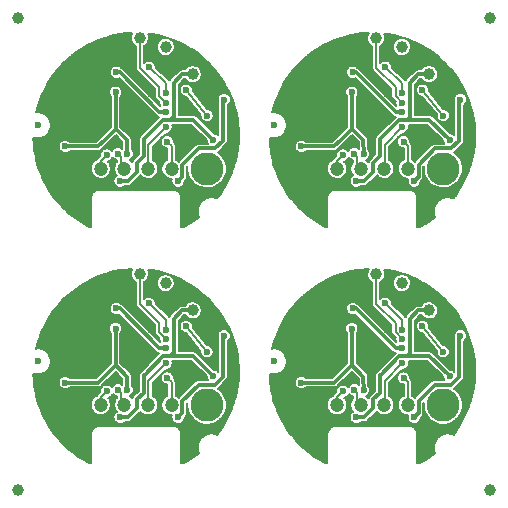
<source format=gbl>
G04 #@! TF.FileFunction,Copper,L2,Bot,Signal*
%FSLAX46Y46*%
G04 Gerber Fmt 4.6, Leading zero omitted, Abs format (unit mm)*
G04 Created by KiCad (PCBNEW 4.0.7+dfsg1-1) date Fri Jun  1 01:11:19 2018*
%MOMM*%
%LPD*%
G01*
G04 APERTURE LIST*
%ADD10C,0.100000*%
%ADD11C,1.000000*%
%ADD12C,2.800000*%
%ADD13C,0.600000*%
%ADD14C,1.200000*%
%ADD15C,0.200000*%
%ADD16C,0.300000*%
G04 APERTURE END LIST*
D10*
D11*
X-10000000Y-30000000D03*
X2500000Y-12500000D03*
X4800000Y-14800000D03*
X-5300000Y-24900000D03*
X-4200000Y-23900000D03*
X321000Y-11735000D03*
D12*
X6000000Y-22800000D03*
X-6000000Y-22800000D03*
D13*
X-8330000Y-19120000D03*
D14*
X3000000Y-22800000D03*
X1000000Y-22800000D03*
X-1000000Y-22800000D03*
X-3000000Y-22800000D03*
X23000000Y-22800000D03*
X21000000Y-22800000D03*
X19000000Y-22800000D03*
X17000000Y-22800000D03*
D13*
X11670000Y-19120000D03*
D12*
X14000000Y-22800000D03*
X26000000Y-22800000D03*
D11*
X20321000Y-11735000D03*
X15800000Y-23900000D03*
X14700000Y-24900000D03*
X24800000Y-14800000D03*
X22500000Y-12500000D03*
X22500000Y7500000D03*
X24800000Y5200000D03*
X14700000Y-4900000D03*
X15800000Y-3900000D03*
X20321000Y8265000D03*
D12*
X26000000Y-2800000D03*
X14000000Y-2800000D03*
D13*
X11670000Y880000D03*
D14*
X23000000Y-2800000D03*
X21000000Y-2800000D03*
X19000000Y-2800000D03*
X17000000Y-2800000D03*
D11*
X30000000Y-30000000D03*
X30000000Y10000000D03*
D14*
X3000000Y-2800000D03*
X1000000Y-2800000D03*
X-1000000Y-2800000D03*
X-3000000Y-2800000D03*
D13*
X-8330000Y880000D03*
D12*
X-6000000Y-2800000D03*
X6000000Y-2800000D03*
D11*
X321000Y8265000D03*
X-4200000Y-3900000D03*
X-5300000Y-4900000D03*
X4800000Y5200000D03*
X2500000Y7500000D03*
X-10000000Y10000000D03*
D13*
X-5310000Y-15990000D03*
X-850000Y-12950000D03*
X-3600000Y-14800000D03*
X-5750000Y-17600000D03*
X5800000Y-24900000D03*
X6000000Y-17300000D03*
X7965000Y-19777000D03*
X6527000Y-19387000D03*
X1374000Y-24039000D03*
X7978000Y-22724000D03*
X-6920000Y-15100000D03*
X-7870000Y-21070000D03*
X-7220000Y-20220000D03*
X4550000Y-20150000D03*
X-510000Y-16490000D03*
X2410000Y-21590000D03*
X-2550000Y-16800000D03*
X19000Y-21467000D03*
X1280000Y-16440000D03*
X-2257000Y-20913000D03*
X-6080000Y-19960000D03*
X13920000Y-19960000D03*
X17743000Y-20913000D03*
X21280000Y-16440000D03*
X20019000Y-21467000D03*
X17450000Y-16800000D03*
X22410000Y-21590000D03*
X19490000Y-16490000D03*
X24550000Y-20150000D03*
X12780000Y-20220000D03*
X12130000Y-21070000D03*
X13080000Y-15100000D03*
X27978000Y-22724000D03*
X21374000Y-24039000D03*
X26527000Y-19387000D03*
X27965000Y-19777000D03*
X26000000Y-17300000D03*
X25800000Y-24900000D03*
X14250000Y-17600000D03*
X16400000Y-14800000D03*
X19150000Y-12950000D03*
X14690000Y-15990000D03*
X14690000Y4010000D03*
X19150000Y7050000D03*
X16400000Y5200000D03*
X14250000Y2400000D03*
X25800000Y-4900000D03*
X26000000Y2700000D03*
X27965000Y223000D03*
X26527000Y613000D03*
X21374000Y-4039000D03*
X27978000Y-2724000D03*
X13080000Y4900000D03*
X12130000Y-1070000D03*
X12780000Y-220000D03*
X24550000Y-150000D03*
X19490000Y3510000D03*
X22410000Y-1590000D03*
X17450000Y3200000D03*
X20019000Y-1467000D03*
X21280000Y3560000D03*
X17743000Y-913000D03*
X13920000Y40000D03*
X-6080000Y40000D03*
X-2257000Y-913000D03*
X1280000Y3560000D03*
X19000Y-1467000D03*
X-2550000Y3200000D03*
X2410000Y-1590000D03*
X-510000Y3510000D03*
X4550000Y-150000D03*
X-7220000Y-220000D03*
X-7870000Y-1070000D03*
X-6920000Y4900000D03*
X7978000Y-2724000D03*
X1374000Y-4039000D03*
X6527000Y613000D03*
X7965000Y223000D03*
X6000000Y2700000D03*
X5800000Y-4900000D03*
X-5750000Y2400000D03*
X-3600000Y5200000D03*
X-850000Y7050000D03*
X-5310000Y4010000D03*
X1100000Y-14200000D03*
X2540000Y-16430000D03*
X22540000Y-16430000D03*
X21100000Y-14200000D03*
X21100000Y5800000D03*
X22540000Y3570000D03*
X2540000Y3570000D03*
X1100000Y5800000D03*
X2520000Y-17210000D03*
X22520000Y-17210000D03*
X22520000Y2790000D03*
X2520000Y2790000D03*
X6543000Y-20364000D03*
X-1358000Y-23856000D03*
X18642000Y-23856000D03*
X26543000Y-20364000D03*
X26543000Y-364000D03*
X18642000Y-3856000D03*
X-1358000Y-3856000D03*
X6543000Y-364000D03*
X-742000Y-21543000D03*
X2520000Y-17990000D03*
X-1670000Y-14630000D03*
X-6010000Y-20910000D03*
X-1740000Y-16330000D03*
X18260000Y-16330000D03*
X13990000Y-20910000D03*
X18330000Y-14630000D03*
X22520000Y-17990000D03*
X19258000Y-21543000D03*
X19258000Y-1543000D03*
X22520000Y2010000D03*
X18330000Y5370000D03*
X13990000Y-910000D03*
X18260000Y3670000D03*
X-1740000Y3670000D03*
X-6010000Y-910000D03*
X-1670000Y5370000D03*
X2520000Y2010000D03*
X-742000Y-1543000D03*
X-1520000Y-21520000D03*
X18480000Y-21520000D03*
X18480000Y-1520000D03*
X-1520000Y-1520000D03*
X-2500000Y-21640000D03*
X17500000Y-21640000D03*
X17500000Y-1640000D03*
X-2500000Y-1640000D03*
X2640000Y-20510000D03*
X22640000Y-20510000D03*
X22640000Y-510000D03*
X2640000Y-510000D03*
X2540000Y-19270000D03*
X22540000Y-19270000D03*
X22540000Y730000D03*
X2540000Y730000D03*
X6000000Y-18300000D03*
X4240000Y-16150000D03*
X24240000Y-16150000D03*
X26000000Y-18300000D03*
X26000000Y1700000D03*
X24240000Y3850000D03*
X4240000Y3850000D03*
X6000000Y1700000D03*
X3540000Y-23860000D03*
X7460000Y-16940000D03*
X27460000Y-16940000D03*
X23540000Y-23860000D03*
X23540000Y-3860000D03*
X27460000Y3060000D03*
X7460000Y3060000D03*
X3540000Y-3860000D03*
D15*
X6527000Y-19387000D02*
X6527000Y-19467000D01*
X7978000Y-22724000D02*
X7978000Y-22716000D01*
X-7220000Y-20420000D02*
X-7870000Y-21070000D01*
X-7220000Y-20220000D02*
X-7220000Y-20420000D01*
X19000Y-21467000D02*
X9000Y-21467000D01*
X20019000Y-21467000D02*
X20009000Y-21467000D01*
X12780000Y-20220000D02*
X12780000Y-20420000D01*
X12780000Y-20420000D02*
X12130000Y-21070000D01*
X27978000Y-22724000D02*
X27978000Y-22716000D01*
X26527000Y-19387000D02*
X26527000Y-19467000D01*
X26527000Y613000D02*
X26527000Y533000D01*
X27978000Y-2724000D02*
X27978000Y-2716000D01*
X12780000Y-420000D02*
X12130000Y-1070000D01*
X12780000Y-220000D02*
X12780000Y-420000D01*
X20019000Y-1467000D02*
X20009000Y-1467000D01*
X19000Y-1467000D02*
X9000Y-1467000D01*
X-7220000Y-220000D02*
X-7220000Y-420000D01*
X-7220000Y-420000D02*
X-7870000Y-1070000D01*
X7978000Y-2724000D02*
X7978000Y-2716000D01*
X6527000Y613000D02*
X6527000Y533000D01*
X1100000Y-14200000D02*
X2550000Y-15570000D01*
X2550000Y-15570000D02*
X2540000Y-16430000D01*
X22550000Y-15570000D02*
X22540000Y-16430000D01*
X21100000Y-14200000D02*
X22550000Y-15570000D01*
X21100000Y5800000D02*
X22550000Y4430000D01*
X22550000Y4430000D02*
X22540000Y3570000D01*
X2550000Y4430000D02*
X2540000Y3570000D01*
X1100000Y5800000D02*
X2550000Y4430000D01*
X321000Y-14231000D02*
X1970000Y-15880000D01*
X321000Y-11735000D02*
X321000Y-14231000D01*
X2520000Y-17210000D02*
X1970000Y-16660000D01*
X1970000Y-16660000D02*
X1970000Y-15880000D01*
X21970000Y-16660000D02*
X21970000Y-15880000D01*
X22520000Y-17210000D02*
X21970000Y-16660000D01*
X20321000Y-11735000D02*
X20321000Y-14231000D01*
X20321000Y-14231000D02*
X21970000Y-15880000D01*
X20321000Y5769000D02*
X21970000Y4120000D01*
X20321000Y8265000D02*
X20321000Y5769000D01*
X22520000Y2790000D02*
X21970000Y3340000D01*
X21970000Y3340000D02*
X21970000Y4120000D01*
X1970000Y3340000D02*
X1970000Y4120000D01*
X2520000Y2790000D02*
X1970000Y3340000D01*
X321000Y8265000D02*
X321000Y5769000D01*
X321000Y5769000D02*
X1970000Y4120000D01*
X6546000Y-20364000D02*
X6389000Y-20207000D01*
X6543000Y-20361000D02*
X6546000Y-20364000D01*
X6543000Y-20364000D02*
X6543000Y-20361000D01*
D16*
X629998Y-20303882D02*
X629998Y-20310002D01*
X-706000Y-23856000D02*
X-1358000Y-23856000D01*
X64000Y-23086000D02*
X-706000Y-23856000D01*
X64000Y-22322000D02*
X64000Y-23086000D01*
X629998Y-21756002D02*
X64000Y-22322000D01*
X629998Y-20310002D02*
X629998Y-21756002D01*
X2284000Y-18656000D02*
X629998Y-20310002D01*
X6543000Y-20361000D02*
X4838000Y-18656000D01*
X2904000Y-18656000D02*
X2284000Y-18656000D01*
X4838000Y-18656000D02*
X2904000Y-18656000D01*
X3890000Y-14800000D02*
X3180000Y-15510000D01*
X3180000Y-15510000D02*
X3180000Y-18380000D01*
X3180000Y-18380000D02*
X2904000Y-18656000D01*
X4800000Y-14800000D02*
X3890000Y-14800000D01*
X24800000Y-14800000D02*
X23890000Y-14800000D01*
X23180000Y-18380000D02*
X22904000Y-18656000D01*
X23180000Y-15510000D02*
X23180000Y-18380000D01*
X23890000Y-14800000D02*
X23180000Y-15510000D01*
X24838000Y-18656000D02*
X22904000Y-18656000D01*
X22904000Y-18656000D02*
X22284000Y-18656000D01*
X26543000Y-20361000D02*
X24838000Y-18656000D01*
X22284000Y-18656000D02*
X20629998Y-20310002D01*
X20629998Y-20310002D02*
X20629998Y-21756002D01*
X20629998Y-21756002D02*
X20064000Y-22322000D01*
X20064000Y-22322000D02*
X20064000Y-23086000D01*
X20064000Y-23086000D02*
X19294000Y-23856000D01*
X19294000Y-23856000D02*
X18642000Y-23856000D01*
X20629998Y-20303882D02*
X20629998Y-20310002D01*
D15*
X26543000Y-20364000D02*
X26543000Y-20361000D01*
X26543000Y-20361000D02*
X26546000Y-20364000D01*
X26546000Y-20364000D02*
X26389000Y-20207000D01*
X26546000Y-364000D02*
X26389000Y-207000D01*
X26543000Y-361000D02*
X26546000Y-364000D01*
X26543000Y-364000D02*
X26543000Y-361000D01*
D16*
X20629998Y-303882D02*
X20629998Y-310002D01*
X19294000Y-3856000D02*
X18642000Y-3856000D01*
X20064000Y-3086000D02*
X19294000Y-3856000D01*
X20064000Y-2322000D02*
X20064000Y-3086000D01*
X20629998Y-1756002D02*
X20064000Y-2322000D01*
X20629998Y-310002D02*
X20629998Y-1756002D01*
X22284000Y1344000D02*
X20629998Y-310002D01*
X26543000Y-361000D02*
X24838000Y1344000D01*
X22904000Y1344000D02*
X22284000Y1344000D01*
X24838000Y1344000D02*
X22904000Y1344000D01*
X23890000Y5200000D02*
X23180000Y4490000D01*
X23180000Y4490000D02*
X23180000Y1620000D01*
X23180000Y1620000D02*
X22904000Y1344000D01*
X24800000Y5200000D02*
X23890000Y5200000D01*
X4800000Y5200000D02*
X3890000Y5200000D01*
X3180000Y1620000D02*
X2904000Y1344000D01*
X3180000Y4490000D02*
X3180000Y1620000D01*
X3890000Y5200000D02*
X3180000Y4490000D01*
X4838000Y1344000D02*
X2904000Y1344000D01*
X2904000Y1344000D02*
X2284000Y1344000D01*
X6543000Y-361000D02*
X4838000Y1344000D01*
X2284000Y1344000D02*
X629998Y-310002D01*
X629998Y-310002D02*
X629998Y-1756002D01*
X629998Y-1756002D02*
X64000Y-2322000D01*
X64000Y-2322000D02*
X64000Y-3086000D01*
X64000Y-3086000D02*
X-706000Y-3856000D01*
X-706000Y-3856000D02*
X-1358000Y-3856000D01*
X629998Y-303882D02*
X629998Y-310002D01*
D15*
X6543000Y-364000D02*
X6543000Y-361000D01*
X6543000Y-361000D02*
X6546000Y-364000D01*
X6546000Y-364000D02*
X6389000Y-207000D01*
X-742000Y-21543000D02*
X-742000Y-21503000D01*
D16*
X2520000Y-17990000D02*
X1962000Y-17990000D01*
X1962000Y-17990000D02*
X-1398000Y-14630000D01*
D15*
X-1398000Y-14630000D02*
X-1670000Y-14630000D01*
D16*
X-3247000Y-20910000D02*
X-6010000Y-20910000D01*
X-1740000Y-19403000D02*
X-2677000Y-20340000D01*
X-2677000Y-20340000D02*
X-3247000Y-20910000D01*
X-1740000Y-16330000D02*
X-1740000Y-19403000D01*
X-750000Y-20393000D02*
X-1740000Y-19403000D01*
X-742000Y-21543000D02*
X-750000Y-20393000D01*
X19258000Y-21543000D02*
X19250000Y-20393000D01*
X19250000Y-20393000D02*
X18260000Y-19403000D01*
X18260000Y-16330000D02*
X18260000Y-19403000D01*
X17323000Y-20340000D02*
X16753000Y-20910000D01*
X18260000Y-19403000D02*
X17323000Y-20340000D01*
X16753000Y-20910000D02*
X13990000Y-20910000D01*
D15*
X18602000Y-14630000D02*
X18330000Y-14630000D01*
D16*
X21962000Y-17990000D02*
X18602000Y-14630000D01*
X22520000Y-17990000D02*
X21962000Y-17990000D01*
D15*
X19258000Y-21543000D02*
X19258000Y-21503000D01*
X19258000Y-1543000D02*
X19258000Y-1503000D01*
D16*
X22520000Y2010000D02*
X21962000Y2010000D01*
X21962000Y2010000D02*
X18602000Y5370000D01*
D15*
X18602000Y5370000D02*
X18330000Y5370000D01*
D16*
X16753000Y-910000D02*
X13990000Y-910000D01*
X18260000Y597000D02*
X17323000Y-340000D01*
X17323000Y-340000D02*
X16753000Y-910000D01*
X18260000Y3670000D02*
X18260000Y597000D01*
X19250000Y-393000D02*
X18260000Y597000D01*
X19258000Y-1543000D02*
X19250000Y-393000D01*
X-742000Y-1543000D02*
X-750000Y-393000D01*
X-750000Y-393000D02*
X-1740000Y597000D01*
X-1740000Y3670000D02*
X-1740000Y597000D01*
X-2677000Y-340000D02*
X-3247000Y-910000D01*
X-1740000Y597000D02*
X-2677000Y-340000D01*
X-3247000Y-910000D02*
X-6010000Y-910000D01*
D15*
X-1398000Y5370000D02*
X-1670000Y5370000D01*
D16*
X1962000Y2010000D02*
X-1398000Y5370000D01*
X2520000Y2010000D02*
X1962000Y2010000D01*
D15*
X-742000Y-1543000D02*
X-742000Y-1503000D01*
X-1000000Y-22950000D02*
X-1000000Y-22800000D01*
X-1000000Y-22990000D02*
X-1000000Y-22800000D01*
X-1280000Y-22520000D02*
X-1000000Y-22800000D01*
X-1520000Y-21520000D02*
X-1280000Y-21760000D01*
X-1280000Y-21760000D02*
X-1280000Y-22520000D01*
X18720000Y-21760000D02*
X18720000Y-22520000D01*
X18480000Y-21520000D02*
X18720000Y-21760000D01*
X18720000Y-22520000D02*
X19000000Y-22800000D01*
X19000000Y-22990000D02*
X19000000Y-22800000D01*
X19000000Y-22950000D02*
X19000000Y-22800000D01*
X19000000Y-2950000D02*
X19000000Y-2800000D01*
X19000000Y-2990000D02*
X19000000Y-2800000D01*
X18720000Y-2520000D02*
X19000000Y-2800000D01*
X18480000Y-1520000D02*
X18720000Y-1760000D01*
X18720000Y-1760000D02*
X18720000Y-2520000D01*
X-1280000Y-1760000D02*
X-1280000Y-2520000D01*
X-1520000Y-1520000D02*
X-1280000Y-1760000D01*
X-1280000Y-2520000D02*
X-1000000Y-2800000D01*
X-1000000Y-2990000D02*
X-1000000Y-2800000D01*
X-1000000Y-2950000D02*
X-1000000Y-2800000D01*
X-2910000Y-22800000D02*
X-3000000Y-22800000D01*
X-3000000Y-22700000D02*
X-3000000Y-22800000D01*
X-3000000Y-22290000D02*
X-3000000Y-22800000D01*
X-3000000Y-22140000D02*
X-3000000Y-22800000D01*
X-2500000Y-21640000D02*
X-3000000Y-22140000D01*
X17500000Y-21640000D02*
X17000000Y-22140000D01*
X17000000Y-22140000D02*
X17000000Y-22800000D01*
X17000000Y-22290000D02*
X17000000Y-22800000D01*
X17000000Y-22700000D02*
X17000000Y-22800000D01*
X17090000Y-22800000D02*
X17000000Y-22800000D01*
X17090000Y-2800000D02*
X17000000Y-2800000D01*
X17000000Y-2700000D02*
X17000000Y-2800000D01*
X17000000Y-2290000D02*
X17000000Y-2800000D01*
X17000000Y-2140000D02*
X17000000Y-2800000D01*
X17500000Y-1640000D02*
X17000000Y-2140000D01*
X-2500000Y-1640000D02*
X-3000000Y-2140000D01*
X-3000000Y-2140000D02*
X-3000000Y-2800000D01*
X-3000000Y-2290000D02*
X-3000000Y-2800000D01*
X-3000000Y-2700000D02*
X-3000000Y-2800000D01*
X-2910000Y-2800000D02*
X-3000000Y-2800000D01*
X3000000Y-20870000D02*
X3000000Y-22800000D01*
X2640000Y-20510000D02*
X3000000Y-20870000D01*
X22640000Y-20510000D02*
X23000000Y-20870000D01*
X23000000Y-20870000D02*
X23000000Y-22800000D01*
X23000000Y-870000D02*
X23000000Y-2800000D01*
X22640000Y-510000D02*
X23000000Y-870000D01*
X2640000Y-510000D02*
X3000000Y-870000D01*
X3000000Y-870000D02*
X3000000Y-2800000D01*
X1040000Y-22760000D02*
X1000000Y-22800000D01*
X2540000Y-19270000D02*
X1040000Y-20770000D01*
X1040000Y-20770000D02*
X1040000Y-22760000D01*
X21040000Y-20770000D02*
X21040000Y-22760000D01*
X22540000Y-19270000D02*
X21040000Y-20770000D01*
X21040000Y-22760000D02*
X21000000Y-22800000D01*
X21040000Y-2760000D02*
X21000000Y-2800000D01*
X22540000Y730000D02*
X21040000Y-770000D01*
X21040000Y-770000D02*
X21040000Y-2760000D01*
X1040000Y-770000D02*
X1040000Y-2760000D01*
X2540000Y730000D02*
X1040000Y-770000D01*
X1040000Y-2760000D02*
X1000000Y-2800000D01*
X6000000Y-18300000D02*
X4240000Y-16150000D01*
X4240000Y-16150000D02*
X4240000Y-16150000D01*
X24240000Y-16150000D02*
X24240000Y-16150000D01*
X26000000Y-18300000D02*
X24240000Y-16150000D01*
X26000000Y1700000D02*
X24240000Y3850000D01*
X24240000Y3850000D02*
X24240000Y3850000D01*
X4240000Y3850000D02*
X4240000Y3850000D01*
X6000000Y1700000D02*
X4240000Y3850000D01*
D16*
X3540000Y-23860000D02*
X3545000Y-23855000D01*
X7460000Y-16940000D02*
X7350000Y-17050000D01*
X7350000Y-17050000D02*
X7350000Y-20430000D01*
X7350000Y-20430000D02*
X6700000Y-21080000D01*
X6700000Y-21080000D02*
X5290000Y-21080000D01*
X5290000Y-21080000D02*
X3920000Y-22450000D01*
X3920000Y-22450000D02*
X3920000Y-23480000D01*
X3920000Y-23480000D02*
X3540000Y-23860000D01*
X23920000Y-23480000D02*
X23540000Y-23860000D01*
X23920000Y-22450000D02*
X23920000Y-23480000D01*
X25290000Y-21080000D02*
X23920000Y-22450000D01*
X26700000Y-21080000D02*
X25290000Y-21080000D01*
X27350000Y-20430000D02*
X26700000Y-21080000D01*
X27350000Y-17050000D02*
X27350000Y-20430000D01*
X27460000Y-16940000D02*
X27350000Y-17050000D01*
X23540000Y-23860000D02*
X23545000Y-23855000D01*
X23540000Y-3860000D02*
X23545000Y-3855000D01*
X27460000Y3060000D02*
X27350000Y2950000D01*
X27350000Y2950000D02*
X27350000Y-430000D01*
X27350000Y-430000D02*
X26700000Y-1080000D01*
X26700000Y-1080000D02*
X25290000Y-1080000D01*
X25290000Y-1080000D02*
X23920000Y-2450000D01*
X23920000Y-2450000D02*
X23920000Y-3480000D01*
X23920000Y-3480000D02*
X23540000Y-3860000D01*
X3920000Y-3480000D02*
X3540000Y-3860000D01*
X3920000Y-2450000D02*
X3920000Y-3480000D01*
X5290000Y-1080000D02*
X3920000Y-2450000D01*
X6700000Y-1080000D02*
X5290000Y-1080000D01*
X7350000Y-430000D02*
X6700000Y-1080000D01*
X7350000Y2950000D02*
X7350000Y-430000D01*
X7460000Y3060000D02*
X7350000Y2950000D01*
X3540000Y-3860000D02*
X3545000Y-3855000D01*
D15*
G36*
X-348215Y8632904D02*
X-406930Y8495913D01*
X-437918Y8350126D01*
X-439999Y8201097D01*
X-413093Y8054502D01*
X-358227Y7915925D01*
X-277489Y7790644D01*
X-173954Y7683431D01*
X-51567Y7598369D01*
X-39000Y7592879D01*
X-39000Y5769000D01*
X-35755Y5735904D01*
X-32857Y5702777D01*
X-32329Y5700958D01*
X-32144Y5699076D01*
X-22537Y5667256D01*
X-13255Y5635307D01*
X-12384Y5633627D01*
X-11837Y5631815D01*
X3789Y5602427D01*
X19079Y5572930D01*
X20258Y5571453D01*
X21148Y5569779D01*
X42154Y5544024D01*
X62912Y5518020D01*
X65512Y5515384D01*
X65555Y5515332D01*
X65604Y5515292D01*
X66442Y5514442D01*
X1610000Y3970883D01*
X1610000Y3340000D01*
X1613245Y3306904D01*
X1616143Y3273777D01*
X1616671Y3271958D01*
X1616856Y3270076D01*
X1626463Y3238256D01*
X1635745Y3206307D01*
X1636616Y3204627D01*
X1637163Y3202815D01*
X1652789Y3173427D01*
X1668079Y3143930D01*
X1669258Y3142453D01*
X1670148Y3140779D01*
X1691154Y3115024D01*
X1711912Y3089020D01*
X1714512Y3086384D01*
X1714555Y3086332D01*
X1714604Y3086292D01*
X1715442Y3085442D01*
X1960623Y2840261D01*
X1959264Y2742914D01*
X1979088Y2634896D01*
X2019517Y2532786D01*
X2020380Y2531447D01*
X-1108086Y5659914D01*
X-1169918Y5710704D01*
X-1240439Y5748516D01*
X-1263701Y5755628D01*
X-1311315Y5803576D01*
X-1402362Y5864987D01*
X-1503602Y5907545D01*
X-1611181Y5929627D01*
X-1721000Y5930394D01*
X-1828876Y5909816D01*
X-1930701Y5868676D01*
X-2022596Y5808541D01*
X-2101061Y5731703D01*
X-2163107Y5641088D01*
X-2206370Y5540147D01*
X-2229203Y5432725D01*
X-2230736Y5322914D01*
X-2210912Y5214896D01*
X-2170483Y5112786D01*
X-2110992Y5020474D01*
X-2034704Y4941475D01*
X-1944524Y4878798D01*
X-1843887Y4834831D01*
X-1736627Y4811248D01*
X-1626829Y4808948D01*
X-1518676Y4828019D01*
X-1458995Y4851168D01*
X1672087Y1720086D01*
X1701337Y1696060D01*
X1730364Y1671703D01*
X1732253Y1670665D01*
X1733919Y1669296D01*
X1767349Y1651371D01*
X1800484Y1633155D01*
X1802533Y1632505D01*
X1804439Y1631483D01*
X1840717Y1620392D01*
X1876756Y1608959D01*
X1878898Y1608719D01*
X1880961Y1608088D01*
X1918681Y1604257D01*
X1956276Y1600040D01*
X1960185Y1600013D01*
X374199Y14027D01*
X343136Y-10948D01*
X291701Y-72246D01*
X253153Y-142366D01*
X228957Y-218638D01*
X220038Y-298158D01*
X219998Y-303882D01*
X219998Y-1586174D01*
X-225914Y-2032086D01*
X-249979Y-2061383D01*
X-274297Y-2090364D01*
X-275334Y-2092250D01*
X-276704Y-2093918D01*
X-294621Y-2127334D01*
X-312845Y-2160484D01*
X-313496Y-2162537D01*
X-314516Y-2164439D01*
X-325594Y-2200671D01*
X-337041Y-2236756D01*
X-337281Y-2238898D01*
X-337912Y-2240961D01*
X-338393Y-2245698D01*
X-449163Y-2134153D01*
X-547113Y-2068084D01*
X-488287Y-2045267D01*
X-395561Y-1986422D01*
X-316031Y-1910686D01*
X-252727Y-1820946D01*
X-208058Y-1720619D01*
X-183727Y-1613526D01*
X-181976Y-1488089D01*
X-203307Y-1380359D01*
X-245157Y-1278824D01*
X-305931Y-1187351D01*
X-334666Y-1158415D01*
X-340010Y-390148D01*
X-343822Y-353869D01*
X-346997Y-317579D01*
X-347997Y-314137D01*
X-348372Y-310568D01*
X-359164Y-275700D01*
X-369322Y-240739D01*
X-370970Y-237560D01*
X-372032Y-234128D01*
X-389377Y-202048D01*
X-406145Y-169697D01*
X-408384Y-166892D01*
X-410089Y-163739D01*
X-433316Y-135661D01*
X-456067Y-107162D01*
X-460087Y-103086D01*
X-1330000Y766828D01*
X-1330000Y3287107D01*
X-1314031Y3302314D01*
X-1250727Y3392054D01*
X-1206058Y3492381D01*
X-1181727Y3599474D01*
X-1179976Y3724911D01*
X-1201307Y3832641D01*
X-1243157Y3934176D01*
X-1303931Y4025649D01*
X-1381315Y4103576D01*
X-1472362Y4164987D01*
X-1573602Y4207545D01*
X-1681181Y4229627D01*
X-1791000Y4230394D01*
X-1898876Y4209816D01*
X-2000701Y4168676D01*
X-2092596Y4108541D01*
X-2171061Y4031703D01*
X-2233107Y3941088D01*
X-2276370Y3840147D01*
X-2299203Y3732725D01*
X-2300736Y3622914D01*
X-2280912Y3514896D01*
X-2240483Y3412786D01*
X-2180992Y3320474D01*
X-2150000Y3288381D01*
X-2150000Y766828D01*
X-3416828Y-500000D01*
X-5627903Y-500000D01*
X-5651315Y-476424D01*
X-5742362Y-415013D01*
X-5843602Y-372455D01*
X-5951181Y-350373D01*
X-6061000Y-349606D01*
X-6168876Y-370184D01*
X-6270701Y-411324D01*
X-6362596Y-471459D01*
X-6441061Y-548297D01*
X-6503107Y-638912D01*
X-6546370Y-739853D01*
X-6569203Y-847275D01*
X-6570736Y-957086D01*
X-6550912Y-1065104D01*
X-6510483Y-1167214D01*
X-6450992Y-1259526D01*
X-6374704Y-1338525D01*
X-6284524Y-1401202D01*
X-6183887Y-1445169D01*
X-6076627Y-1468752D01*
X-5966829Y-1471052D01*
X-5858676Y-1451981D01*
X-5756287Y-1412267D01*
X-5663561Y-1353422D01*
X-5628465Y-1320000D01*
X-3247000Y-1320000D01*
X-3209290Y-1316303D01*
X-3171579Y-1313003D01*
X-3169513Y-1312403D01*
X-3167364Y-1312192D01*
X-3131069Y-1301234D01*
X-3094739Y-1290679D01*
X-3092826Y-1289688D01*
X-3090761Y-1289064D01*
X-3057294Y-1271269D01*
X-3023698Y-1253855D01*
X-3022015Y-1252511D01*
X-3020109Y-1251498D01*
X-2990739Y-1227544D01*
X-2961162Y-1203933D01*
X-2958160Y-1200973D01*
X-2958100Y-1200924D01*
X-2958054Y-1200869D01*
X-2957086Y-1199914D01*
X-1740000Y17172D01*
X-1158820Y-564007D01*
X-1155143Y-1092640D01*
X-1161315Y-1086424D01*
X-1252362Y-1025013D01*
X-1353602Y-982455D01*
X-1461181Y-960373D01*
X-1571000Y-959606D01*
X-1678876Y-980184D01*
X-1780701Y-1021324D01*
X-1872596Y-1081459D01*
X-1951061Y-1158297D01*
X-2013107Y-1248912D01*
X-2042270Y-1316954D01*
X-2063931Y-1284351D01*
X-2141315Y-1206424D01*
X-2232362Y-1145013D01*
X-2333602Y-1102455D01*
X-2441181Y-1080373D01*
X-2551000Y-1079606D01*
X-2658876Y-1100184D01*
X-2760701Y-1141324D01*
X-2852596Y-1201459D01*
X-2931061Y-1278297D01*
X-2993107Y-1368912D01*
X-3036370Y-1469853D01*
X-3059203Y-1577275D01*
X-3060736Y-1687086D01*
X-3060033Y-1690917D01*
X-3254558Y-1885442D01*
X-3275645Y-1911113D01*
X-3297041Y-1936612D01*
X-3297953Y-1938271D01*
X-3299154Y-1939733D01*
X-3314873Y-1969049D01*
X-3330889Y-1998181D01*
X-3331461Y-1999983D01*
X-3332356Y-2001653D01*
X-3334117Y-2007412D01*
X-3400362Y-2034177D01*
X-3541487Y-2126527D01*
X-3661986Y-2244528D01*
X-3757270Y-2383687D01*
X-3823710Y-2538704D01*
X-3858775Y-2703673D01*
X-3861130Y-2872311D01*
X-3830685Y-3038195D01*
X-3768599Y-3195006D01*
X-3677237Y-3336772D01*
X-3560080Y-3458092D01*
X-3421589Y-3554345D01*
X-3267040Y-3621866D01*
X-3102320Y-3658082D01*
X-2933702Y-3661614D01*
X-2767610Y-3632328D01*
X-2610369Y-3571338D01*
X-2467969Y-3480968D01*
X-2345834Y-3364661D01*
X-2248616Y-3226845D01*
X-2180018Y-3072772D01*
X-2142653Y-2908308D01*
X-2139963Y-2715673D01*
X-2172722Y-2550230D01*
X-2236991Y-2394301D01*
X-2330323Y-2253825D01*
X-2393771Y-2189933D01*
X-2348676Y-2181981D01*
X-2246287Y-2142267D01*
X-2153561Y-2083422D01*
X-2074031Y-2007686D01*
X-2010727Y-1917946D01*
X-1977656Y-1843668D01*
X-1960992Y-1869526D01*
X-1884704Y-1948525D01*
X-1794524Y-2011202D01*
X-1693887Y-2055169D01*
X-1640000Y-2067017D01*
X-1640000Y-2222998D01*
X-1661986Y-2244528D01*
X-1757270Y-2383687D01*
X-1823710Y-2538704D01*
X-1858775Y-2703673D01*
X-1861130Y-2872311D01*
X-1830685Y-3038195D01*
X-1768599Y-3195006D01*
X-1677237Y-3336772D01*
X-1642409Y-3372838D01*
X-1710596Y-3417459D01*
X-1789061Y-3494297D01*
X-1851107Y-3584912D01*
X-1894370Y-3685853D01*
X-1917203Y-3793275D01*
X-1918736Y-3903086D01*
X-1898912Y-4011104D01*
X-1858483Y-4113214D01*
X-1798992Y-4205526D01*
X-1722704Y-4284525D01*
X-1632524Y-4347202D01*
X-1531887Y-4391169D01*
X-1424627Y-4414752D01*
X-1314829Y-4417052D01*
X-1206676Y-4397981D01*
X-1104287Y-4358267D01*
X-1011561Y-4299422D01*
X-976465Y-4266000D01*
X-706000Y-4266000D01*
X-668290Y-4262303D01*
X-630579Y-4259003D01*
X-628513Y-4258403D01*
X-626364Y-4258192D01*
X-590069Y-4247234D01*
X-553739Y-4236679D01*
X-551826Y-4235688D01*
X-549761Y-4235064D01*
X-516294Y-4217269D01*
X-482698Y-4199855D01*
X-481015Y-4198511D01*
X-479109Y-4197498D01*
X-449739Y-4173544D01*
X-420162Y-4149933D01*
X-417160Y-4146973D01*
X-417100Y-4146924D01*
X-417054Y-4146869D01*
X-416086Y-4145914D01*
X353913Y-3375914D01*
X356969Y-3372194D01*
X439920Y-3458092D01*
X578411Y-3554345D01*
X732960Y-3621866D01*
X897680Y-3658082D01*
X1066298Y-3661614D01*
X1232390Y-3632328D01*
X1389631Y-3571338D01*
X1532031Y-3480968D01*
X1654166Y-3364661D01*
X1751384Y-3226845D01*
X1819982Y-3072772D01*
X1857347Y-2908308D01*
X1860037Y-2715673D01*
X1827278Y-2550230D01*
X1763009Y-2394301D01*
X1669677Y-2253825D01*
X1550837Y-2134153D01*
X1411016Y-2039842D01*
X1400000Y-2035211D01*
X1400000Y-919116D01*
X2490016Y170899D01*
X2583171Y168948D01*
X2691324Y188019D01*
X2793713Y227733D01*
X2886439Y286578D01*
X2965969Y362314D01*
X3029273Y452054D01*
X3073942Y552381D01*
X3098273Y659474D01*
X3100024Y784911D01*
X3078693Y892641D01*
X3061646Y934000D01*
X4668172Y934000D01*
X5982691Y-380519D01*
X5982264Y-411086D01*
X6002088Y-519104D01*
X6042517Y-621214D01*
X6073957Y-670000D01*
X5290000Y-670000D01*
X5252336Y-673693D01*
X5214580Y-676996D01*
X5212509Y-677598D01*
X5210364Y-677808D01*
X5174085Y-688761D01*
X5137740Y-699321D01*
X5135829Y-700312D01*
X5133761Y-700936D01*
X5100315Y-718719D01*
X5066698Y-736144D01*
X5065011Y-737491D01*
X5063109Y-738502D01*
X5033767Y-762433D01*
X5004162Y-786067D01*
X5001164Y-789024D01*
X5001100Y-789076D01*
X5001051Y-789135D01*
X5000087Y-790086D01*
X3630086Y-2160086D01*
X3606021Y-2189383D01*
X3605866Y-2189567D01*
X3550837Y-2134153D01*
X3411016Y-2039842D01*
X3360000Y-2018397D01*
X3360000Y-870000D01*
X3356755Y-836904D01*
X3353857Y-803777D01*
X3353329Y-801958D01*
X3353144Y-800076D01*
X3343537Y-768256D01*
X3334255Y-736307D01*
X3333384Y-734627D01*
X3332837Y-732815D01*
X3317211Y-703427D01*
X3301921Y-673930D01*
X3300742Y-672453D01*
X3299852Y-670779D01*
X3278846Y-645024D01*
X3258088Y-619020D01*
X3255484Y-616380D01*
X3255445Y-616332D01*
X3255401Y-616295D01*
X3254559Y-615442D01*
X3198567Y-559450D01*
X3200024Y-455089D01*
X3178693Y-347359D01*
X3136843Y-245824D01*
X3076069Y-154351D01*
X2998685Y-76424D01*
X2907638Y-15013D01*
X2806398Y27545D01*
X2698819Y49627D01*
X2589000Y50394D01*
X2481124Y29816D01*
X2379299Y-11324D01*
X2287404Y-71459D01*
X2208939Y-148297D01*
X2146893Y-238912D01*
X2103630Y-339853D01*
X2080797Y-447275D01*
X2079264Y-557086D01*
X2099088Y-665104D01*
X2139517Y-767214D01*
X2199008Y-859526D01*
X2275296Y-938525D01*
X2365476Y-1001202D01*
X2466113Y-1045169D01*
X2573373Y-1068752D01*
X2640000Y-1070148D01*
X2640000Y-2017870D01*
X2599638Y-2034177D01*
X2458513Y-2126527D01*
X2338014Y-2244528D01*
X2242730Y-2383687D01*
X2176290Y-2538704D01*
X2141225Y-2703673D01*
X2138870Y-2872311D01*
X2169315Y-3038195D01*
X2231401Y-3195006D01*
X2322763Y-3336772D01*
X2439920Y-3458092D01*
X2578411Y-3554345D01*
X2732960Y-3621866D01*
X2897680Y-3658082D01*
X3016183Y-3660564D01*
X3003630Y-3689853D01*
X2980797Y-3797275D01*
X2979264Y-3907086D01*
X2999088Y-4015104D01*
X3039517Y-4117214D01*
X3099008Y-4209526D01*
X3175296Y-4288525D01*
X3265476Y-4351202D01*
X3366113Y-4395169D01*
X3473373Y-4418752D01*
X3583171Y-4421052D01*
X3691324Y-4401981D01*
X3793713Y-4362267D01*
X3886439Y-4303422D01*
X3965969Y-4227686D01*
X4029273Y-4137946D01*
X4073942Y-4037619D01*
X4098273Y-3930526D01*
X4098966Y-3880862D01*
X4209914Y-3769914D01*
X4233979Y-3740617D01*
X4258297Y-3711636D01*
X4259334Y-3709750D01*
X4260704Y-3708082D01*
X4278621Y-3674666D01*
X4296845Y-3641516D01*
X4297496Y-3639463D01*
X4298516Y-3637561D01*
X4309594Y-3601329D01*
X4321041Y-3565244D01*
X4321281Y-3563102D01*
X4321912Y-3561039D01*
X4325738Y-3523364D01*
X4329960Y-3485724D01*
X4329989Y-3481505D01*
X4329997Y-3481431D01*
X4329990Y-3481362D01*
X4330000Y-3480000D01*
X4330000Y-2619828D01*
X4344145Y-2605683D01*
X4342363Y-2614066D01*
X4337818Y-2939577D01*
X4396585Y-3259772D01*
X4516425Y-3562454D01*
X4692774Y-3836094D01*
X4918915Y-4070270D01*
X5186234Y-4256062D01*
X5484550Y-4386393D01*
X5802498Y-4456298D01*
X6127970Y-4463116D01*
X6448567Y-4406586D01*
X6752078Y-4288862D01*
X7026943Y-4114427D01*
X7262692Y-3889926D01*
X7450345Y-3623911D01*
X7582756Y-3326513D01*
X7654879Y-3009060D01*
X7660071Y-2637229D01*
X7596840Y-2317886D01*
X7472785Y-2016906D01*
X7292632Y-1745755D01*
X7063244Y-1514759D01*
X6925821Y-1422067D01*
X6926891Y-1421498D01*
X6956261Y-1397544D01*
X6985838Y-1373933D01*
X6988840Y-1370973D01*
X6988900Y-1370924D01*
X6988946Y-1370869D01*
X6989914Y-1369914D01*
X7639914Y-719914D01*
X7663961Y-690639D01*
X7688297Y-661636D01*
X7689335Y-659747D01*
X7690704Y-658081D01*
X7708629Y-624651D01*
X7726845Y-591516D01*
X7727495Y-589467D01*
X7728517Y-587561D01*
X7739608Y-551283D01*
X7751041Y-515244D01*
X7751281Y-513102D01*
X7751912Y-511039D01*
X7755743Y-473319D01*
X7759960Y-435724D01*
X7759989Y-431516D01*
X7759998Y-431431D01*
X7759991Y-431352D01*
X7760000Y-430000D01*
X7760000Y2587107D01*
X7806439Y2616578D01*
X7885969Y2692314D01*
X7949273Y2782054D01*
X7993942Y2882381D01*
X8018273Y2989474D01*
X8020024Y3114911D01*
X7998693Y3222641D01*
X7956843Y3324176D01*
X7896069Y3415649D01*
X7818685Y3493576D01*
X7727638Y3554987D01*
X7626398Y3597545D01*
X7518819Y3619627D01*
X7409000Y3620394D01*
X7301124Y3599816D01*
X7199299Y3558676D01*
X7107404Y3498541D01*
X7028939Y3421703D01*
X6966893Y3331088D01*
X6923630Y3230147D01*
X6900797Y3122725D01*
X6899264Y3012914D01*
X6919088Y2904896D01*
X6940000Y2852079D01*
X6940000Y30992D01*
X6901685Y69576D01*
X6810638Y130987D01*
X6709398Y173545D01*
X6601819Y195627D01*
X6565950Y195878D01*
X5127914Y1633914D01*
X5098617Y1657979D01*
X5069636Y1682297D01*
X5067750Y1683334D01*
X5066082Y1684704D01*
X5032666Y1702621D01*
X4999516Y1720845D01*
X4997463Y1721496D01*
X4995561Y1722516D01*
X4959329Y1733594D01*
X4923244Y1745041D01*
X4921102Y1745281D01*
X4919039Y1745912D01*
X4881364Y1749738D01*
X4843724Y1753960D01*
X4839505Y1753989D01*
X4839431Y1753997D01*
X4839362Y1753990D01*
X4838000Y1754000D01*
X3590000Y1754000D01*
X3590000Y3802914D01*
X3679264Y3802914D01*
X3699088Y3694896D01*
X3739517Y3592786D01*
X3799008Y3500474D01*
X3875296Y3421475D01*
X3965476Y3358798D01*
X4066113Y3314831D01*
X4173373Y3291248D01*
X4233184Y3289995D01*
X5449582Y1804055D01*
X5440797Y1762725D01*
X5439264Y1652914D01*
X5459088Y1544896D01*
X5499517Y1442786D01*
X5559008Y1350474D01*
X5635296Y1271475D01*
X5725476Y1208798D01*
X5826113Y1164831D01*
X5933373Y1141248D01*
X6043171Y1138948D01*
X6151324Y1158019D01*
X6253713Y1197733D01*
X6346439Y1256578D01*
X6425969Y1332314D01*
X6489273Y1422054D01*
X6533942Y1522381D01*
X6558273Y1629474D01*
X6560024Y1754911D01*
X6538693Y1862641D01*
X6496843Y1964176D01*
X6436069Y2055649D01*
X6358685Y2133576D01*
X6267638Y2194987D01*
X6166398Y2237545D01*
X6058819Y2259627D01*
X6006828Y2259990D01*
X4790604Y3745718D01*
X4798273Y3779474D01*
X4800024Y3904911D01*
X4778693Y4012641D01*
X4736843Y4114176D01*
X4676069Y4205649D01*
X4598685Y4283576D01*
X4507638Y4344987D01*
X4406398Y4387545D01*
X4298819Y4409627D01*
X4189000Y4410394D01*
X4081124Y4389816D01*
X3979299Y4348676D01*
X3887404Y4288541D01*
X3808939Y4211703D01*
X3746893Y4121088D01*
X3703630Y4020147D01*
X3680797Y3912725D01*
X3679264Y3802914D01*
X3590000Y3802914D01*
X3590000Y4320172D01*
X4059828Y4790000D01*
X4160036Y4790000D01*
X4201511Y4725644D01*
X4305046Y4618431D01*
X4427433Y4533369D01*
X4564011Y4473700D01*
X4709578Y4441695D01*
X4858589Y4438574D01*
X5005368Y4464455D01*
X5144325Y4518353D01*
X5270167Y4598214D01*
X5378100Y4700998D01*
X5464013Y4822788D01*
X5524635Y4958946D01*
X5557655Y5104286D01*
X5560032Y5274522D01*
X5531083Y5420727D01*
X5474287Y5558525D01*
X5391807Y5682666D01*
X5286786Y5788423D01*
X5163223Y5871767D01*
X5025825Y5929524D01*
X4879826Y5959493D01*
X4730786Y5960534D01*
X4584382Y5932606D01*
X4446191Y5876773D01*
X4321477Y5795162D01*
X4214989Y5690882D01*
X4159608Y5610000D01*
X3890000Y5610000D01*
X3852336Y5606307D01*
X3814580Y5603004D01*
X3812509Y5602402D01*
X3810364Y5602192D01*
X3774085Y5591239D01*
X3737740Y5580679D01*
X3735829Y5579688D01*
X3733761Y5579064D01*
X3700315Y5561281D01*
X3666698Y5543856D01*
X3665011Y5542509D01*
X3663109Y5541498D01*
X3633767Y5517567D01*
X3604162Y5493933D01*
X3601160Y5490973D01*
X3601100Y5490924D01*
X3601054Y5490869D01*
X3600086Y5489914D01*
X2890086Y4779914D01*
X2866021Y4750617D01*
X2841703Y4721636D01*
X2840666Y4719750D01*
X2839296Y4718082D01*
X2821379Y4684666D01*
X2814773Y4672650D01*
X2808377Y4680681D01*
X2804310Y4684126D01*
X2800866Y4688198D01*
X2797237Y4691675D01*
X1658801Y5767301D01*
X1660024Y5854911D01*
X1638693Y5962641D01*
X1596843Y6064176D01*
X1536069Y6155649D01*
X1458685Y6233576D01*
X1367638Y6294987D01*
X1266398Y6337545D01*
X1158819Y6359627D01*
X1049000Y6360394D01*
X941124Y6339816D01*
X839299Y6298676D01*
X747404Y6238541D01*
X681000Y6173514D01*
X681000Y7436097D01*
X1739001Y7436097D01*
X1765907Y7289502D01*
X1820773Y7150925D01*
X1901511Y7025644D01*
X2005046Y6918431D01*
X2127433Y6833369D01*
X2264011Y6773700D01*
X2409578Y6741695D01*
X2558589Y6738574D01*
X2705368Y6764455D01*
X2844325Y6818353D01*
X2970167Y6898214D01*
X3078100Y7000998D01*
X3164013Y7122788D01*
X3224635Y7258946D01*
X3257655Y7404286D01*
X3260032Y7574522D01*
X3231083Y7720727D01*
X3174287Y7858525D01*
X3091807Y7982666D01*
X2986786Y8088423D01*
X2863223Y8171767D01*
X2725825Y8229524D01*
X2579826Y8259493D01*
X2430786Y8260534D01*
X2284382Y8232606D01*
X2146191Y8176773D01*
X2021477Y8095162D01*
X1914989Y7990882D01*
X1830785Y7867904D01*
X1772070Y7730913D01*
X1741082Y7585126D01*
X1739001Y7436097D01*
X681000Y7436097D01*
X681000Y7593301D01*
X791167Y7663214D01*
X899100Y7765998D01*
X985013Y7887788D01*
X1045635Y8023946D01*
X1078655Y8169286D01*
X1081032Y8339522D01*
X1052083Y8485727D01*
X995287Y8623525D01*
X982171Y8643266D01*
X1325033Y8599698D01*
X1753470Y8523187D01*
X2174316Y8426055D01*
X2587157Y8308820D01*
X2991322Y8172066D01*
X3386386Y8016297D01*
X3771743Y7842079D01*
X4146846Y7649963D01*
X4511174Y7440479D01*
X4864144Y7214193D01*
X5205260Y6971621D01*
X5533934Y6713334D01*
X5849610Y6439888D01*
X6151788Y6151788D01*
X6439888Y5849610D01*
X6713334Y5533934D01*
X6971621Y5205260D01*
X7214193Y4864144D01*
X7440479Y4511174D01*
X7649963Y4146846D01*
X7842079Y3771743D01*
X8016297Y3386386D01*
X8172066Y2991322D01*
X8308820Y2587157D01*
X8426055Y2174316D01*
X8523187Y1753470D01*
X8599698Y1325033D01*
X8655023Y889648D01*
X8688624Y447789D01*
X8699964Y-648D01*
X8697703Y-182341D01*
X8691617Y-364498D01*
X8681737Y-546164D01*
X8668081Y-727337D01*
X8650664Y-908010D01*
X8629512Y-1088027D01*
X8604648Y-1267337D01*
X8576076Y-1445981D01*
X8543840Y-1623754D01*
X8507922Y-1800805D01*
X8468375Y-1976912D01*
X8425221Y-2152004D01*
X8378433Y-2326218D01*
X8328092Y-2499264D01*
X8274170Y-2671256D01*
X8216728Y-2842004D01*
X8155725Y-3011628D01*
X8091228Y-3179938D01*
X8023259Y-3346875D01*
X7951821Y-3512425D01*
X7876940Y-3676517D01*
X7798604Y-3839161D01*
X7716892Y-4000183D01*
X7631761Y-4159643D01*
X7543273Y-4317409D01*
X7451447Y-4473428D01*
X7356293Y-4627658D01*
X7257790Y-4780111D01*
X7156011Y-4930643D01*
X7050987Y-5079187D01*
X6942663Y-5225790D01*
X6880314Y-5306575D01*
X6878027Y-5305533D01*
X6876779Y-5304974D01*
X6861853Y-5298419D01*
X6860571Y-5297867D01*
X6845543Y-5291516D01*
X6844254Y-5290982D01*
X6829126Y-5284836D01*
X6827803Y-5284309D01*
X6812576Y-5278374D01*
X6811242Y-5277865D01*
X6795916Y-5272142D01*
X6794550Y-5271644D01*
X6779127Y-5266139D01*
X6777746Y-5265657D01*
X6762226Y-5260372D01*
X6760823Y-5259906D01*
X6745208Y-5254845D01*
X6743789Y-5254397D01*
X6728078Y-5249562D01*
X6726627Y-5249127D01*
X6710822Y-5244524D01*
X6709361Y-5244110D01*
X6693464Y-5239741D01*
X6691977Y-5239345D01*
X6675987Y-5235214D01*
X6674484Y-5234838D01*
X6658402Y-5230948D01*
X6656884Y-5230593D01*
X6640712Y-5226947D01*
X6639167Y-5226612D01*
X6622905Y-5223215D01*
X6621346Y-5222902D01*
X6604996Y-5219757D01*
X6603422Y-5219467D01*
X6586983Y-5216577D01*
X6585397Y-5216312D01*
X6568872Y-5213680D01*
X6567261Y-5213437D01*
X6550649Y-5211068D01*
X6549033Y-5210851D01*
X6532336Y-5208747D01*
X6530704Y-5208555D01*
X6513923Y-5206720D01*
X6512269Y-5206553D01*
X6495404Y-5204992D01*
X6493755Y-5204853D01*
X6476808Y-5203567D01*
X6475138Y-5203454D01*
X6458109Y-5202448D01*
X6456434Y-5202363D01*
X6439324Y-5201640D01*
X6437638Y-5201583D01*
X6420448Y-5201147D01*
X6418763Y-5201119D01*
X6401494Y-5200972D01*
X6398096Y-5201000D01*
X6341699Y-5202437D01*
X6336608Y-5202697D01*
X6280930Y-5206962D01*
X6275880Y-5207478D01*
X6220991Y-5214499D01*
X6215993Y-5215267D01*
X6161963Y-5224976D01*
X6157041Y-5225989D01*
X6103940Y-5238313D01*
X6099102Y-5239564D01*
X6047000Y-5254435D01*
X6042262Y-5255916D01*
X5991231Y-5273263D01*
X5986605Y-5274963D01*
X5936713Y-5294715D01*
X5932204Y-5296630D01*
X5883524Y-5318718D01*
X5879146Y-5320834D01*
X5831746Y-5345186D01*
X5827499Y-5347499D01*
X5781450Y-5374046D01*
X5777341Y-5376548D01*
X5732713Y-5405220D01*
X5728749Y-5407903D01*
X5685614Y-5438628D01*
X5681797Y-5441487D01*
X5640223Y-5474197D01*
X5636558Y-5477224D01*
X5596616Y-5511846D01*
X5593102Y-5515041D01*
X5554863Y-5551507D01*
X5551507Y-5554863D01*
X5515041Y-5593102D01*
X5511846Y-5596616D01*
X5477224Y-5636558D01*
X5474197Y-5640223D01*
X5441487Y-5681797D01*
X5438628Y-5685614D01*
X5407903Y-5728749D01*
X5405220Y-5732713D01*
X5376548Y-5777341D01*
X5374046Y-5781450D01*
X5347499Y-5827499D01*
X5345186Y-5831746D01*
X5320834Y-5879146D01*
X5318718Y-5883524D01*
X5296630Y-5932204D01*
X5294715Y-5936713D01*
X5274963Y-5986605D01*
X5273263Y-5991231D01*
X5255916Y-6042262D01*
X5254435Y-6047000D01*
X5239564Y-6099102D01*
X5238313Y-6103940D01*
X5225989Y-6157041D01*
X5224976Y-6161963D01*
X5215267Y-6215993D01*
X5214499Y-6220991D01*
X5207478Y-6275880D01*
X5206962Y-6280930D01*
X5202697Y-6336608D01*
X5202437Y-6341699D01*
X5201000Y-6398096D01*
X5200972Y-6401492D01*
X5201119Y-6418815D01*
X5201147Y-6420494D01*
X5201583Y-6437738D01*
X5201640Y-6439424D01*
X5202364Y-6456588D01*
X5202449Y-6458264D01*
X5203457Y-6475348D01*
X5203568Y-6477006D01*
X5204855Y-6494008D01*
X5204995Y-6495670D01*
X5206560Y-6512590D01*
X5206726Y-6514233D01*
X5208564Y-6531068D01*
X5208755Y-6532694D01*
X5210862Y-6549446D01*
X5211079Y-6551069D01*
X5213453Y-6567735D01*
X5213696Y-6569346D01*
X5216334Y-6585926D01*
X5216600Y-6587514D01*
X5219497Y-6604006D01*
X5219787Y-6605580D01*
X5222940Y-6621984D01*
X5223252Y-6623545D01*
X5226658Y-6639860D01*
X5226993Y-6641400D01*
X5230648Y-6657625D01*
X5231004Y-6659152D01*
X5234905Y-6675285D01*
X5235282Y-6676793D01*
X5239426Y-6692835D01*
X5239823Y-6694323D01*
X5244206Y-6710272D01*
X5244623Y-6711745D01*
X5249242Y-6727599D01*
X5249675Y-6729045D01*
X5254526Y-6744805D01*
X5254976Y-6746229D01*
X5260055Y-6761894D01*
X5260527Y-6763314D01*
X5265833Y-6778881D01*
X5266316Y-6780263D01*
X5271843Y-6795733D01*
X5272344Y-6797104D01*
X5278090Y-6812475D01*
X5278605Y-6813823D01*
X5284566Y-6829094D01*
X5285092Y-6830415D01*
X5291264Y-6845586D01*
X5291809Y-6846898D01*
X5298191Y-6861968D01*
X5298744Y-6863249D01*
X5305330Y-6878216D01*
X5305894Y-6879475D01*
X5307249Y-6882443D01*
X5290986Y-6895077D01*
X5251052Y-6925731D01*
X5210803Y-6956255D01*
X5170327Y-6986584D01*
X5129767Y-7016610D01*
X5088998Y-7046425D01*
X5048100Y-7075973D01*
X5006974Y-7105323D01*
X4965841Y-7134319D01*
X4924296Y-7163246D01*
X4882669Y-7191874D01*
X4840918Y-7220232D01*
X4799124Y-7248265D01*
X4756928Y-7276214D01*
X4714731Y-7303814D01*
X4672339Y-7331191D01*
X4629776Y-7358329D01*
X4586945Y-7385291D01*
X4544210Y-7411847D01*
X4501075Y-7438305D01*
X4457930Y-7464428D01*
X4414638Y-7490297D01*
X4371084Y-7515979D01*
X4327516Y-7541332D01*
X4283767Y-7566450D01*
X4239722Y-7591400D01*
X4195690Y-7616006D01*
X4151409Y-7640415D01*
X4107070Y-7664521D01*
X4062515Y-7688411D01*
X4039542Y-7700557D01*
X3798998Y-7700557D01*
X3798998Y-5099430D01*
X3798986Y-5097870D01*
X3798909Y-5092935D01*
X3798839Y-5090454D01*
X3798640Y-5085533D01*
X3798511Y-5083082D01*
X3798192Y-5078179D01*
X3798002Y-5075720D01*
X3797563Y-5070835D01*
X3797315Y-5068409D01*
X3796758Y-5063545D01*
X3796449Y-5061112D01*
X3795774Y-5056271D01*
X3795410Y-5053874D01*
X3794619Y-5049058D01*
X3794191Y-5046637D01*
X3793283Y-5041848D01*
X3792801Y-5039464D01*
X3791778Y-5034704D01*
X3791238Y-5032334D01*
X3790101Y-5027606D01*
X3789503Y-5025246D01*
X3788252Y-5020550D01*
X3787597Y-5018206D01*
X3786233Y-5013545D01*
X3785528Y-5011241D01*
X3784053Y-5006617D01*
X3783282Y-5004298D01*
X3781695Y-4999713D01*
X3780881Y-4997448D01*
X3779185Y-4992905D01*
X3778308Y-4990640D01*
X3776502Y-4986139D01*
X3775566Y-4983887D01*
X3773651Y-4979432D01*
X3772676Y-4977237D01*
X3770654Y-4972828D01*
X3769612Y-4970627D01*
X3767483Y-4966268D01*
X3766385Y-4964087D01*
X3764149Y-4959779D01*
X3763016Y-4957659D01*
X3760676Y-4953404D01*
X3759475Y-4951282D01*
X3757030Y-4947082D01*
X3755787Y-4945005D01*
X3753239Y-4940862D01*
X3751931Y-4938793D01*
X3749280Y-4934710D01*
X3747928Y-4932682D01*
X3745175Y-4928660D01*
X3743784Y-4926680D01*
X3740931Y-4922721D01*
X3739472Y-4920747D01*
X3736518Y-4916853D01*
X3735011Y-4914916D01*
X3731957Y-4911089D01*
X3730413Y-4909203D01*
X3727262Y-4905446D01*
X3725651Y-4903572D01*
X3722401Y-4899886D01*
X3720763Y-4898073D01*
X3717417Y-4894460D01*
X3715713Y-4892666D01*
X3712270Y-4889128D01*
X3711679Y-4888526D01*
X3512725Y-4687505D01*
X3511385Y-4686176D01*
X3507835Y-4682722D01*
X3506046Y-4681024D01*
X3502421Y-4677667D01*
X3500594Y-4676016D01*
X3496895Y-4672756D01*
X3495016Y-4671141D01*
X3491245Y-4667980D01*
X3489340Y-4666423D01*
X3485499Y-4663361D01*
X3483568Y-4661859D01*
X3479660Y-4658897D01*
X3477683Y-4657437D01*
X3473709Y-4654576D01*
X3471706Y-4653171D01*
X3467669Y-4650412D01*
X3465638Y-4649060D01*
X3461539Y-4646403D01*
X3459485Y-4645107D01*
X3455327Y-4642553D01*
X3453217Y-4641292D01*
X3449001Y-4638843D01*
X3446884Y-4637648D01*
X3442613Y-4635304D01*
X3440467Y-4634159D01*
X3436143Y-4631921D01*
X3433959Y-4630825D01*
X3429583Y-4628694D01*
X3427396Y-4627661D01*
X3422971Y-4625637D01*
X3420733Y-4624647D01*
X3416260Y-4622732D01*
X3414028Y-4621808D01*
X3409511Y-4620002D01*
X3407239Y-4619125D01*
X3402678Y-4617429D01*
X3400371Y-4616603D01*
X3395769Y-4615019D01*
X3393469Y-4614259D01*
X3388827Y-4612786D01*
X3386516Y-4612083D01*
X3381838Y-4610722D01*
X3379462Y-4610063D01*
X3374749Y-4608817D01*
X3372406Y-4608227D01*
X3367659Y-4607094D01*
X3365266Y-4606554D01*
X3360489Y-4605537D01*
X3358089Y-4605057D01*
X3353282Y-4604156D01*
X3350891Y-4603738D01*
X3346058Y-4602953D01*
X3343606Y-4602585D01*
X3338747Y-4601919D01*
X3336324Y-4601617D01*
X3331443Y-4601069D01*
X3329004Y-4600826D01*
X3324102Y-4600397D01*
X3321631Y-4600211D01*
X3316710Y-4599903D01*
X3314248Y-4599780D01*
X3309311Y-4599593D01*
X3306858Y-4599530D01*
X3301905Y-4599464D01*
X3300573Y-4599455D01*
X-3300574Y-4599455D01*
X-3301886Y-4599464D01*
X-3306838Y-4599529D01*
X-3309330Y-4599592D01*
X-3314268Y-4599780D01*
X-3316711Y-4599903D01*
X-3321632Y-4600211D01*
X-3324103Y-4600397D01*
X-3329005Y-4600826D01*
X-3331444Y-4601069D01*
X-3336325Y-4601617D01*
X-3338750Y-4601920D01*
X-3343608Y-4602586D01*
X-3346055Y-4602952D01*
X-3350889Y-4603737D01*
X-3353286Y-4604156D01*
X-3358092Y-4605057D01*
X-3360485Y-4605536D01*
X-3365263Y-4606553D01*
X-3367645Y-4607091D01*
X-3372391Y-4608223D01*
X-3374763Y-4608819D01*
X-3379477Y-4610066D01*
X-3381820Y-4610717D01*
X-3386498Y-4612077D01*
X-3388834Y-4612787D01*
X-3393475Y-4614260D01*
X-3395787Y-4615025D01*
X-3400389Y-4616610D01*
X-3402678Y-4617429D01*
X-3407239Y-4619125D01*
X-3409504Y-4619999D01*
X-3414022Y-4621805D01*
X-3416269Y-4622735D01*
X-3420741Y-4624650D01*
X-3422964Y-4625634D01*
X-3427390Y-4627658D01*
X-3429592Y-4628698D01*
X-3433967Y-4630829D01*
X-3436134Y-4631917D01*
X-3440459Y-4634155D01*
X-3442614Y-4635304D01*
X-3446885Y-4637648D01*
X-3449002Y-4638843D01*
X-3453218Y-4641292D01*
X-3455328Y-4642553D01*
X-3459486Y-4645107D01*
X-3461540Y-4646403D01*
X-3465639Y-4649060D01*
X-3467670Y-4650412D01*
X-3471707Y-4653171D01*
X-3473710Y-4654576D01*
X-3477684Y-4657437D01*
X-3479661Y-4658897D01*
X-3483569Y-4661859D01*
X-3485510Y-4663369D01*
X-3489350Y-4666431D01*
X-3491245Y-4667980D01*
X-3495016Y-4671141D01*
X-3496895Y-4672756D01*
X-3500594Y-4676016D01*
X-3502411Y-4677658D01*
X-3506037Y-4681015D01*
X-3507836Y-4682722D01*
X-3511386Y-4686176D01*
X-3512726Y-4687505D01*
X-3711680Y-4888526D01*
X-3712281Y-4889138D01*
X-3715723Y-4892676D01*
X-3717407Y-4894449D01*
X-3720754Y-4898062D01*
X-3722412Y-4899897D01*
X-3725661Y-4903583D01*
X-3727252Y-4905434D01*
X-3730404Y-4909191D01*
X-3731967Y-4911102D01*
X-3735020Y-4914929D01*
X-3736518Y-4916853D01*
X-3739472Y-4920747D01*
X-3740921Y-4922707D01*
X-3743775Y-4926666D01*
X-3745176Y-4928660D01*
X-3747929Y-4932682D01*
X-3749287Y-4934719D01*
X-3751938Y-4938803D01*
X-3753234Y-4940854D01*
X-3755782Y-4944996D01*
X-3757031Y-4947082D01*
X-3759476Y-4951282D01*
X-3760677Y-4953404D01*
X-3763017Y-4957659D01*
X-3764158Y-4959795D01*
X-3766393Y-4964103D01*
X-3767483Y-4966268D01*
X-3769612Y-4970627D01*
X-3770646Y-4972811D01*
X-3772669Y-4977220D01*
X-3773659Y-4979449D01*
X-3775573Y-4983904D01*
X-3776502Y-4986139D01*
X-3778308Y-4990640D01*
X-3779178Y-4992886D01*
X-3780875Y-4997429D01*
X-3781696Y-4999713D01*
X-3783283Y-5004298D01*
X-3784054Y-5006617D01*
X-3785529Y-5011241D01*
X-3786234Y-5013545D01*
X-3787598Y-5018206D01*
X-3788258Y-5020569D01*
X-3789508Y-5025265D01*
X-3790096Y-5027587D01*
X-3791234Y-5032315D01*
X-3791779Y-5034704D01*
X-3792802Y-5039464D01*
X-3793287Y-5041868D01*
X-3794194Y-5046657D01*
X-3794616Y-5049038D01*
X-3795408Y-5053854D01*
X-3795775Y-5056271D01*
X-3796450Y-5061112D01*
X-3796759Y-5063545D01*
X-3797316Y-5068409D01*
X-3797565Y-5070856D01*
X-3798003Y-5075741D01*
X-3798192Y-5078179D01*
X-3798511Y-5083082D01*
X-3798640Y-5085533D01*
X-3798839Y-5090454D01*
X-3798909Y-5092915D01*
X-3798987Y-5097850D01*
X-3798999Y-5099430D01*
X-3798999Y-7700557D01*
X-4032282Y-7700557D01*
X-4278209Y-7567294D01*
X-4538476Y-7414355D01*
X-4792184Y-7253211D01*
X-5039247Y-7084052D01*
X-5279472Y-6907142D01*
X-5512746Y-6722685D01*
X-5738934Y-6530902D01*
X-5957912Y-6332009D01*
X-6169554Y-6126213D01*
X-6373717Y-5913747D01*
X-6570249Y-5694847D01*
X-6759021Y-5469731D01*
X-6939935Y-5238576D01*
X-7112799Y-5001676D01*
X-7277528Y-4759184D01*
X-7433950Y-4511378D01*
X-7581970Y-4258414D01*
X-7721428Y-4000555D01*
X-7852172Y-3738062D01*
X-7974119Y-3471048D01*
X-8087079Y-3199856D01*
X-8190968Y-2924585D01*
X-8285599Y-2645601D01*
X-8370891Y-2362968D01*
X-8446675Y-2077011D01*
X-8512826Y-1787933D01*
X-8569211Y-1495945D01*
X-8615702Y-1201221D01*
X-8652154Y-904067D01*
X-8678437Y-604646D01*
X-8694421Y-303170D01*
X-8697037Y-160095D01*
X-8671563Y-171224D01*
X-8460875Y-217547D01*
X-8245201Y-222064D01*
X-8032757Y-184605D01*
X-7831635Y-106595D01*
X-7649496Y8994D01*
X-7493277Y157760D01*
X-7368928Y334035D01*
X-7281186Y531106D01*
X-7233394Y741466D01*
X-7229953Y987861D01*
X-7271854Y1199473D01*
X-7354059Y1398917D01*
X-7473437Y1578596D01*
X-7625441Y1731665D01*
X-7804282Y1852295D01*
X-8003147Y1935890D01*
X-8214462Y1979267D01*
X-8430178Y1980773D01*
X-8472592Y1972682D01*
X-8426055Y2174316D01*
X-8308820Y2587157D01*
X-8172066Y2991322D01*
X-8016297Y3386386D01*
X-7842079Y3771743D01*
X-7649963Y4146846D01*
X-7440479Y4511174D01*
X-7214193Y4864144D01*
X-6971621Y5205260D01*
X-6713334Y5533934D01*
X-6439888Y5849610D01*
X-6151788Y6151788D01*
X-5849610Y6439888D01*
X-5533934Y6713334D01*
X-5205260Y6971621D01*
X-4864144Y7214193D01*
X-4511174Y7440479D01*
X-4146846Y7649963D01*
X-3771743Y7842079D01*
X-3386386Y8016297D01*
X-2991322Y8172066D01*
X-2587157Y8308820D01*
X-2174316Y8426055D01*
X-1753470Y8523187D01*
X-1325033Y8599698D01*
X-889648Y8655023D01*
X-447789Y8688624D01*
X-307636Y8692168D01*
X-348215Y8632904D01*
X-348215Y8632904D01*
G37*
X-348215Y8632904D02*
X-406930Y8495913D01*
X-437918Y8350126D01*
X-439999Y8201097D01*
X-413093Y8054502D01*
X-358227Y7915925D01*
X-277489Y7790644D01*
X-173954Y7683431D01*
X-51567Y7598369D01*
X-39000Y7592879D01*
X-39000Y5769000D01*
X-35755Y5735904D01*
X-32857Y5702777D01*
X-32329Y5700958D01*
X-32144Y5699076D01*
X-22537Y5667256D01*
X-13255Y5635307D01*
X-12384Y5633627D01*
X-11837Y5631815D01*
X3789Y5602427D01*
X19079Y5572930D01*
X20258Y5571453D01*
X21148Y5569779D01*
X42154Y5544024D01*
X62912Y5518020D01*
X65512Y5515384D01*
X65555Y5515332D01*
X65604Y5515292D01*
X66442Y5514442D01*
X1610000Y3970883D01*
X1610000Y3340000D01*
X1613245Y3306904D01*
X1616143Y3273777D01*
X1616671Y3271958D01*
X1616856Y3270076D01*
X1626463Y3238256D01*
X1635745Y3206307D01*
X1636616Y3204627D01*
X1637163Y3202815D01*
X1652789Y3173427D01*
X1668079Y3143930D01*
X1669258Y3142453D01*
X1670148Y3140779D01*
X1691154Y3115024D01*
X1711912Y3089020D01*
X1714512Y3086384D01*
X1714555Y3086332D01*
X1714604Y3086292D01*
X1715442Y3085442D01*
X1960623Y2840261D01*
X1959264Y2742914D01*
X1979088Y2634896D01*
X2019517Y2532786D01*
X2020380Y2531447D01*
X-1108086Y5659914D01*
X-1169918Y5710704D01*
X-1240439Y5748516D01*
X-1263701Y5755628D01*
X-1311315Y5803576D01*
X-1402362Y5864987D01*
X-1503602Y5907545D01*
X-1611181Y5929627D01*
X-1721000Y5930394D01*
X-1828876Y5909816D01*
X-1930701Y5868676D01*
X-2022596Y5808541D01*
X-2101061Y5731703D01*
X-2163107Y5641088D01*
X-2206370Y5540147D01*
X-2229203Y5432725D01*
X-2230736Y5322914D01*
X-2210912Y5214896D01*
X-2170483Y5112786D01*
X-2110992Y5020474D01*
X-2034704Y4941475D01*
X-1944524Y4878798D01*
X-1843887Y4834831D01*
X-1736627Y4811248D01*
X-1626829Y4808948D01*
X-1518676Y4828019D01*
X-1458995Y4851168D01*
X1672087Y1720086D01*
X1701337Y1696060D01*
X1730364Y1671703D01*
X1732253Y1670665D01*
X1733919Y1669296D01*
X1767349Y1651371D01*
X1800484Y1633155D01*
X1802533Y1632505D01*
X1804439Y1631483D01*
X1840717Y1620392D01*
X1876756Y1608959D01*
X1878898Y1608719D01*
X1880961Y1608088D01*
X1918681Y1604257D01*
X1956276Y1600040D01*
X1960185Y1600013D01*
X374199Y14027D01*
X343136Y-10948D01*
X291701Y-72246D01*
X253153Y-142366D01*
X228957Y-218638D01*
X220038Y-298158D01*
X219998Y-303882D01*
X219998Y-1586174D01*
X-225914Y-2032086D01*
X-249979Y-2061383D01*
X-274297Y-2090364D01*
X-275334Y-2092250D01*
X-276704Y-2093918D01*
X-294621Y-2127334D01*
X-312845Y-2160484D01*
X-313496Y-2162537D01*
X-314516Y-2164439D01*
X-325594Y-2200671D01*
X-337041Y-2236756D01*
X-337281Y-2238898D01*
X-337912Y-2240961D01*
X-338393Y-2245698D01*
X-449163Y-2134153D01*
X-547113Y-2068084D01*
X-488287Y-2045267D01*
X-395561Y-1986422D01*
X-316031Y-1910686D01*
X-252727Y-1820946D01*
X-208058Y-1720619D01*
X-183727Y-1613526D01*
X-181976Y-1488089D01*
X-203307Y-1380359D01*
X-245157Y-1278824D01*
X-305931Y-1187351D01*
X-334666Y-1158415D01*
X-340010Y-390148D01*
X-343822Y-353869D01*
X-346997Y-317579D01*
X-347997Y-314137D01*
X-348372Y-310568D01*
X-359164Y-275700D01*
X-369322Y-240739D01*
X-370970Y-237560D01*
X-372032Y-234128D01*
X-389377Y-202048D01*
X-406145Y-169697D01*
X-408384Y-166892D01*
X-410089Y-163739D01*
X-433316Y-135661D01*
X-456067Y-107162D01*
X-460087Y-103086D01*
X-1330000Y766828D01*
X-1330000Y3287107D01*
X-1314031Y3302314D01*
X-1250727Y3392054D01*
X-1206058Y3492381D01*
X-1181727Y3599474D01*
X-1179976Y3724911D01*
X-1201307Y3832641D01*
X-1243157Y3934176D01*
X-1303931Y4025649D01*
X-1381315Y4103576D01*
X-1472362Y4164987D01*
X-1573602Y4207545D01*
X-1681181Y4229627D01*
X-1791000Y4230394D01*
X-1898876Y4209816D01*
X-2000701Y4168676D01*
X-2092596Y4108541D01*
X-2171061Y4031703D01*
X-2233107Y3941088D01*
X-2276370Y3840147D01*
X-2299203Y3732725D01*
X-2300736Y3622914D01*
X-2280912Y3514896D01*
X-2240483Y3412786D01*
X-2180992Y3320474D01*
X-2150000Y3288381D01*
X-2150000Y766828D01*
X-3416828Y-500000D01*
X-5627903Y-500000D01*
X-5651315Y-476424D01*
X-5742362Y-415013D01*
X-5843602Y-372455D01*
X-5951181Y-350373D01*
X-6061000Y-349606D01*
X-6168876Y-370184D01*
X-6270701Y-411324D01*
X-6362596Y-471459D01*
X-6441061Y-548297D01*
X-6503107Y-638912D01*
X-6546370Y-739853D01*
X-6569203Y-847275D01*
X-6570736Y-957086D01*
X-6550912Y-1065104D01*
X-6510483Y-1167214D01*
X-6450992Y-1259526D01*
X-6374704Y-1338525D01*
X-6284524Y-1401202D01*
X-6183887Y-1445169D01*
X-6076627Y-1468752D01*
X-5966829Y-1471052D01*
X-5858676Y-1451981D01*
X-5756287Y-1412267D01*
X-5663561Y-1353422D01*
X-5628465Y-1320000D01*
X-3247000Y-1320000D01*
X-3209290Y-1316303D01*
X-3171579Y-1313003D01*
X-3169513Y-1312403D01*
X-3167364Y-1312192D01*
X-3131069Y-1301234D01*
X-3094739Y-1290679D01*
X-3092826Y-1289688D01*
X-3090761Y-1289064D01*
X-3057294Y-1271269D01*
X-3023698Y-1253855D01*
X-3022015Y-1252511D01*
X-3020109Y-1251498D01*
X-2990739Y-1227544D01*
X-2961162Y-1203933D01*
X-2958160Y-1200973D01*
X-2958100Y-1200924D01*
X-2958054Y-1200869D01*
X-2957086Y-1199914D01*
X-1740000Y17172D01*
X-1158820Y-564007D01*
X-1155143Y-1092640D01*
X-1161315Y-1086424D01*
X-1252362Y-1025013D01*
X-1353602Y-982455D01*
X-1461181Y-960373D01*
X-1571000Y-959606D01*
X-1678876Y-980184D01*
X-1780701Y-1021324D01*
X-1872596Y-1081459D01*
X-1951061Y-1158297D01*
X-2013107Y-1248912D01*
X-2042270Y-1316954D01*
X-2063931Y-1284351D01*
X-2141315Y-1206424D01*
X-2232362Y-1145013D01*
X-2333602Y-1102455D01*
X-2441181Y-1080373D01*
X-2551000Y-1079606D01*
X-2658876Y-1100184D01*
X-2760701Y-1141324D01*
X-2852596Y-1201459D01*
X-2931061Y-1278297D01*
X-2993107Y-1368912D01*
X-3036370Y-1469853D01*
X-3059203Y-1577275D01*
X-3060736Y-1687086D01*
X-3060033Y-1690917D01*
X-3254558Y-1885442D01*
X-3275645Y-1911113D01*
X-3297041Y-1936612D01*
X-3297953Y-1938271D01*
X-3299154Y-1939733D01*
X-3314873Y-1969049D01*
X-3330889Y-1998181D01*
X-3331461Y-1999983D01*
X-3332356Y-2001653D01*
X-3334117Y-2007412D01*
X-3400362Y-2034177D01*
X-3541487Y-2126527D01*
X-3661986Y-2244528D01*
X-3757270Y-2383687D01*
X-3823710Y-2538704D01*
X-3858775Y-2703673D01*
X-3861130Y-2872311D01*
X-3830685Y-3038195D01*
X-3768599Y-3195006D01*
X-3677237Y-3336772D01*
X-3560080Y-3458092D01*
X-3421589Y-3554345D01*
X-3267040Y-3621866D01*
X-3102320Y-3658082D01*
X-2933702Y-3661614D01*
X-2767610Y-3632328D01*
X-2610369Y-3571338D01*
X-2467969Y-3480968D01*
X-2345834Y-3364661D01*
X-2248616Y-3226845D01*
X-2180018Y-3072772D01*
X-2142653Y-2908308D01*
X-2139963Y-2715673D01*
X-2172722Y-2550230D01*
X-2236991Y-2394301D01*
X-2330323Y-2253825D01*
X-2393771Y-2189933D01*
X-2348676Y-2181981D01*
X-2246287Y-2142267D01*
X-2153561Y-2083422D01*
X-2074031Y-2007686D01*
X-2010727Y-1917946D01*
X-1977656Y-1843668D01*
X-1960992Y-1869526D01*
X-1884704Y-1948525D01*
X-1794524Y-2011202D01*
X-1693887Y-2055169D01*
X-1640000Y-2067017D01*
X-1640000Y-2222998D01*
X-1661986Y-2244528D01*
X-1757270Y-2383687D01*
X-1823710Y-2538704D01*
X-1858775Y-2703673D01*
X-1861130Y-2872311D01*
X-1830685Y-3038195D01*
X-1768599Y-3195006D01*
X-1677237Y-3336772D01*
X-1642409Y-3372838D01*
X-1710596Y-3417459D01*
X-1789061Y-3494297D01*
X-1851107Y-3584912D01*
X-1894370Y-3685853D01*
X-1917203Y-3793275D01*
X-1918736Y-3903086D01*
X-1898912Y-4011104D01*
X-1858483Y-4113214D01*
X-1798992Y-4205526D01*
X-1722704Y-4284525D01*
X-1632524Y-4347202D01*
X-1531887Y-4391169D01*
X-1424627Y-4414752D01*
X-1314829Y-4417052D01*
X-1206676Y-4397981D01*
X-1104287Y-4358267D01*
X-1011561Y-4299422D01*
X-976465Y-4266000D01*
X-706000Y-4266000D01*
X-668290Y-4262303D01*
X-630579Y-4259003D01*
X-628513Y-4258403D01*
X-626364Y-4258192D01*
X-590069Y-4247234D01*
X-553739Y-4236679D01*
X-551826Y-4235688D01*
X-549761Y-4235064D01*
X-516294Y-4217269D01*
X-482698Y-4199855D01*
X-481015Y-4198511D01*
X-479109Y-4197498D01*
X-449739Y-4173544D01*
X-420162Y-4149933D01*
X-417160Y-4146973D01*
X-417100Y-4146924D01*
X-417054Y-4146869D01*
X-416086Y-4145914D01*
X353913Y-3375914D01*
X356969Y-3372194D01*
X439920Y-3458092D01*
X578411Y-3554345D01*
X732960Y-3621866D01*
X897680Y-3658082D01*
X1066298Y-3661614D01*
X1232390Y-3632328D01*
X1389631Y-3571338D01*
X1532031Y-3480968D01*
X1654166Y-3364661D01*
X1751384Y-3226845D01*
X1819982Y-3072772D01*
X1857347Y-2908308D01*
X1860037Y-2715673D01*
X1827278Y-2550230D01*
X1763009Y-2394301D01*
X1669677Y-2253825D01*
X1550837Y-2134153D01*
X1411016Y-2039842D01*
X1400000Y-2035211D01*
X1400000Y-919116D01*
X2490016Y170899D01*
X2583171Y168948D01*
X2691324Y188019D01*
X2793713Y227733D01*
X2886439Y286578D01*
X2965969Y362314D01*
X3029273Y452054D01*
X3073942Y552381D01*
X3098273Y659474D01*
X3100024Y784911D01*
X3078693Y892641D01*
X3061646Y934000D01*
X4668172Y934000D01*
X5982691Y-380519D01*
X5982264Y-411086D01*
X6002088Y-519104D01*
X6042517Y-621214D01*
X6073957Y-670000D01*
X5290000Y-670000D01*
X5252336Y-673693D01*
X5214580Y-676996D01*
X5212509Y-677598D01*
X5210364Y-677808D01*
X5174085Y-688761D01*
X5137740Y-699321D01*
X5135829Y-700312D01*
X5133761Y-700936D01*
X5100315Y-718719D01*
X5066698Y-736144D01*
X5065011Y-737491D01*
X5063109Y-738502D01*
X5033767Y-762433D01*
X5004162Y-786067D01*
X5001164Y-789024D01*
X5001100Y-789076D01*
X5001051Y-789135D01*
X5000087Y-790086D01*
X3630086Y-2160086D01*
X3606021Y-2189383D01*
X3605866Y-2189567D01*
X3550837Y-2134153D01*
X3411016Y-2039842D01*
X3360000Y-2018397D01*
X3360000Y-870000D01*
X3356755Y-836904D01*
X3353857Y-803777D01*
X3353329Y-801958D01*
X3353144Y-800076D01*
X3343537Y-768256D01*
X3334255Y-736307D01*
X3333384Y-734627D01*
X3332837Y-732815D01*
X3317211Y-703427D01*
X3301921Y-673930D01*
X3300742Y-672453D01*
X3299852Y-670779D01*
X3278846Y-645024D01*
X3258088Y-619020D01*
X3255484Y-616380D01*
X3255445Y-616332D01*
X3255401Y-616295D01*
X3254559Y-615442D01*
X3198567Y-559450D01*
X3200024Y-455089D01*
X3178693Y-347359D01*
X3136843Y-245824D01*
X3076069Y-154351D01*
X2998685Y-76424D01*
X2907638Y-15013D01*
X2806398Y27545D01*
X2698819Y49627D01*
X2589000Y50394D01*
X2481124Y29816D01*
X2379299Y-11324D01*
X2287404Y-71459D01*
X2208939Y-148297D01*
X2146893Y-238912D01*
X2103630Y-339853D01*
X2080797Y-447275D01*
X2079264Y-557086D01*
X2099088Y-665104D01*
X2139517Y-767214D01*
X2199008Y-859526D01*
X2275296Y-938525D01*
X2365476Y-1001202D01*
X2466113Y-1045169D01*
X2573373Y-1068752D01*
X2640000Y-1070148D01*
X2640000Y-2017870D01*
X2599638Y-2034177D01*
X2458513Y-2126527D01*
X2338014Y-2244528D01*
X2242730Y-2383687D01*
X2176290Y-2538704D01*
X2141225Y-2703673D01*
X2138870Y-2872311D01*
X2169315Y-3038195D01*
X2231401Y-3195006D01*
X2322763Y-3336772D01*
X2439920Y-3458092D01*
X2578411Y-3554345D01*
X2732960Y-3621866D01*
X2897680Y-3658082D01*
X3016183Y-3660564D01*
X3003630Y-3689853D01*
X2980797Y-3797275D01*
X2979264Y-3907086D01*
X2999088Y-4015104D01*
X3039517Y-4117214D01*
X3099008Y-4209526D01*
X3175296Y-4288525D01*
X3265476Y-4351202D01*
X3366113Y-4395169D01*
X3473373Y-4418752D01*
X3583171Y-4421052D01*
X3691324Y-4401981D01*
X3793713Y-4362267D01*
X3886439Y-4303422D01*
X3965969Y-4227686D01*
X4029273Y-4137946D01*
X4073942Y-4037619D01*
X4098273Y-3930526D01*
X4098966Y-3880862D01*
X4209914Y-3769914D01*
X4233979Y-3740617D01*
X4258297Y-3711636D01*
X4259334Y-3709750D01*
X4260704Y-3708082D01*
X4278621Y-3674666D01*
X4296845Y-3641516D01*
X4297496Y-3639463D01*
X4298516Y-3637561D01*
X4309594Y-3601329D01*
X4321041Y-3565244D01*
X4321281Y-3563102D01*
X4321912Y-3561039D01*
X4325738Y-3523364D01*
X4329960Y-3485724D01*
X4329989Y-3481505D01*
X4329997Y-3481431D01*
X4329990Y-3481362D01*
X4330000Y-3480000D01*
X4330000Y-2619828D01*
X4344145Y-2605683D01*
X4342363Y-2614066D01*
X4337818Y-2939577D01*
X4396585Y-3259772D01*
X4516425Y-3562454D01*
X4692774Y-3836094D01*
X4918915Y-4070270D01*
X5186234Y-4256062D01*
X5484550Y-4386393D01*
X5802498Y-4456298D01*
X6127970Y-4463116D01*
X6448567Y-4406586D01*
X6752078Y-4288862D01*
X7026943Y-4114427D01*
X7262692Y-3889926D01*
X7450345Y-3623911D01*
X7582756Y-3326513D01*
X7654879Y-3009060D01*
X7660071Y-2637229D01*
X7596840Y-2317886D01*
X7472785Y-2016906D01*
X7292632Y-1745755D01*
X7063244Y-1514759D01*
X6925821Y-1422067D01*
X6926891Y-1421498D01*
X6956261Y-1397544D01*
X6985838Y-1373933D01*
X6988840Y-1370973D01*
X6988900Y-1370924D01*
X6988946Y-1370869D01*
X6989914Y-1369914D01*
X7639914Y-719914D01*
X7663961Y-690639D01*
X7688297Y-661636D01*
X7689335Y-659747D01*
X7690704Y-658081D01*
X7708629Y-624651D01*
X7726845Y-591516D01*
X7727495Y-589467D01*
X7728517Y-587561D01*
X7739608Y-551283D01*
X7751041Y-515244D01*
X7751281Y-513102D01*
X7751912Y-511039D01*
X7755743Y-473319D01*
X7759960Y-435724D01*
X7759989Y-431516D01*
X7759998Y-431431D01*
X7759991Y-431352D01*
X7760000Y-430000D01*
X7760000Y2587107D01*
X7806439Y2616578D01*
X7885969Y2692314D01*
X7949273Y2782054D01*
X7993942Y2882381D01*
X8018273Y2989474D01*
X8020024Y3114911D01*
X7998693Y3222641D01*
X7956843Y3324176D01*
X7896069Y3415649D01*
X7818685Y3493576D01*
X7727638Y3554987D01*
X7626398Y3597545D01*
X7518819Y3619627D01*
X7409000Y3620394D01*
X7301124Y3599816D01*
X7199299Y3558676D01*
X7107404Y3498541D01*
X7028939Y3421703D01*
X6966893Y3331088D01*
X6923630Y3230147D01*
X6900797Y3122725D01*
X6899264Y3012914D01*
X6919088Y2904896D01*
X6940000Y2852079D01*
X6940000Y30992D01*
X6901685Y69576D01*
X6810638Y130987D01*
X6709398Y173545D01*
X6601819Y195627D01*
X6565950Y195878D01*
X5127914Y1633914D01*
X5098617Y1657979D01*
X5069636Y1682297D01*
X5067750Y1683334D01*
X5066082Y1684704D01*
X5032666Y1702621D01*
X4999516Y1720845D01*
X4997463Y1721496D01*
X4995561Y1722516D01*
X4959329Y1733594D01*
X4923244Y1745041D01*
X4921102Y1745281D01*
X4919039Y1745912D01*
X4881364Y1749738D01*
X4843724Y1753960D01*
X4839505Y1753989D01*
X4839431Y1753997D01*
X4839362Y1753990D01*
X4838000Y1754000D01*
X3590000Y1754000D01*
X3590000Y3802914D01*
X3679264Y3802914D01*
X3699088Y3694896D01*
X3739517Y3592786D01*
X3799008Y3500474D01*
X3875296Y3421475D01*
X3965476Y3358798D01*
X4066113Y3314831D01*
X4173373Y3291248D01*
X4233184Y3289995D01*
X5449582Y1804055D01*
X5440797Y1762725D01*
X5439264Y1652914D01*
X5459088Y1544896D01*
X5499517Y1442786D01*
X5559008Y1350474D01*
X5635296Y1271475D01*
X5725476Y1208798D01*
X5826113Y1164831D01*
X5933373Y1141248D01*
X6043171Y1138948D01*
X6151324Y1158019D01*
X6253713Y1197733D01*
X6346439Y1256578D01*
X6425969Y1332314D01*
X6489273Y1422054D01*
X6533942Y1522381D01*
X6558273Y1629474D01*
X6560024Y1754911D01*
X6538693Y1862641D01*
X6496843Y1964176D01*
X6436069Y2055649D01*
X6358685Y2133576D01*
X6267638Y2194987D01*
X6166398Y2237545D01*
X6058819Y2259627D01*
X6006828Y2259990D01*
X4790604Y3745718D01*
X4798273Y3779474D01*
X4800024Y3904911D01*
X4778693Y4012641D01*
X4736843Y4114176D01*
X4676069Y4205649D01*
X4598685Y4283576D01*
X4507638Y4344987D01*
X4406398Y4387545D01*
X4298819Y4409627D01*
X4189000Y4410394D01*
X4081124Y4389816D01*
X3979299Y4348676D01*
X3887404Y4288541D01*
X3808939Y4211703D01*
X3746893Y4121088D01*
X3703630Y4020147D01*
X3680797Y3912725D01*
X3679264Y3802914D01*
X3590000Y3802914D01*
X3590000Y4320172D01*
X4059828Y4790000D01*
X4160036Y4790000D01*
X4201511Y4725644D01*
X4305046Y4618431D01*
X4427433Y4533369D01*
X4564011Y4473700D01*
X4709578Y4441695D01*
X4858589Y4438574D01*
X5005368Y4464455D01*
X5144325Y4518353D01*
X5270167Y4598214D01*
X5378100Y4700998D01*
X5464013Y4822788D01*
X5524635Y4958946D01*
X5557655Y5104286D01*
X5560032Y5274522D01*
X5531083Y5420727D01*
X5474287Y5558525D01*
X5391807Y5682666D01*
X5286786Y5788423D01*
X5163223Y5871767D01*
X5025825Y5929524D01*
X4879826Y5959493D01*
X4730786Y5960534D01*
X4584382Y5932606D01*
X4446191Y5876773D01*
X4321477Y5795162D01*
X4214989Y5690882D01*
X4159608Y5610000D01*
X3890000Y5610000D01*
X3852336Y5606307D01*
X3814580Y5603004D01*
X3812509Y5602402D01*
X3810364Y5602192D01*
X3774085Y5591239D01*
X3737740Y5580679D01*
X3735829Y5579688D01*
X3733761Y5579064D01*
X3700315Y5561281D01*
X3666698Y5543856D01*
X3665011Y5542509D01*
X3663109Y5541498D01*
X3633767Y5517567D01*
X3604162Y5493933D01*
X3601160Y5490973D01*
X3601100Y5490924D01*
X3601054Y5490869D01*
X3600086Y5489914D01*
X2890086Y4779914D01*
X2866021Y4750617D01*
X2841703Y4721636D01*
X2840666Y4719750D01*
X2839296Y4718082D01*
X2821379Y4684666D01*
X2814773Y4672650D01*
X2808377Y4680681D01*
X2804310Y4684126D01*
X2800866Y4688198D01*
X2797237Y4691675D01*
X1658801Y5767301D01*
X1660024Y5854911D01*
X1638693Y5962641D01*
X1596843Y6064176D01*
X1536069Y6155649D01*
X1458685Y6233576D01*
X1367638Y6294987D01*
X1266398Y6337545D01*
X1158819Y6359627D01*
X1049000Y6360394D01*
X941124Y6339816D01*
X839299Y6298676D01*
X747404Y6238541D01*
X681000Y6173514D01*
X681000Y7436097D01*
X1739001Y7436097D01*
X1765907Y7289502D01*
X1820773Y7150925D01*
X1901511Y7025644D01*
X2005046Y6918431D01*
X2127433Y6833369D01*
X2264011Y6773700D01*
X2409578Y6741695D01*
X2558589Y6738574D01*
X2705368Y6764455D01*
X2844325Y6818353D01*
X2970167Y6898214D01*
X3078100Y7000998D01*
X3164013Y7122788D01*
X3224635Y7258946D01*
X3257655Y7404286D01*
X3260032Y7574522D01*
X3231083Y7720727D01*
X3174287Y7858525D01*
X3091807Y7982666D01*
X2986786Y8088423D01*
X2863223Y8171767D01*
X2725825Y8229524D01*
X2579826Y8259493D01*
X2430786Y8260534D01*
X2284382Y8232606D01*
X2146191Y8176773D01*
X2021477Y8095162D01*
X1914989Y7990882D01*
X1830785Y7867904D01*
X1772070Y7730913D01*
X1741082Y7585126D01*
X1739001Y7436097D01*
X681000Y7436097D01*
X681000Y7593301D01*
X791167Y7663214D01*
X899100Y7765998D01*
X985013Y7887788D01*
X1045635Y8023946D01*
X1078655Y8169286D01*
X1081032Y8339522D01*
X1052083Y8485727D01*
X995287Y8623525D01*
X982171Y8643266D01*
X1325033Y8599698D01*
X1753470Y8523187D01*
X2174316Y8426055D01*
X2587157Y8308820D01*
X2991322Y8172066D01*
X3386386Y8016297D01*
X3771743Y7842079D01*
X4146846Y7649963D01*
X4511174Y7440479D01*
X4864144Y7214193D01*
X5205260Y6971621D01*
X5533934Y6713334D01*
X5849610Y6439888D01*
X6151788Y6151788D01*
X6439888Y5849610D01*
X6713334Y5533934D01*
X6971621Y5205260D01*
X7214193Y4864144D01*
X7440479Y4511174D01*
X7649963Y4146846D01*
X7842079Y3771743D01*
X8016297Y3386386D01*
X8172066Y2991322D01*
X8308820Y2587157D01*
X8426055Y2174316D01*
X8523187Y1753470D01*
X8599698Y1325033D01*
X8655023Y889648D01*
X8688624Y447789D01*
X8699964Y-648D01*
X8697703Y-182341D01*
X8691617Y-364498D01*
X8681737Y-546164D01*
X8668081Y-727337D01*
X8650664Y-908010D01*
X8629512Y-1088027D01*
X8604648Y-1267337D01*
X8576076Y-1445981D01*
X8543840Y-1623754D01*
X8507922Y-1800805D01*
X8468375Y-1976912D01*
X8425221Y-2152004D01*
X8378433Y-2326218D01*
X8328092Y-2499264D01*
X8274170Y-2671256D01*
X8216728Y-2842004D01*
X8155725Y-3011628D01*
X8091228Y-3179938D01*
X8023259Y-3346875D01*
X7951821Y-3512425D01*
X7876940Y-3676517D01*
X7798604Y-3839161D01*
X7716892Y-4000183D01*
X7631761Y-4159643D01*
X7543273Y-4317409D01*
X7451447Y-4473428D01*
X7356293Y-4627658D01*
X7257790Y-4780111D01*
X7156011Y-4930643D01*
X7050987Y-5079187D01*
X6942663Y-5225790D01*
X6880314Y-5306575D01*
X6878027Y-5305533D01*
X6876779Y-5304974D01*
X6861853Y-5298419D01*
X6860571Y-5297867D01*
X6845543Y-5291516D01*
X6844254Y-5290982D01*
X6829126Y-5284836D01*
X6827803Y-5284309D01*
X6812576Y-5278374D01*
X6811242Y-5277865D01*
X6795916Y-5272142D01*
X6794550Y-5271644D01*
X6779127Y-5266139D01*
X6777746Y-5265657D01*
X6762226Y-5260372D01*
X6760823Y-5259906D01*
X6745208Y-5254845D01*
X6743789Y-5254397D01*
X6728078Y-5249562D01*
X6726627Y-5249127D01*
X6710822Y-5244524D01*
X6709361Y-5244110D01*
X6693464Y-5239741D01*
X6691977Y-5239345D01*
X6675987Y-5235214D01*
X6674484Y-5234838D01*
X6658402Y-5230948D01*
X6656884Y-5230593D01*
X6640712Y-5226947D01*
X6639167Y-5226612D01*
X6622905Y-5223215D01*
X6621346Y-5222902D01*
X6604996Y-5219757D01*
X6603422Y-5219467D01*
X6586983Y-5216577D01*
X6585397Y-5216312D01*
X6568872Y-5213680D01*
X6567261Y-5213437D01*
X6550649Y-5211068D01*
X6549033Y-5210851D01*
X6532336Y-5208747D01*
X6530704Y-5208555D01*
X6513923Y-5206720D01*
X6512269Y-5206553D01*
X6495404Y-5204992D01*
X6493755Y-5204853D01*
X6476808Y-5203567D01*
X6475138Y-5203454D01*
X6458109Y-5202448D01*
X6456434Y-5202363D01*
X6439324Y-5201640D01*
X6437638Y-5201583D01*
X6420448Y-5201147D01*
X6418763Y-5201119D01*
X6401494Y-5200972D01*
X6398096Y-5201000D01*
X6341699Y-5202437D01*
X6336608Y-5202697D01*
X6280930Y-5206962D01*
X6275880Y-5207478D01*
X6220991Y-5214499D01*
X6215993Y-5215267D01*
X6161963Y-5224976D01*
X6157041Y-5225989D01*
X6103940Y-5238313D01*
X6099102Y-5239564D01*
X6047000Y-5254435D01*
X6042262Y-5255916D01*
X5991231Y-5273263D01*
X5986605Y-5274963D01*
X5936713Y-5294715D01*
X5932204Y-5296630D01*
X5883524Y-5318718D01*
X5879146Y-5320834D01*
X5831746Y-5345186D01*
X5827499Y-5347499D01*
X5781450Y-5374046D01*
X5777341Y-5376548D01*
X5732713Y-5405220D01*
X5728749Y-5407903D01*
X5685614Y-5438628D01*
X5681797Y-5441487D01*
X5640223Y-5474197D01*
X5636558Y-5477224D01*
X5596616Y-5511846D01*
X5593102Y-5515041D01*
X5554863Y-5551507D01*
X5551507Y-5554863D01*
X5515041Y-5593102D01*
X5511846Y-5596616D01*
X5477224Y-5636558D01*
X5474197Y-5640223D01*
X5441487Y-5681797D01*
X5438628Y-5685614D01*
X5407903Y-5728749D01*
X5405220Y-5732713D01*
X5376548Y-5777341D01*
X5374046Y-5781450D01*
X5347499Y-5827499D01*
X5345186Y-5831746D01*
X5320834Y-5879146D01*
X5318718Y-5883524D01*
X5296630Y-5932204D01*
X5294715Y-5936713D01*
X5274963Y-5986605D01*
X5273263Y-5991231D01*
X5255916Y-6042262D01*
X5254435Y-6047000D01*
X5239564Y-6099102D01*
X5238313Y-6103940D01*
X5225989Y-6157041D01*
X5224976Y-6161963D01*
X5215267Y-6215993D01*
X5214499Y-6220991D01*
X5207478Y-6275880D01*
X5206962Y-6280930D01*
X5202697Y-6336608D01*
X5202437Y-6341699D01*
X5201000Y-6398096D01*
X5200972Y-6401492D01*
X5201119Y-6418815D01*
X5201147Y-6420494D01*
X5201583Y-6437738D01*
X5201640Y-6439424D01*
X5202364Y-6456588D01*
X5202449Y-6458264D01*
X5203457Y-6475348D01*
X5203568Y-6477006D01*
X5204855Y-6494008D01*
X5204995Y-6495670D01*
X5206560Y-6512590D01*
X5206726Y-6514233D01*
X5208564Y-6531068D01*
X5208755Y-6532694D01*
X5210862Y-6549446D01*
X5211079Y-6551069D01*
X5213453Y-6567735D01*
X5213696Y-6569346D01*
X5216334Y-6585926D01*
X5216600Y-6587514D01*
X5219497Y-6604006D01*
X5219787Y-6605580D01*
X5222940Y-6621984D01*
X5223252Y-6623545D01*
X5226658Y-6639860D01*
X5226993Y-6641400D01*
X5230648Y-6657625D01*
X5231004Y-6659152D01*
X5234905Y-6675285D01*
X5235282Y-6676793D01*
X5239426Y-6692835D01*
X5239823Y-6694323D01*
X5244206Y-6710272D01*
X5244623Y-6711745D01*
X5249242Y-6727599D01*
X5249675Y-6729045D01*
X5254526Y-6744805D01*
X5254976Y-6746229D01*
X5260055Y-6761894D01*
X5260527Y-6763314D01*
X5265833Y-6778881D01*
X5266316Y-6780263D01*
X5271843Y-6795733D01*
X5272344Y-6797104D01*
X5278090Y-6812475D01*
X5278605Y-6813823D01*
X5284566Y-6829094D01*
X5285092Y-6830415D01*
X5291264Y-6845586D01*
X5291809Y-6846898D01*
X5298191Y-6861968D01*
X5298744Y-6863249D01*
X5305330Y-6878216D01*
X5305894Y-6879475D01*
X5307249Y-6882443D01*
X5290986Y-6895077D01*
X5251052Y-6925731D01*
X5210803Y-6956255D01*
X5170327Y-6986584D01*
X5129767Y-7016610D01*
X5088998Y-7046425D01*
X5048100Y-7075973D01*
X5006974Y-7105323D01*
X4965841Y-7134319D01*
X4924296Y-7163246D01*
X4882669Y-7191874D01*
X4840918Y-7220232D01*
X4799124Y-7248265D01*
X4756928Y-7276214D01*
X4714731Y-7303814D01*
X4672339Y-7331191D01*
X4629776Y-7358329D01*
X4586945Y-7385291D01*
X4544210Y-7411847D01*
X4501075Y-7438305D01*
X4457930Y-7464428D01*
X4414638Y-7490297D01*
X4371084Y-7515979D01*
X4327516Y-7541332D01*
X4283767Y-7566450D01*
X4239722Y-7591400D01*
X4195690Y-7616006D01*
X4151409Y-7640415D01*
X4107070Y-7664521D01*
X4062515Y-7688411D01*
X4039542Y-7700557D01*
X3798998Y-7700557D01*
X3798998Y-5099430D01*
X3798986Y-5097870D01*
X3798909Y-5092935D01*
X3798839Y-5090454D01*
X3798640Y-5085533D01*
X3798511Y-5083082D01*
X3798192Y-5078179D01*
X3798002Y-5075720D01*
X3797563Y-5070835D01*
X3797315Y-5068409D01*
X3796758Y-5063545D01*
X3796449Y-5061112D01*
X3795774Y-5056271D01*
X3795410Y-5053874D01*
X3794619Y-5049058D01*
X3794191Y-5046637D01*
X3793283Y-5041848D01*
X3792801Y-5039464D01*
X3791778Y-5034704D01*
X3791238Y-5032334D01*
X3790101Y-5027606D01*
X3789503Y-5025246D01*
X3788252Y-5020550D01*
X3787597Y-5018206D01*
X3786233Y-5013545D01*
X3785528Y-5011241D01*
X3784053Y-5006617D01*
X3783282Y-5004298D01*
X3781695Y-4999713D01*
X3780881Y-4997448D01*
X3779185Y-4992905D01*
X3778308Y-4990640D01*
X3776502Y-4986139D01*
X3775566Y-4983887D01*
X3773651Y-4979432D01*
X3772676Y-4977237D01*
X3770654Y-4972828D01*
X3769612Y-4970627D01*
X3767483Y-4966268D01*
X3766385Y-4964087D01*
X3764149Y-4959779D01*
X3763016Y-4957659D01*
X3760676Y-4953404D01*
X3759475Y-4951282D01*
X3757030Y-4947082D01*
X3755787Y-4945005D01*
X3753239Y-4940862D01*
X3751931Y-4938793D01*
X3749280Y-4934710D01*
X3747928Y-4932682D01*
X3745175Y-4928660D01*
X3743784Y-4926680D01*
X3740931Y-4922721D01*
X3739472Y-4920747D01*
X3736518Y-4916853D01*
X3735011Y-4914916D01*
X3731957Y-4911089D01*
X3730413Y-4909203D01*
X3727262Y-4905446D01*
X3725651Y-4903572D01*
X3722401Y-4899886D01*
X3720763Y-4898073D01*
X3717417Y-4894460D01*
X3715713Y-4892666D01*
X3712270Y-4889128D01*
X3711679Y-4888526D01*
X3512725Y-4687505D01*
X3511385Y-4686176D01*
X3507835Y-4682722D01*
X3506046Y-4681024D01*
X3502421Y-4677667D01*
X3500594Y-4676016D01*
X3496895Y-4672756D01*
X3495016Y-4671141D01*
X3491245Y-4667980D01*
X3489340Y-4666423D01*
X3485499Y-4663361D01*
X3483568Y-4661859D01*
X3479660Y-4658897D01*
X3477683Y-4657437D01*
X3473709Y-4654576D01*
X3471706Y-4653171D01*
X3467669Y-4650412D01*
X3465638Y-4649060D01*
X3461539Y-4646403D01*
X3459485Y-4645107D01*
X3455327Y-4642553D01*
X3453217Y-4641292D01*
X3449001Y-4638843D01*
X3446884Y-4637648D01*
X3442613Y-4635304D01*
X3440467Y-4634159D01*
X3436143Y-4631921D01*
X3433959Y-4630825D01*
X3429583Y-4628694D01*
X3427396Y-4627661D01*
X3422971Y-4625637D01*
X3420733Y-4624647D01*
X3416260Y-4622732D01*
X3414028Y-4621808D01*
X3409511Y-4620002D01*
X3407239Y-4619125D01*
X3402678Y-4617429D01*
X3400371Y-4616603D01*
X3395769Y-4615019D01*
X3393469Y-4614259D01*
X3388827Y-4612786D01*
X3386516Y-4612083D01*
X3381838Y-4610722D01*
X3379462Y-4610063D01*
X3374749Y-4608817D01*
X3372406Y-4608227D01*
X3367659Y-4607094D01*
X3365266Y-4606554D01*
X3360489Y-4605537D01*
X3358089Y-4605057D01*
X3353282Y-4604156D01*
X3350891Y-4603738D01*
X3346058Y-4602953D01*
X3343606Y-4602585D01*
X3338747Y-4601919D01*
X3336324Y-4601617D01*
X3331443Y-4601069D01*
X3329004Y-4600826D01*
X3324102Y-4600397D01*
X3321631Y-4600211D01*
X3316710Y-4599903D01*
X3314248Y-4599780D01*
X3309311Y-4599593D01*
X3306858Y-4599530D01*
X3301905Y-4599464D01*
X3300573Y-4599455D01*
X-3300574Y-4599455D01*
X-3301886Y-4599464D01*
X-3306838Y-4599529D01*
X-3309330Y-4599592D01*
X-3314268Y-4599780D01*
X-3316711Y-4599903D01*
X-3321632Y-4600211D01*
X-3324103Y-4600397D01*
X-3329005Y-4600826D01*
X-3331444Y-4601069D01*
X-3336325Y-4601617D01*
X-3338750Y-4601920D01*
X-3343608Y-4602586D01*
X-3346055Y-4602952D01*
X-3350889Y-4603737D01*
X-3353286Y-4604156D01*
X-3358092Y-4605057D01*
X-3360485Y-4605536D01*
X-3365263Y-4606553D01*
X-3367645Y-4607091D01*
X-3372391Y-4608223D01*
X-3374763Y-4608819D01*
X-3379477Y-4610066D01*
X-3381820Y-4610717D01*
X-3386498Y-4612077D01*
X-3388834Y-4612787D01*
X-3393475Y-4614260D01*
X-3395787Y-4615025D01*
X-3400389Y-4616610D01*
X-3402678Y-4617429D01*
X-3407239Y-4619125D01*
X-3409504Y-4619999D01*
X-3414022Y-4621805D01*
X-3416269Y-4622735D01*
X-3420741Y-4624650D01*
X-3422964Y-4625634D01*
X-3427390Y-4627658D01*
X-3429592Y-4628698D01*
X-3433967Y-4630829D01*
X-3436134Y-4631917D01*
X-3440459Y-4634155D01*
X-3442614Y-4635304D01*
X-3446885Y-4637648D01*
X-3449002Y-4638843D01*
X-3453218Y-4641292D01*
X-3455328Y-4642553D01*
X-3459486Y-4645107D01*
X-3461540Y-4646403D01*
X-3465639Y-4649060D01*
X-3467670Y-4650412D01*
X-3471707Y-4653171D01*
X-3473710Y-4654576D01*
X-3477684Y-4657437D01*
X-3479661Y-4658897D01*
X-3483569Y-4661859D01*
X-3485510Y-4663369D01*
X-3489350Y-4666431D01*
X-3491245Y-4667980D01*
X-3495016Y-4671141D01*
X-3496895Y-4672756D01*
X-3500594Y-4676016D01*
X-3502411Y-4677658D01*
X-3506037Y-4681015D01*
X-3507836Y-4682722D01*
X-3511386Y-4686176D01*
X-3512726Y-4687505D01*
X-3711680Y-4888526D01*
X-3712281Y-4889138D01*
X-3715723Y-4892676D01*
X-3717407Y-4894449D01*
X-3720754Y-4898062D01*
X-3722412Y-4899897D01*
X-3725661Y-4903583D01*
X-3727252Y-4905434D01*
X-3730404Y-4909191D01*
X-3731967Y-4911102D01*
X-3735020Y-4914929D01*
X-3736518Y-4916853D01*
X-3739472Y-4920747D01*
X-3740921Y-4922707D01*
X-3743775Y-4926666D01*
X-3745176Y-4928660D01*
X-3747929Y-4932682D01*
X-3749287Y-4934719D01*
X-3751938Y-4938803D01*
X-3753234Y-4940854D01*
X-3755782Y-4944996D01*
X-3757031Y-4947082D01*
X-3759476Y-4951282D01*
X-3760677Y-4953404D01*
X-3763017Y-4957659D01*
X-3764158Y-4959795D01*
X-3766393Y-4964103D01*
X-3767483Y-4966268D01*
X-3769612Y-4970627D01*
X-3770646Y-4972811D01*
X-3772669Y-4977220D01*
X-3773659Y-4979449D01*
X-3775573Y-4983904D01*
X-3776502Y-4986139D01*
X-3778308Y-4990640D01*
X-3779178Y-4992886D01*
X-3780875Y-4997429D01*
X-3781696Y-4999713D01*
X-3783283Y-5004298D01*
X-3784054Y-5006617D01*
X-3785529Y-5011241D01*
X-3786234Y-5013545D01*
X-3787598Y-5018206D01*
X-3788258Y-5020569D01*
X-3789508Y-5025265D01*
X-3790096Y-5027587D01*
X-3791234Y-5032315D01*
X-3791779Y-5034704D01*
X-3792802Y-5039464D01*
X-3793287Y-5041868D01*
X-3794194Y-5046657D01*
X-3794616Y-5049038D01*
X-3795408Y-5053854D01*
X-3795775Y-5056271D01*
X-3796450Y-5061112D01*
X-3796759Y-5063545D01*
X-3797316Y-5068409D01*
X-3797565Y-5070856D01*
X-3798003Y-5075741D01*
X-3798192Y-5078179D01*
X-3798511Y-5083082D01*
X-3798640Y-5085533D01*
X-3798839Y-5090454D01*
X-3798909Y-5092915D01*
X-3798987Y-5097850D01*
X-3798999Y-5099430D01*
X-3798999Y-7700557D01*
X-4032282Y-7700557D01*
X-4278209Y-7567294D01*
X-4538476Y-7414355D01*
X-4792184Y-7253211D01*
X-5039247Y-7084052D01*
X-5279472Y-6907142D01*
X-5512746Y-6722685D01*
X-5738934Y-6530902D01*
X-5957912Y-6332009D01*
X-6169554Y-6126213D01*
X-6373717Y-5913747D01*
X-6570249Y-5694847D01*
X-6759021Y-5469731D01*
X-6939935Y-5238576D01*
X-7112799Y-5001676D01*
X-7277528Y-4759184D01*
X-7433950Y-4511378D01*
X-7581970Y-4258414D01*
X-7721428Y-4000555D01*
X-7852172Y-3738062D01*
X-7974119Y-3471048D01*
X-8087079Y-3199856D01*
X-8190968Y-2924585D01*
X-8285599Y-2645601D01*
X-8370891Y-2362968D01*
X-8446675Y-2077011D01*
X-8512826Y-1787933D01*
X-8569211Y-1495945D01*
X-8615702Y-1201221D01*
X-8652154Y-904067D01*
X-8678437Y-604646D01*
X-8694421Y-303170D01*
X-8697037Y-160095D01*
X-8671563Y-171224D01*
X-8460875Y-217547D01*
X-8245201Y-222064D01*
X-8032757Y-184605D01*
X-7831635Y-106595D01*
X-7649496Y8994D01*
X-7493277Y157760D01*
X-7368928Y334035D01*
X-7281186Y531106D01*
X-7233394Y741466D01*
X-7229953Y987861D01*
X-7271854Y1199473D01*
X-7354059Y1398917D01*
X-7473437Y1578596D01*
X-7625441Y1731665D01*
X-7804282Y1852295D01*
X-8003147Y1935890D01*
X-8214462Y1979267D01*
X-8430178Y1980773D01*
X-8472592Y1972682D01*
X-8426055Y2174316D01*
X-8308820Y2587157D01*
X-8172066Y2991322D01*
X-8016297Y3386386D01*
X-7842079Y3771743D01*
X-7649963Y4146846D01*
X-7440479Y4511174D01*
X-7214193Y4864144D01*
X-6971621Y5205260D01*
X-6713334Y5533934D01*
X-6439888Y5849610D01*
X-6151788Y6151788D01*
X-5849610Y6439888D01*
X-5533934Y6713334D01*
X-5205260Y6971621D01*
X-4864144Y7214193D01*
X-4511174Y7440479D01*
X-4146846Y7649963D01*
X-3771743Y7842079D01*
X-3386386Y8016297D01*
X-2991322Y8172066D01*
X-2587157Y8308820D01*
X-2174316Y8426055D01*
X-1753470Y8523187D01*
X-1325033Y8599698D01*
X-889648Y8655023D01*
X-447789Y8688624D01*
X-307636Y8692168D01*
X-348215Y8632904D01*
G36*
X19651785Y8632904D02*
X19593070Y8495913D01*
X19562082Y8350126D01*
X19560001Y8201097D01*
X19586907Y8054502D01*
X19641773Y7915925D01*
X19722511Y7790644D01*
X19826046Y7683431D01*
X19948433Y7598369D01*
X19961000Y7592879D01*
X19961000Y5769000D01*
X19964245Y5735904D01*
X19967143Y5702777D01*
X19967671Y5700958D01*
X19967856Y5699076D01*
X19977463Y5667256D01*
X19986745Y5635307D01*
X19987616Y5633627D01*
X19988163Y5631815D01*
X20003789Y5602427D01*
X20019079Y5572930D01*
X20020258Y5571453D01*
X20021148Y5569779D01*
X20042154Y5544024D01*
X20062912Y5518020D01*
X20065512Y5515384D01*
X20065555Y5515332D01*
X20065604Y5515292D01*
X20066442Y5514442D01*
X21610000Y3970883D01*
X21610000Y3340000D01*
X21613245Y3306904D01*
X21616143Y3273777D01*
X21616671Y3271958D01*
X21616856Y3270076D01*
X21626463Y3238256D01*
X21635745Y3206307D01*
X21636616Y3204627D01*
X21637163Y3202815D01*
X21652789Y3173427D01*
X21668079Y3143930D01*
X21669258Y3142453D01*
X21670148Y3140779D01*
X21691154Y3115024D01*
X21711912Y3089020D01*
X21714512Y3086384D01*
X21714555Y3086332D01*
X21714604Y3086292D01*
X21715442Y3085442D01*
X21960623Y2840261D01*
X21959264Y2742914D01*
X21979088Y2634896D01*
X22019517Y2532786D01*
X22020380Y2531447D01*
X18891914Y5659914D01*
X18830082Y5710704D01*
X18759561Y5748516D01*
X18736299Y5755628D01*
X18688685Y5803576D01*
X18597638Y5864987D01*
X18496398Y5907545D01*
X18388819Y5929627D01*
X18279000Y5930394D01*
X18171124Y5909816D01*
X18069299Y5868676D01*
X17977404Y5808541D01*
X17898939Y5731703D01*
X17836893Y5641088D01*
X17793630Y5540147D01*
X17770797Y5432725D01*
X17769264Y5322914D01*
X17789088Y5214896D01*
X17829517Y5112786D01*
X17889008Y5020474D01*
X17965296Y4941475D01*
X18055476Y4878798D01*
X18156113Y4834831D01*
X18263373Y4811248D01*
X18373171Y4808948D01*
X18481324Y4828019D01*
X18541005Y4851168D01*
X21672087Y1720086D01*
X21701337Y1696060D01*
X21730364Y1671703D01*
X21732253Y1670665D01*
X21733919Y1669296D01*
X21767349Y1651371D01*
X21800484Y1633155D01*
X21802533Y1632505D01*
X21804439Y1631483D01*
X21840717Y1620392D01*
X21876756Y1608959D01*
X21878898Y1608719D01*
X21880961Y1608088D01*
X21918681Y1604257D01*
X21956276Y1600040D01*
X21960185Y1600013D01*
X20374199Y14027D01*
X20343136Y-10948D01*
X20291701Y-72246D01*
X20253153Y-142366D01*
X20228957Y-218638D01*
X20220038Y-298158D01*
X20219998Y-303882D01*
X20219998Y-1586174D01*
X19774086Y-2032086D01*
X19750021Y-2061383D01*
X19725703Y-2090364D01*
X19724666Y-2092250D01*
X19723296Y-2093918D01*
X19705379Y-2127334D01*
X19687155Y-2160484D01*
X19686504Y-2162537D01*
X19685484Y-2164439D01*
X19674406Y-2200671D01*
X19662959Y-2236756D01*
X19662719Y-2238898D01*
X19662088Y-2240961D01*
X19661607Y-2245698D01*
X19550837Y-2134153D01*
X19452887Y-2068084D01*
X19511713Y-2045267D01*
X19604439Y-1986422D01*
X19683969Y-1910686D01*
X19747273Y-1820946D01*
X19791942Y-1720619D01*
X19816273Y-1613526D01*
X19818024Y-1488089D01*
X19796693Y-1380359D01*
X19754843Y-1278824D01*
X19694069Y-1187351D01*
X19665334Y-1158415D01*
X19659990Y-390148D01*
X19656178Y-353869D01*
X19653003Y-317579D01*
X19652003Y-314137D01*
X19651628Y-310568D01*
X19640836Y-275700D01*
X19630678Y-240739D01*
X19629030Y-237560D01*
X19627968Y-234128D01*
X19610623Y-202048D01*
X19593855Y-169697D01*
X19591616Y-166892D01*
X19589911Y-163739D01*
X19566684Y-135661D01*
X19543933Y-107162D01*
X19539913Y-103086D01*
X18670000Y766828D01*
X18670000Y3287107D01*
X18685969Y3302314D01*
X18749273Y3392054D01*
X18793942Y3492381D01*
X18818273Y3599474D01*
X18820024Y3724911D01*
X18798693Y3832641D01*
X18756843Y3934176D01*
X18696069Y4025649D01*
X18618685Y4103576D01*
X18527638Y4164987D01*
X18426398Y4207545D01*
X18318819Y4229627D01*
X18209000Y4230394D01*
X18101124Y4209816D01*
X17999299Y4168676D01*
X17907404Y4108541D01*
X17828939Y4031703D01*
X17766893Y3941088D01*
X17723630Y3840147D01*
X17700797Y3732725D01*
X17699264Y3622914D01*
X17719088Y3514896D01*
X17759517Y3412786D01*
X17819008Y3320474D01*
X17850000Y3288381D01*
X17850000Y766828D01*
X16583172Y-500000D01*
X14372097Y-500000D01*
X14348685Y-476424D01*
X14257638Y-415013D01*
X14156398Y-372455D01*
X14048819Y-350373D01*
X13939000Y-349606D01*
X13831124Y-370184D01*
X13729299Y-411324D01*
X13637404Y-471459D01*
X13558939Y-548297D01*
X13496893Y-638912D01*
X13453630Y-739853D01*
X13430797Y-847275D01*
X13429264Y-957086D01*
X13449088Y-1065104D01*
X13489517Y-1167214D01*
X13549008Y-1259526D01*
X13625296Y-1338525D01*
X13715476Y-1401202D01*
X13816113Y-1445169D01*
X13923373Y-1468752D01*
X14033171Y-1471052D01*
X14141324Y-1451981D01*
X14243713Y-1412267D01*
X14336439Y-1353422D01*
X14371535Y-1320000D01*
X16753000Y-1320000D01*
X16790710Y-1316303D01*
X16828421Y-1313003D01*
X16830487Y-1312403D01*
X16832636Y-1312192D01*
X16868931Y-1301234D01*
X16905261Y-1290679D01*
X16907174Y-1289688D01*
X16909239Y-1289064D01*
X16942706Y-1271269D01*
X16976302Y-1253855D01*
X16977985Y-1252511D01*
X16979891Y-1251498D01*
X17009261Y-1227544D01*
X17038838Y-1203933D01*
X17041840Y-1200973D01*
X17041900Y-1200924D01*
X17041946Y-1200869D01*
X17042914Y-1199914D01*
X18260000Y17172D01*
X18841180Y-564007D01*
X18844857Y-1092640D01*
X18838685Y-1086424D01*
X18747638Y-1025013D01*
X18646398Y-982455D01*
X18538819Y-960373D01*
X18429000Y-959606D01*
X18321124Y-980184D01*
X18219299Y-1021324D01*
X18127404Y-1081459D01*
X18048939Y-1158297D01*
X17986893Y-1248912D01*
X17957730Y-1316954D01*
X17936069Y-1284351D01*
X17858685Y-1206424D01*
X17767638Y-1145013D01*
X17666398Y-1102455D01*
X17558819Y-1080373D01*
X17449000Y-1079606D01*
X17341124Y-1100184D01*
X17239299Y-1141324D01*
X17147404Y-1201459D01*
X17068939Y-1278297D01*
X17006893Y-1368912D01*
X16963630Y-1469853D01*
X16940797Y-1577275D01*
X16939264Y-1687086D01*
X16939967Y-1690917D01*
X16745442Y-1885442D01*
X16724355Y-1911113D01*
X16702959Y-1936612D01*
X16702047Y-1938271D01*
X16700846Y-1939733D01*
X16685127Y-1969049D01*
X16669111Y-1998181D01*
X16668539Y-1999983D01*
X16667644Y-2001653D01*
X16665883Y-2007412D01*
X16599638Y-2034177D01*
X16458513Y-2126527D01*
X16338014Y-2244528D01*
X16242730Y-2383687D01*
X16176290Y-2538704D01*
X16141225Y-2703673D01*
X16138870Y-2872311D01*
X16169315Y-3038195D01*
X16231401Y-3195006D01*
X16322763Y-3336772D01*
X16439920Y-3458092D01*
X16578411Y-3554345D01*
X16732960Y-3621866D01*
X16897680Y-3658082D01*
X17066298Y-3661614D01*
X17232390Y-3632328D01*
X17389631Y-3571338D01*
X17532031Y-3480968D01*
X17654166Y-3364661D01*
X17751384Y-3226845D01*
X17819982Y-3072772D01*
X17857347Y-2908308D01*
X17860037Y-2715673D01*
X17827278Y-2550230D01*
X17763009Y-2394301D01*
X17669677Y-2253825D01*
X17606229Y-2189933D01*
X17651324Y-2181981D01*
X17753713Y-2142267D01*
X17846439Y-2083422D01*
X17925969Y-2007686D01*
X17989273Y-1917946D01*
X18022344Y-1843668D01*
X18039008Y-1869526D01*
X18115296Y-1948525D01*
X18205476Y-2011202D01*
X18306113Y-2055169D01*
X18360000Y-2067017D01*
X18360000Y-2222998D01*
X18338014Y-2244528D01*
X18242730Y-2383687D01*
X18176290Y-2538704D01*
X18141225Y-2703673D01*
X18138870Y-2872311D01*
X18169315Y-3038195D01*
X18231401Y-3195006D01*
X18322763Y-3336772D01*
X18357591Y-3372838D01*
X18289404Y-3417459D01*
X18210939Y-3494297D01*
X18148893Y-3584912D01*
X18105630Y-3685853D01*
X18082797Y-3793275D01*
X18081264Y-3903086D01*
X18101088Y-4011104D01*
X18141517Y-4113214D01*
X18201008Y-4205526D01*
X18277296Y-4284525D01*
X18367476Y-4347202D01*
X18468113Y-4391169D01*
X18575373Y-4414752D01*
X18685171Y-4417052D01*
X18793324Y-4397981D01*
X18895713Y-4358267D01*
X18988439Y-4299422D01*
X19023535Y-4266000D01*
X19294000Y-4266000D01*
X19331710Y-4262303D01*
X19369421Y-4259003D01*
X19371487Y-4258403D01*
X19373636Y-4258192D01*
X19409931Y-4247234D01*
X19446261Y-4236679D01*
X19448174Y-4235688D01*
X19450239Y-4235064D01*
X19483706Y-4217269D01*
X19517302Y-4199855D01*
X19518985Y-4198511D01*
X19520891Y-4197498D01*
X19550261Y-4173544D01*
X19579838Y-4149933D01*
X19582840Y-4146973D01*
X19582900Y-4146924D01*
X19582946Y-4146869D01*
X19583914Y-4145914D01*
X20353913Y-3375914D01*
X20356969Y-3372194D01*
X20439920Y-3458092D01*
X20578411Y-3554345D01*
X20732960Y-3621866D01*
X20897680Y-3658082D01*
X21066298Y-3661614D01*
X21232390Y-3632328D01*
X21389631Y-3571338D01*
X21532031Y-3480968D01*
X21654166Y-3364661D01*
X21751384Y-3226845D01*
X21819982Y-3072772D01*
X21857347Y-2908308D01*
X21860037Y-2715673D01*
X21827278Y-2550230D01*
X21763009Y-2394301D01*
X21669677Y-2253825D01*
X21550837Y-2134153D01*
X21411016Y-2039842D01*
X21400000Y-2035211D01*
X21400000Y-919116D01*
X22490016Y170899D01*
X22583171Y168948D01*
X22691324Y188019D01*
X22793713Y227733D01*
X22886439Y286578D01*
X22965969Y362314D01*
X23029273Y452054D01*
X23073942Y552381D01*
X23098273Y659474D01*
X23100024Y784911D01*
X23078693Y892641D01*
X23061646Y934000D01*
X24668172Y934000D01*
X25982691Y-380519D01*
X25982264Y-411086D01*
X26002088Y-519104D01*
X26042517Y-621214D01*
X26073957Y-670000D01*
X25290000Y-670000D01*
X25252336Y-673693D01*
X25214580Y-676996D01*
X25212509Y-677598D01*
X25210364Y-677808D01*
X25174085Y-688761D01*
X25137740Y-699321D01*
X25135829Y-700312D01*
X25133761Y-700936D01*
X25100315Y-718719D01*
X25066698Y-736144D01*
X25065011Y-737491D01*
X25063109Y-738502D01*
X25033767Y-762433D01*
X25004162Y-786067D01*
X25001164Y-789024D01*
X25001100Y-789076D01*
X25001051Y-789135D01*
X25000087Y-790086D01*
X23630086Y-2160086D01*
X23606021Y-2189383D01*
X23605866Y-2189567D01*
X23550837Y-2134153D01*
X23411016Y-2039842D01*
X23360000Y-2018397D01*
X23360000Y-870000D01*
X23356755Y-836904D01*
X23353857Y-803777D01*
X23353329Y-801958D01*
X23353144Y-800076D01*
X23343537Y-768256D01*
X23334255Y-736307D01*
X23333384Y-734627D01*
X23332837Y-732815D01*
X23317211Y-703427D01*
X23301921Y-673930D01*
X23300742Y-672453D01*
X23299852Y-670779D01*
X23278846Y-645024D01*
X23258088Y-619020D01*
X23255484Y-616380D01*
X23255445Y-616332D01*
X23255401Y-616295D01*
X23254559Y-615442D01*
X23198567Y-559450D01*
X23200024Y-455089D01*
X23178693Y-347359D01*
X23136843Y-245824D01*
X23076069Y-154351D01*
X22998685Y-76424D01*
X22907638Y-15013D01*
X22806398Y27545D01*
X22698819Y49627D01*
X22589000Y50394D01*
X22481124Y29816D01*
X22379299Y-11324D01*
X22287404Y-71459D01*
X22208939Y-148297D01*
X22146893Y-238912D01*
X22103630Y-339853D01*
X22080797Y-447275D01*
X22079264Y-557086D01*
X22099088Y-665104D01*
X22139517Y-767214D01*
X22199008Y-859526D01*
X22275296Y-938525D01*
X22365476Y-1001202D01*
X22466113Y-1045169D01*
X22573373Y-1068752D01*
X22640000Y-1070148D01*
X22640000Y-2017870D01*
X22599638Y-2034177D01*
X22458513Y-2126527D01*
X22338014Y-2244528D01*
X22242730Y-2383687D01*
X22176290Y-2538704D01*
X22141225Y-2703673D01*
X22138870Y-2872311D01*
X22169315Y-3038195D01*
X22231401Y-3195006D01*
X22322763Y-3336772D01*
X22439920Y-3458092D01*
X22578411Y-3554345D01*
X22732960Y-3621866D01*
X22897680Y-3658082D01*
X23016183Y-3660564D01*
X23003630Y-3689853D01*
X22980797Y-3797275D01*
X22979264Y-3907086D01*
X22999088Y-4015104D01*
X23039517Y-4117214D01*
X23099008Y-4209526D01*
X23175296Y-4288525D01*
X23265476Y-4351202D01*
X23366113Y-4395169D01*
X23473373Y-4418752D01*
X23583171Y-4421052D01*
X23691324Y-4401981D01*
X23793713Y-4362267D01*
X23886439Y-4303422D01*
X23965969Y-4227686D01*
X24029273Y-4137946D01*
X24073942Y-4037619D01*
X24098273Y-3930526D01*
X24098966Y-3880862D01*
X24209914Y-3769914D01*
X24233979Y-3740617D01*
X24258297Y-3711636D01*
X24259334Y-3709750D01*
X24260704Y-3708082D01*
X24278621Y-3674666D01*
X24296845Y-3641516D01*
X24297496Y-3639463D01*
X24298516Y-3637561D01*
X24309594Y-3601329D01*
X24321041Y-3565244D01*
X24321281Y-3563102D01*
X24321912Y-3561039D01*
X24325738Y-3523364D01*
X24329960Y-3485724D01*
X24329989Y-3481505D01*
X24329997Y-3481431D01*
X24329990Y-3481362D01*
X24330000Y-3480000D01*
X24330000Y-2619828D01*
X24344145Y-2605683D01*
X24342363Y-2614066D01*
X24337818Y-2939577D01*
X24396585Y-3259772D01*
X24516425Y-3562454D01*
X24692774Y-3836094D01*
X24918915Y-4070270D01*
X25186234Y-4256062D01*
X25484550Y-4386393D01*
X25802498Y-4456298D01*
X26127970Y-4463116D01*
X26448567Y-4406586D01*
X26752078Y-4288862D01*
X27026943Y-4114427D01*
X27262692Y-3889926D01*
X27450345Y-3623911D01*
X27582756Y-3326513D01*
X27654879Y-3009060D01*
X27660071Y-2637229D01*
X27596840Y-2317886D01*
X27472785Y-2016906D01*
X27292632Y-1745755D01*
X27063244Y-1514759D01*
X26925821Y-1422067D01*
X26926891Y-1421498D01*
X26956261Y-1397544D01*
X26985838Y-1373933D01*
X26988840Y-1370973D01*
X26988900Y-1370924D01*
X26988946Y-1370869D01*
X26989914Y-1369914D01*
X27639914Y-719914D01*
X27663961Y-690639D01*
X27688297Y-661636D01*
X27689335Y-659747D01*
X27690704Y-658081D01*
X27708629Y-624651D01*
X27726845Y-591516D01*
X27727495Y-589467D01*
X27728517Y-587561D01*
X27739608Y-551283D01*
X27751041Y-515244D01*
X27751281Y-513102D01*
X27751912Y-511039D01*
X27755743Y-473319D01*
X27759960Y-435724D01*
X27759989Y-431516D01*
X27759998Y-431431D01*
X27759991Y-431352D01*
X27760000Y-430000D01*
X27760000Y2587107D01*
X27806439Y2616578D01*
X27885969Y2692314D01*
X27949273Y2782054D01*
X27993942Y2882381D01*
X28018273Y2989474D01*
X28020024Y3114911D01*
X27998693Y3222641D01*
X27956843Y3324176D01*
X27896069Y3415649D01*
X27818685Y3493576D01*
X27727638Y3554987D01*
X27626398Y3597545D01*
X27518819Y3619627D01*
X27409000Y3620394D01*
X27301124Y3599816D01*
X27199299Y3558676D01*
X27107404Y3498541D01*
X27028939Y3421703D01*
X26966893Y3331088D01*
X26923630Y3230147D01*
X26900797Y3122725D01*
X26899264Y3012914D01*
X26919088Y2904896D01*
X26940000Y2852079D01*
X26940000Y30992D01*
X26901685Y69576D01*
X26810638Y130987D01*
X26709398Y173545D01*
X26601819Y195627D01*
X26565950Y195878D01*
X25127914Y1633914D01*
X25098617Y1657979D01*
X25069636Y1682297D01*
X25067750Y1683334D01*
X25066082Y1684704D01*
X25032666Y1702621D01*
X24999516Y1720845D01*
X24997463Y1721496D01*
X24995561Y1722516D01*
X24959329Y1733594D01*
X24923244Y1745041D01*
X24921102Y1745281D01*
X24919039Y1745912D01*
X24881364Y1749738D01*
X24843724Y1753960D01*
X24839505Y1753989D01*
X24839431Y1753997D01*
X24839362Y1753990D01*
X24838000Y1754000D01*
X23590000Y1754000D01*
X23590000Y3802914D01*
X23679264Y3802914D01*
X23699088Y3694896D01*
X23739517Y3592786D01*
X23799008Y3500474D01*
X23875296Y3421475D01*
X23965476Y3358798D01*
X24066113Y3314831D01*
X24173373Y3291248D01*
X24233184Y3289995D01*
X25449582Y1804055D01*
X25440797Y1762725D01*
X25439264Y1652914D01*
X25459088Y1544896D01*
X25499517Y1442786D01*
X25559008Y1350474D01*
X25635296Y1271475D01*
X25725476Y1208798D01*
X25826113Y1164831D01*
X25933373Y1141248D01*
X26043171Y1138948D01*
X26151324Y1158019D01*
X26253713Y1197733D01*
X26346439Y1256578D01*
X26425969Y1332314D01*
X26489273Y1422054D01*
X26533942Y1522381D01*
X26558273Y1629474D01*
X26560024Y1754911D01*
X26538693Y1862641D01*
X26496843Y1964176D01*
X26436069Y2055649D01*
X26358685Y2133576D01*
X26267638Y2194987D01*
X26166398Y2237545D01*
X26058819Y2259627D01*
X26006828Y2259990D01*
X24790604Y3745718D01*
X24798273Y3779474D01*
X24800024Y3904911D01*
X24778693Y4012641D01*
X24736843Y4114176D01*
X24676069Y4205649D01*
X24598685Y4283576D01*
X24507638Y4344987D01*
X24406398Y4387545D01*
X24298819Y4409627D01*
X24189000Y4410394D01*
X24081124Y4389816D01*
X23979299Y4348676D01*
X23887404Y4288541D01*
X23808939Y4211703D01*
X23746893Y4121088D01*
X23703630Y4020147D01*
X23680797Y3912725D01*
X23679264Y3802914D01*
X23590000Y3802914D01*
X23590000Y4320172D01*
X24059828Y4790000D01*
X24160036Y4790000D01*
X24201511Y4725644D01*
X24305046Y4618431D01*
X24427433Y4533369D01*
X24564011Y4473700D01*
X24709578Y4441695D01*
X24858589Y4438574D01*
X25005368Y4464455D01*
X25144325Y4518353D01*
X25270167Y4598214D01*
X25378100Y4700998D01*
X25464013Y4822788D01*
X25524635Y4958946D01*
X25557655Y5104286D01*
X25560032Y5274522D01*
X25531083Y5420727D01*
X25474287Y5558525D01*
X25391807Y5682666D01*
X25286786Y5788423D01*
X25163223Y5871767D01*
X25025825Y5929524D01*
X24879826Y5959493D01*
X24730786Y5960534D01*
X24584382Y5932606D01*
X24446191Y5876773D01*
X24321477Y5795162D01*
X24214989Y5690882D01*
X24159608Y5610000D01*
X23890000Y5610000D01*
X23852336Y5606307D01*
X23814580Y5603004D01*
X23812509Y5602402D01*
X23810364Y5602192D01*
X23774085Y5591239D01*
X23737740Y5580679D01*
X23735829Y5579688D01*
X23733761Y5579064D01*
X23700315Y5561281D01*
X23666698Y5543856D01*
X23665011Y5542509D01*
X23663109Y5541498D01*
X23633767Y5517567D01*
X23604162Y5493933D01*
X23601160Y5490973D01*
X23601100Y5490924D01*
X23601054Y5490869D01*
X23600086Y5489914D01*
X22890086Y4779914D01*
X22866021Y4750617D01*
X22841703Y4721636D01*
X22840666Y4719750D01*
X22839296Y4718082D01*
X22821379Y4684666D01*
X22814773Y4672650D01*
X22808377Y4680681D01*
X22804310Y4684126D01*
X22800866Y4688198D01*
X22797237Y4691675D01*
X21658801Y5767301D01*
X21660024Y5854911D01*
X21638693Y5962641D01*
X21596843Y6064176D01*
X21536069Y6155649D01*
X21458685Y6233576D01*
X21367638Y6294987D01*
X21266398Y6337545D01*
X21158819Y6359627D01*
X21049000Y6360394D01*
X20941124Y6339816D01*
X20839299Y6298676D01*
X20747404Y6238541D01*
X20681000Y6173514D01*
X20681000Y7436097D01*
X21739001Y7436097D01*
X21765907Y7289502D01*
X21820773Y7150925D01*
X21901511Y7025644D01*
X22005046Y6918431D01*
X22127433Y6833369D01*
X22264011Y6773700D01*
X22409578Y6741695D01*
X22558589Y6738574D01*
X22705368Y6764455D01*
X22844325Y6818353D01*
X22970167Y6898214D01*
X23078100Y7000998D01*
X23164013Y7122788D01*
X23224635Y7258946D01*
X23257655Y7404286D01*
X23260032Y7574522D01*
X23231083Y7720727D01*
X23174287Y7858525D01*
X23091807Y7982666D01*
X22986786Y8088423D01*
X22863223Y8171767D01*
X22725825Y8229524D01*
X22579826Y8259493D01*
X22430786Y8260534D01*
X22284382Y8232606D01*
X22146191Y8176773D01*
X22021477Y8095162D01*
X21914989Y7990882D01*
X21830785Y7867904D01*
X21772070Y7730913D01*
X21741082Y7585126D01*
X21739001Y7436097D01*
X20681000Y7436097D01*
X20681000Y7593301D01*
X20791167Y7663214D01*
X20899100Y7765998D01*
X20985013Y7887788D01*
X21045635Y8023946D01*
X21078655Y8169286D01*
X21081032Y8339522D01*
X21052083Y8485727D01*
X20995287Y8623525D01*
X20982171Y8643266D01*
X21325033Y8599698D01*
X21753470Y8523187D01*
X22174316Y8426055D01*
X22587157Y8308820D01*
X22991322Y8172066D01*
X23386386Y8016297D01*
X23771743Y7842079D01*
X24146846Y7649963D01*
X24511174Y7440479D01*
X24864144Y7214193D01*
X25205260Y6971621D01*
X25533934Y6713334D01*
X25849610Y6439888D01*
X26151788Y6151788D01*
X26439888Y5849610D01*
X26713334Y5533934D01*
X26971621Y5205260D01*
X27214193Y4864144D01*
X27440479Y4511174D01*
X27649963Y4146846D01*
X27842079Y3771743D01*
X28016297Y3386386D01*
X28172066Y2991322D01*
X28308820Y2587157D01*
X28426055Y2174316D01*
X28523187Y1753470D01*
X28599698Y1325033D01*
X28655023Y889648D01*
X28688624Y447789D01*
X28699964Y-648D01*
X28697703Y-182341D01*
X28691617Y-364498D01*
X28681737Y-546164D01*
X28668081Y-727337D01*
X28650664Y-908010D01*
X28629512Y-1088027D01*
X28604648Y-1267337D01*
X28576076Y-1445981D01*
X28543840Y-1623754D01*
X28507922Y-1800805D01*
X28468375Y-1976912D01*
X28425221Y-2152004D01*
X28378433Y-2326218D01*
X28328092Y-2499264D01*
X28274170Y-2671256D01*
X28216728Y-2842004D01*
X28155725Y-3011628D01*
X28091228Y-3179938D01*
X28023259Y-3346875D01*
X27951821Y-3512425D01*
X27876940Y-3676517D01*
X27798604Y-3839161D01*
X27716892Y-4000183D01*
X27631761Y-4159643D01*
X27543273Y-4317409D01*
X27451447Y-4473428D01*
X27356293Y-4627658D01*
X27257790Y-4780111D01*
X27156011Y-4930643D01*
X27050987Y-5079187D01*
X26942663Y-5225790D01*
X26880314Y-5306575D01*
X26878027Y-5305533D01*
X26876779Y-5304974D01*
X26861853Y-5298419D01*
X26860571Y-5297867D01*
X26845543Y-5291516D01*
X26844254Y-5290982D01*
X26829126Y-5284836D01*
X26827803Y-5284309D01*
X26812576Y-5278374D01*
X26811242Y-5277865D01*
X26795916Y-5272142D01*
X26794550Y-5271644D01*
X26779127Y-5266139D01*
X26777746Y-5265657D01*
X26762226Y-5260372D01*
X26760823Y-5259906D01*
X26745208Y-5254845D01*
X26743789Y-5254397D01*
X26728078Y-5249562D01*
X26726627Y-5249127D01*
X26710822Y-5244524D01*
X26709361Y-5244110D01*
X26693464Y-5239741D01*
X26691977Y-5239345D01*
X26675987Y-5235214D01*
X26674484Y-5234838D01*
X26658402Y-5230948D01*
X26656884Y-5230593D01*
X26640712Y-5226947D01*
X26639167Y-5226612D01*
X26622905Y-5223215D01*
X26621346Y-5222902D01*
X26604996Y-5219757D01*
X26603422Y-5219467D01*
X26586983Y-5216577D01*
X26585397Y-5216312D01*
X26568872Y-5213680D01*
X26567261Y-5213437D01*
X26550649Y-5211068D01*
X26549033Y-5210851D01*
X26532336Y-5208747D01*
X26530704Y-5208555D01*
X26513923Y-5206720D01*
X26512269Y-5206553D01*
X26495404Y-5204992D01*
X26493755Y-5204853D01*
X26476808Y-5203567D01*
X26475138Y-5203454D01*
X26458109Y-5202448D01*
X26456434Y-5202363D01*
X26439324Y-5201640D01*
X26437638Y-5201583D01*
X26420448Y-5201147D01*
X26418763Y-5201119D01*
X26401494Y-5200972D01*
X26398096Y-5201000D01*
X26341699Y-5202437D01*
X26336608Y-5202697D01*
X26280930Y-5206962D01*
X26275880Y-5207478D01*
X26220991Y-5214499D01*
X26215993Y-5215267D01*
X26161963Y-5224976D01*
X26157041Y-5225989D01*
X26103940Y-5238313D01*
X26099102Y-5239564D01*
X26047000Y-5254435D01*
X26042262Y-5255916D01*
X25991231Y-5273263D01*
X25986605Y-5274963D01*
X25936713Y-5294715D01*
X25932204Y-5296630D01*
X25883524Y-5318718D01*
X25879146Y-5320834D01*
X25831746Y-5345186D01*
X25827499Y-5347499D01*
X25781450Y-5374046D01*
X25777341Y-5376548D01*
X25732713Y-5405220D01*
X25728749Y-5407903D01*
X25685614Y-5438628D01*
X25681797Y-5441487D01*
X25640223Y-5474197D01*
X25636558Y-5477224D01*
X25596616Y-5511846D01*
X25593102Y-5515041D01*
X25554863Y-5551507D01*
X25551507Y-5554863D01*
X25515041Y-5593102D01*
X25511846Y-5596616D01*
X25477224Y-5636558D01*
X25474197Y-5640223D01*
X25441487Y-5681797D01*
X25438628Y-5685614D01*
X25407903Y-5728749D01*
X25405220Y-5732713D01*
X25376548Y-5777341D01*
X25374046Y-5781450D01*
X25347499Y-5827499D01*
X25345186Y-5831746D01*
X25320834Y-5879146D01*
X25318718Y-5883524D01*
X25296630Y-5932204D01*
X25294715Y-5936713D01*
X25274963Y-5986605D01*
X25273263Y-5991231D01*
X25255916Y-6042262D01*
X25254435Y-6047000D01*
X25239564Y-6099102D01*
X25238313Y-6103940D01*
X25225989Y-6157041D01*
X25224976Y-6161963D01*
X25215267Y-6215993D01*
X25214499Y-6220991D01*
X25207478Y-6275880D01*
X25206962Y-6280930D01*
X25202697Y-6336608D01*
X25202437Y-6341699D01*
X25201000Y-6398096D01*
X25200972Y-6401492D01*
X25201119Y-6418815D01*
X25201147Y-6420494D01*
X25201583Y-6437738D01*
X25201640Y-6439424D01*
X25202364Y-6456588D01*
X25202449Y-6458264D01*
X25203457Y-6475348D01*
X25203568Y-6477006D01*
X25204855Y-6494008D01*
X25204995Y-6495670D01*
X25206560Y-6512590D01*
X25206726Y-6514233D01*
X25208564Y-6531068D01*
X25208755Y-6532694D01*
X25210862Y-6549446D01*
X25211079Y-6551069D01*
X25213453Y-6567735D01*
X25213696Y-6569346D01*
X25216334Y-6585926D01*
X25216600Y-6587514D01*
X25219497Y-6604006D01*
X25219787Y-6605580D01*
X25222940Y-6621984D01*
X25223252Y-6623545D01*
X25226658Y-6639860D01*
X25226993Y-6641400D01*
X25230648Y-6657625D01*
X25231004Y-6659152D01*
X25234905Y-6675285D01*
X25235282Y-6676793D01*
X25239426Y-6692835D01*
X25239823Y-6694323D01*
X25244206Y-6710272D01*
X25244623Y-6711745D01*
X25249242Y-6727599D01*
X25249675Y-6729045D01*
X25254526Y-6744805D01*
X25254976Y-6746229D01*
X25260055Y-6761894D01*
X25260527Y-6763314D01*
X25265833Y-6778881D01*
X25266316Y-6780263D01*
X25271843Y-6795733D01*
X25272344Y-6797104D01*
X25278090Y-6812475D01*
X25278605Y-6813823D01*
X25284566Y-6829094D01*
X25285092Y-6830415D01*
X25291264Y-6845586D01*
X25291809Y-6846898D01*
X25298191Y-6861968D01*
X25298744Y-6863249D01*
X25305330Y-6878216D01*
X25305894Y-6879475D01*
X25307249Y-6882443D01*
X25290986Y-6895077D01*
X25251052Y-6925731D01*
X25210803Y-6956255D01*
X25170327Y-6986584D01*
X25129767Y-7016610D01*
X25088998Y-7046425D01*
X25048100Y-7075973D01*
X25006974Y-7105323D01*
X24965841Y-7134319D01*
X24924296Y-7163246D01*
X24882669Y-7191874D01*
X24840918Y-7220232D01*
X24799124Y-7248265D01*
X24756928Y-7276214D01*
X24714731Y-7303814D01*
X24672339Y-7331191D01*
X24629776Y-7358329D01*
X24586945Y-7385291D01*
X24544210Y-7411847D01*
X24501075Y-7438305D01*
X24457930Y-7464428D01*
X24414638Y-7490297D01*
X24371084Y-7515979D01*
X24327516Y-7541332D01*
X24283767Y-7566450D01*
X24239722Y-7591400D01*
X24195690Y-7616006D01*
X24151409Y-7640415D01*
X24107070Y-7664521D01*
X24062515Y-7688411D01*
X24039542Y-7700557D01*
X23798998Y-7700557D01*
X23798998Y-5099430D01*
X23798986Y-5097870D01*
X23798909Y-5092935D01*
X23798839Y-5090454D01*
X23798640Y-5085533D01*
X23798511Y-5083082D01*
X23798192Y-5078179D01*
X23798002Y-5075720D01*
X23797563Y-5070835D01*
X23797315Y-5068409D01*
X23796758Y-5063545D01*
X23796449Y-5061112D01*
X23795774Y-5056271D01*
X23795410Y-5053874D01*
X23794619Y-5049058D01*
X23794191Y-5046637D01*
X23793283Y-5041848D01*
X23792801Y-5039464D01*
X23791778Y-5034704D01*
X23791238Y-5032334D01*
X23790101Y-5027606D01*
X23789503Y-5025246D01*
X23788252Y-5020550D01*
X23787597Y-5018206D01*
X23786233Y-5013545D01*
X23785528Y-5011241D01*
X23784053Y-5006617D01*
X23783282Y-5004298D01*
X23781695Y-4999713D01*
X23780881Y-4997448D01*
X23779185Y-4992905D01*
X23778308Y-4990640D01*
X23776502Y-4986139D01*
X23775566Y-4983887D01*
X23773651Y-4979432D01*
X23772676Y-4977237D01*
X23770654Y-4972828D01*
X23769612Y-4970627D01*
X23767483Y-4966268D01*
X23766385Y-4964087D01*
X23764149Y-4959779D01*
X23763016Y-4957659D01*
X23760676Y-4953404D01*
X23759475Y-4951282D01*
X23757030Y-4947082D01*
X23755787Y-4945005D01*
X23753239Y-4940862D01*
X23751931Y-4938793D01*
X23749280Y-4934710D01*
X23747928Y-4932682D01*
X23745175Y-4928660D01*
X23743784Y-4926680D01*
X23740931Y-4922721D01*
X23739472Y-4920747D01*
X23736518Y-4916853D01*
X23735011Y-4914916D01*
X23731957Y-4911089D01*
X23730413Y-4909203D01*
X23727262Y-4905446D01*
X23725651Y-4903572D01*
X23722401Y-4899886D01*
X23720763Y-4898073D01*
X23717417Y-4894460D01*
X23715713Y-4892666D01*
X23712270Y-4889128D01*
X23711679Y-4888526D01*
X23512725Y-4687505D01*
X23511385Y-4686176D01*
X23507835Y-4682722D01*
X23506046Y-4681024D01*
X23502421Y-4677667D01*
X23500594Y-4676016D01*
X23496895Y-4672756D01*
X23495016Y-4671141D01*
X23491245Y-4667980D01*
X23489340Y-4666423D01*
X23485499Y-4663361D01*
X23483568Y-4661859D01*
X23479660Y-4658897D01*
X23477683Y-4657437D01*
X23473709Y-4654576D01*
X23471706Y-4653171D01*
X23467669Y-4650412D01*
X23465638Y-4649060D01*
X23461539Y-4646403D01*
X23459485Y-4645107D01*
X23455327Y-4642553D01*
X23453217Y-4641292D01*
X23449001Y-4638843D01*
X23446884Y-4637648D01*
X23442613Y-4635304D01*
X23440467Y-4634159D01*
X23436143Y-4631921D01*
X23433959Y-4630825D01*
X23429583Y-4628694D01*
X23427396Y-4627661D01*
X23422971Y-4625637D01*
X23420733Y-4624647D01*
X23416260Y-4622732D01*
X23414028Y-4621808D01*
X23409511Y-4620002D01*
X23407239Y-4619125D01*
X23402678Y-4617429D01*
X23400371Y-4616603D01*
X23395769Y-4615019D01*
X23393469Y-4614259D01*
X23388827Y-4612786D01*
X23386516Y-4612083D01*
X23381838Y-4610722D01*
X23379462Y-4610063D01*
X23374749Y-4608817D01*
X23372406Y-4608227D01*
X23367659Y-4607094D01*
X23365266Y-4606554D01*
X23360489Y-4605537D01*
X23358089Y-4605057D01*
X23353282Y-4604156D01*
X23350891Y-4603738D01*
X23346058Y-4602953D01*
X23343606Y-4602585D01*
X23338747Y-4601919D01*
X23336324Y-4601617D01*
X23331443Y-4601069D01*
X23329004Y-4600826D01*
X23324102Y-4600397D01*
X23321631Y-4600211D01*
X23316710Y-4599903D01*
X23314248Y-4599780D01*
X23309311Y-4599593D01*
X23306858Y-4599530D01*
X23301905Y-4599464D01*
X23300573Y-4599455D01*
X16699426Y-4599455D01*
X16698114Y-4599464D01*
X16693162Y-4599529D01*
X16690670Y-4599592D01*
X16685732Y-4599780D01*
X16683289Y-4599903D01*
X16678368Y-4600211D01*
X16675897Y-4600397D01*
X16670995Y-4600826D01*
X16668556Y-4601069D01*
X16663675Y-4601617D01*
X16661250Y-4601920D01*
X16656392Y-4602586D01*
X16653945Y-4602952D01*
X16649111Y-4603737D01*
X16646714Y-4604156D01*
X16641908Y-4605057D01*
X16639515Y-4605536D01*
X16634737Y-4606553D01*
X16632355Y-4607091D01*
X16627609Y-4608223D01*
X16625237Y-4608819D01*
X16620523Y-4610066D01*
X16618180Y-4610717D01*
X16613502Y-4612077D01*
X16611166Y-4612787D01*
X16606525Y-4614260D01*
X16604213Y-4615025D01*
X16599611Y-4616610D01*
X16597322Y-4617429D01*
X16592761Y-4619125D01*
X16590496Y-4619999D01*
X16585978Y-4621805D01*
X16583731Y-4622735D01*
X16579259Y-4624650D01*
X16577036Y-4625634D01*
X16572610Y-4627658D01*
X16570408Y-4628698D01*
X16566033Y-4630829D01*
X16563866Y-4631917D01*
X16559541Y-4634155D01*
X16557386Y-4635304D01*
X16553115Y-4637648D01*
X16550998Y-4638843D01*
X16546782Y-4641292D01*
X16544672Y-4642553D01*
X16540514Y-4645107D01*
X16538460Y-4646403D01*
X16534361Y-4649060D01*
X16532330Y-4650412D01*
X16528293Y-4653171D01*
X16526290Y-4654576D01*
X16522316Y-4657437D01*
X16520339Y-4658897D01*
X16516431Y-4661859D01*
X16514490Y-4663369D01*
X16510650Y-4666431D01*
X16508755Y-4667980D01*
X16504984Y-4671141D01*
X16503105Y-4672756D01*
X16499406Y-4676016D01*
X16497589Y-4677658D01*
X16493963Y-4681015D01*
X16492164Y-4682722D01*
X16488614Y-4686176D01*
X16487274Y-4687505D01*
X16288320Y-4888526D01*
X16287719Y-4889138D01*
X16284277Y-4892676D01*
X16282593Y-4894449D01*
X16279246Y-4898062D01*
X16277588Y-4899897D01*
X16274339Y-4903583D01*
X16272748Y-4905434D01*
X16269596Y-4909191D01*
X16268033Y-4911102D01*
X16264980Y-4914929D01*
X16263482Y-4916853D01*
X16260528Y-4920747D01*
X16259079Y-4922707D01*
X16256225Y-4926666D01*
X16254824Y-4928660D01*
X16252071Y-4932682D01*
X16250713Y-4934719D01*
X16248062Y-4938803D01*
X16246766Y-4940854D01*
X16244218Y-4944996D01*
X16242969Y-4947082D01*
X16240524Y-4951282D01*
X16239323Y-4953404D01*
X16236983Y-4957659D01*
X16235842Y-4959795D01*
X16233607Y-4964103D01*
X16232517Y-4966268D01*
X16230388Y-4970627D01*
X16229354Y-4972811D01*
X16227331Y-4977220D01*
X16226341Y-4979449D01*
X16224427Y-4983904D01*
X16223498Y-4986139D01*
X16221692Y-4990640D01*
X16220822Y-4992886D01*
X16219125Y-4997429D01*
X16218304Y-4999713D01*
X16216717Y-5004298D01*
X16215946Y-5006617D01*
X16214471Y-5011241D01*
X16213766Y-5013545D01*
X16212402Y-5018206D01*
X16211742Y-5020569D01*
X16210492Y-5025265D01*
X16209904Y-5027587D01*
X16208766Y-5032315D01*
X16208221Y-5034704D01*
X16207198Y-5039464D01*
X16206713Y-5041868D01*
X16205806Y-5046657D01*
X16205384Y-5049038D01*
X16204592Y-5053854D01*
X16204225Y-5056271D01*
X16203550Y-5061112D01*
X16203241Y-5063545D01*
X16202684Y-5068409D01*
X16202435Y-5070856D01*
X16201997Y-5075741D01*
X16201808Y-5078179D01*
X16201489Y-5083082D01*
X16201360Y-5085533D01*
X16201161Y-5090454D01*
X16201091Y-5092915D01*
X16201013Y-5097850D01*
X16201001Y-5099430D01*
X16201001Y-7700557D01*
X15967718Y-7700557D01*
X15721791Y-7567294D01*
X15461524Y-7414355D01*
X15207816Y-7253211D01*
X14960753Y-7084052D01*
X14720528Y-6907142D01*
X14487254Y-6722685D01*
X14261066Y-6530902D01*
X14042088Y-6332009D01*
X13830446Y-6126213D01*
X13626283Y-5913747D01*
X13429751Y-5694847D01*
X13240979Y-5469731D01*
X13060065Y-5238576D01*
X12887201Y-5001676D01*
X12722472Y-4759184D01*
X12566050Y-4511378D01*
X12418030Y-4258414D01*
X12278572Y-4000555D01*
X12147828Y-3738062D01*
X12025881Y-3471048D01*
X11912921Y-3199856D01*
X11809032Y-2924585D01*
X11714401Y-2645601D01*
X11629109Y-2362968D01*
X11553325Y-2077011D01*
X11487174Y-1787933D01*
X11430789Y-1495945D01*
X11384298Y-1201221D01*
X11347846Y-904067D01*
X11321563Y-604646D01*
X11305579Y-303170D01*
X11302963Y-160095D01*
X11328437Y-171224D01*
X11539125Y-217547D01*
X11754799Y-222064D01*
X11967243Y-184605D01*
X12168365Y-106595D01*
X12350504Y8994D01*
X12506723Y157760D01*
X12631072Y334035D01*
X12718814Y531106D01*
X12766606Y741466D01*
X12770047Y987861D01*
X12728146Y1199473D01*
X12645941Y1398917D01*
X12526563Y1578596D01*
X12374559Y1731665D01*
X12195718Y1852295D01*
X11996853Y1935890D01*
X11785538Y1979267D01*
X11569822Y1980773D01*
X11527408Y1972682D01*
X11573945Y2174316D01*
X11691180Y2587157D01*
X11827934Y2991322D01*
X11983703Y3386386D01*
X12157921Y3771743D01*
X12350037Y4146846D01*
X12559521Y4511174D01*
X12785807Y4864144D01*
X13028379Y5205260D01*
X13286666Y5533934D01*
X13560112Y5849610D01*
X13848212Y6151788D01*
X14150390Y6439888D01*
X14466066Y6713334D01*
X14794740Y6971621D01*
X15135856Y7214193D01*
X15488826Y7440479D01*
X15853154Y7649963D01*
X16228257Y7842079D01*
X16613614Y8016297D01*
X17008678Y8172066D01*
X17412843Y8308820D01*
X17825684Y8426055D01*
X18246530Y8523187D01*
X18674967Y8599698D01*
X19110352Y8655023D01*
X19552211Y8688624D01*
X19692364Y8692168D01*
X19651785Y8632904D01*
X19651785Y8632904D01*
G37*
X19651785Y8632904D02*
X19593070Y8495913D01*
X19562082Y8350126D01*
X19560001Y8201097D01*
X19586907Y8054502D01*
X19641773Y7915925D01*
X19722511Y7790644D01*
X19826046Y7683431D01*
X19948433Y7598369D01*
X19961000Y7592879D01*
X19961000Y5769000D01*
X19964245Y5735904D01*
X19967143Y5702777D01*
X19967671Y5700958D01*
X19967856Y5699076D01*
X19977463Y5667256D01*
X19986745Y5635307D01*
X19987616Y5633627D01*
X19988163Y5631815D01*
X20003789Y5602427D01*
X20019079Y5572930D01*
X20020258Y5571453D01*
X20021148Y5569779D01*
X20042154Y5544024D01*
X20062912Y5518020D01*
X20065512Y5515384D01*
X20065555Y5515332D01*
X20065604Y5515292D01*
X20066442Y5514442D01*
X21610000Y3970883D01*
X21610000Y3340000D01*
X21613245Y3306904D01*
X21616143Y3273777D01*
X21616671Y3271958D01*
X21616856Y3270076D01*
X21626463Y3238256D01*
X21635745Y3206307D01*
X21636616Y3204627D01*
X21637163Y3202815D01*
X21652789Y3173427D01*
X21668079Y3143930D01*
X21669258Y3142453D01*
X21670148Y3140779D01*
X21691154Y3115024D01*
X21711912Y3089020D01*
X21714512Y3086384D01*
X21714555Y3086332D01*
X21714604Y3086292D01*
X21715442Y3085442D01*
X21960623Y2840261D01*
X21959264Y2742914D01*
X21979088Y2634896D01*
X22019517Y2532786D01*
X22020380Y2531447D01*
X18891914Y5659914D01*
X18830082Y5710704D01*
X18759561Y5748516D01*
X18736299Y5755628D01*
X18688685Y5803576D01*
X18597638Y5864987D01*
X18496398Y5907545D01*
X18388819Y5929627D01*
X18279000Y5930394D01*
X18171124Y5909816D01*
X18069299Y5868676D01*
X17977404Y5808541D01*
X17898939Y5731703D01*
X17836893Y5641088D01*
X17793630Y5540147D01*
X17770797Y5432725D01*
X17769264Y5322914D01*
X17789088Y5214896D01*
X17829517Y5112786D01*
X17889008Y5020474D01*
X17965296Y4941475D01*
X18055476Y4878798D01*
X18156113Y4834831D01*
X18263373Y4811248D01*
X18373171Y4808948D01*
X18481324Y4828019D01*
X18541005Y4851168D01*
X21672087Y1720086D01*
X21701337Y1696060D01*
X21730364Y1671703D01*
X21732253Y1670665D01*
X21733919Y1669296D01*
X21767349Y1651371D01*
X21800484Y1633155D01*
X21802533Y1632505D01*
X21804439Y1631483D01*
X21840717Y1620392D01*
X21876756Y1608959D01*
X21878898Y1608719D01*
X21880961Y1608088D01*
X21918681Y1604257D01*
X21956276Y1600040D01*
X21960185Y1600013D01*
X20374199Y14027D01*
X20343136Y-10948D01*
X20291701Y-72246D01*
X20253153Y-142366D01*
X20228957Y-218638D01*
X20220038Y-298158D01*
X20219998Y-303882D01*
X20219998Y-1586174D01*
X19774086Y-2032086D01*
X19750021Y-2061383D01*
X19725703Y-2090364D01*
X19724666Y-2092250D01*
X19723296Y-2093918D01*
X19705379Y-2127334D01*
X19687155Y-2160484D01*
X19686504Y-2162537D01*
X19685484Y-2164439D01*
X19674406Y-2200671D01*
X19662959Y-2236756D01*
X19662719Y-2238898D01*
X19662088Y-2240961D01*
X19661607Y-2245698D01*
X19550837Y-2134153D01*
X19452887Y-2068084D01*
X19511713Y-2045267D01*
X19604439Y-1986422D01*
X19683969Y-1910686D01*
X19747273Y-1820946D01*
X19791942Y-1720619D01*
X19816273Y-1613526D01*
X19818024Y-1488089D01*
X19796693Y-1380359D01*
X19754843Y-1278824D01*
X19694069Y-1187351D01*
X19665334Y-1158415D01*
X19659990Y-390148D01*
X19656178Y-353869D01*
X19653003Y-317579D01*
X19652003Y-314137D01*
X19651628Y-310568D01*
X19640836Y-275700D01*
X19630678Y-240739D01*
X19629030Y-237560D01*
X19627968Y-234128D01*
X19610623Y-202048D01*
X19593855Y-169697D01*
X19591616Y-166892D01*
X19589911Y-163739D01*
X19566684Y-135661D01*
X19543933Y-107162D01*
X19539913Y-103086D01*
X18670000Y766828D01*
X18670000Y3287107D01*
X18685969Y3302314D01*
X18749273Y3392054D01*
X18793942Y3492381D01*
X18818273Y3599474D01*
X18820024Y3724911D01*
X18798693Y3832641D01*
X18756843Y3934176D01*
X18696069Y4025649D01*
X18618685Y4103576D01*
X18527638Y4164987D01*
X18426398Y4207545D01*
X18318819Y4229627D01*
X18209000Y4230394D01*
X18101124Y4209816D01*
X17999299Y4168676D01*
X17907404Y4108541D01*
X17828939Y4031703D01*
X17766893Y3941088D01*
X17723630Y3840147D01*
X17700797Y3732725D01*
X17699264Y3622914D01*
X17719088Y3514896D01*
X17759517Y3412786D01*
X17819008Y3320474D01*
X17850000Y3288381D01*
X17850000Y766828D01*
X16583172Y-500000D01*
X14372097Y-500000D01*
X14348685Y-476424D01*
X14257638Y-415013D01*
X14156398Y-372455D01*
X14048819Y-350373D01*
X13939000Y-349606D01*
X13831124Y-370184D01*
X13729299Y-411324D01*
X13637404Y-471459D01*
X13558939Y-548297D01*
X13496893Y-638912D01*
X13453630Y-739853D01*
X13430797Y-847275D01*
X13429264Y-957086D01*
X13449088Y-1065104D01*
X13489517Y-1167214D01*
X13549008Y-1259526D01*
X13625296Y-1338525D01*
X13715476Y-1401202D01*
X13816113Y-1445169D01*
X13923373Y-1468752D01*
X14033171Y-1471052D01*
X14141324Y-1451981D01*
X14243713Y-1412267D01*
X14336439Y-1353422D01*
X14371535Y-1320000D01*
X16753000Y-1320000D01*
X16790710Y-1316303D01*
X16828421Y-1313003D01*
X16830487Y-1312403D01*
X16832636Y-1312192D01*
X16868931Y-1301234D01*
X16905261Y-1290679D01*
X16907174Y-1289688D01*
X16909239Y-1289064D01*
X16942706Y-1271269D01*
X16976302Y-1253855D01*
X16977985Y-1252511D01*
X16979891Y-1251498D01*
X17009261Y-1227544D01*
X17038838Y-1203933D01*
X17041840Y-1200973D01*
X17041900Y-1200924D01*
X17041946Y-1200869D01*
X17042914Y-1199914D01*
X18260000Y17172D01*
X18841180Y-564007D01*
X18844857Y-1092640D01*
X18838685Y-1086424D01*
X18747638Y-1025013D01*
X18646398Y-982455D01*
X18538819Y-960373D01*
X18429000Y-959606D01*
X18321124Y-980184D01*
X18219299Y-1021324D01*
X18127404Y-1081459D01*
X18048939Y-1158297D01*
X17986893Y-1248912D01*
X17957730Y-1316954D01*
X17936069Y-1284351D01*
X17858685Y-1206424D01*
X17767638Y-1145013D01*
X17666398Y-1102455D01*
X17558819Y-1080373D01*
X17449000Y-1079606D01*
X17341124Y-1100184D01*
X17239299Y-1141324D01*
X17147404Y-1201459D01*
X17068939Y-1278297D01*
X17006893Y-1368912D01*
X16963630Y-1469853D01*
X16940797Y-1577275D01*
X16939264Y-1687086D01*
X16939967Y-1690917D01*
X16745442Y-1885442D01*
X16724355Y-1911113D01*
X16702959Y-1936612D01*
X16702047Y-1938271D01*
X16700846Y-1939733D01*
X16685127Y-1969049D01*
X16669111Y-1998181D01*
X16668539Y-1999983D01*
X16667644Y-2001653D01*
X16665883Y-2007412D01*
X16599638Y-2034177D01*
X16458513Y-2126527D01*
X16338014Y-2244528D01*
X16242730Y-2383687D01*
X16176290Y-2538704D01*
X16141225Y-2703673D01*
X16138870Y-2872311D01*
X16169315Y-3038195D01*
X16231401Y-3195006D01*
X16322763Y-3336772D01*
X16439920Y-3458092D01*
X16578411Y-3554345D01*
X16732960Y-3621866D01*
X16897680Y-3658082D01*
X17066298Y-3661614D01*
X17232390Y-3632328D01*
X17389631Y-3571338D01*
X17532031Y-3480968D01*
X17654166Y-3364661D01*
X17751384Y-3226845D01*
X17819982Y-3072772D01*
X17857347Y-2908308D01*
X17860037Y-2715673D01*
X17827278Y-2550230D01*
X17763009Y-2394301D01*
X17669677Y-2253825D01*
X17606229Y-2189933D01*
X17651324Y-2181981D01*
X17753713Y-2142267D01*
X17846439Y-2083422D01*
X17925969Y-2007686D01*
X17989273Y-1917946D01*
X18022344Y-1843668D01*
X18039008Y-1869526D01*
X18115296Y-1948525D01*
X18205476Y-2011202D01*
X18306113Y-2055169D01*
X18360000Y-2067017D01*
X18360000Y-2222998D01*
X18338014Y-2244528D01*
X18242730Y-2383687D01*
X18176290Y-2538704D01*
X18141225Y-2703673D01*
X18138870Y-2872311D01*
X18169315Y-3038195D01*
X18231401Y-3195006D01*
X18322763Y-3336772D01*
X18357591Y-3372838D01*
X18289404Y-3417459D01*
X18210939Y-3494297D01*
X18148893Y-3584912D01*
X18105630Y-3685853D01*
X18082797Y-3793275D01*
X18081264Y-3903086D01*
X18101088Y-4011104D01*
X18141517Y-4113214D01*
X18201008Y-4205526D01*
X18277296Y-4284525D01*
X18367476Y-4347202D01*
X18468113Y-4391169D01*
X18575373Y-4414752D01*
X18685171Y-4417052D01*
X18793324Y-4397981D01*
X18895713Y-4358267D01*
X18988439Y-4299422D01*
X19023535Y-4266000D01*
X19294000Y-4266000D01*
X19331710Y-4262303D01*
X19369421Y-4259003D01*
X19371487Y-4258403D01*
X19373636Y-4258192D01*
X19409931Y-4247234D01*
X19446261Y-4236679D01*
X19448174Y-4235688D01*
X19450239Y-4235064D01*
X19483706Y-4217269D01*
X19517302Y-4199855D01*
X19518985Y-4198511D01*
X19520891Y-4197498D01*
X19550261Y-4173544D01*
X19579838Y-4149933D01*
X19582840Y-4146973D01*
X19582900Y-4146924D01*
X19582946Y-4146869D01*
X19583914Y-4145914D01*
X20353913Y-3375914D01*
X20356969Y-3372194D01*
X20439920Y-3458092D01*
X20578411Y-3554345D01*
X20732960Y-3621866D01*
X20897680Y-3658082D01*
X21066298Y-3661614D01*
X21232390Y-3632328D01*
X21389631Y-3571338D01*
X21532031Y-3480968D01*
X21654166Y-3364661D01*
X21751384Y-3226845D01*
X21819982Y-3072772D01*
X21857347Y-2908308D01*
X21860037Y-2715673D01*
X21827278Y-2550230D01*
X21763009Y-2394301D01*
X21669677Y-2253825D01*
X21550837Y-2134153D01*
X21411016Y-2039842D01*
X21400000Y-2035211D01*
X21400000Y-919116D01*
X22490016Y170899D01*
X22583171Y168948D01*
X22691324Y188019D01*
X22793713Y227733D01*
X22886439Y286578D01*
X22965969Y362314D01*
X23029273Y452054D01*
X23073942Y552381D01*
X23098273Y659474D01*
X23100024Y784911D01*
X23078693Y892641D01*
X23061646Y934000D01*
X24668172Y934000D01*
X25982691Y-380519D01*
X25982264Y-411086D01*
X26002088Y-519104D01*
X26042517Y-621214D01*
X26073957Y-670000D01*
X25290000Y-670000D01*
X25252336Y-673693D01*
X25214580Y-676996D01*
X25212509Y-677598D01*
X25210364Y-677808D01*
X25174085Y-688761D01*
X25137740Y-699321D01*
X25135829Y-700312D01*
X25133761Y-700936D01*
X25100315Y-718719D01*
X25066698Y-736144D01*
X25065011Y-737491D01*
X25063109Y-738502D01*
X25033767Y-762433D01*
X25004162Y-786067D01*
X25001164Y-789024D01*
X25001100Y-789076D01*
X25001051Y-789135D01*
X25000087Y-790086D01*
X23630086Y-2160086D01*
X23606021Y-2189383D01*
X23605866Y-2189567D01*
X23550837Y-2134153D01*
X23411016Y-2039842D01*
X23360000Y-2018397D01*
X23360000Y-870000D01*
X23356755Y-836904D01*
X23353857Y-803777D01*
X23353329Y-801958D01*
X23353144Y-800076D01*
X23343537Y-768256D01*
X23334255Y-736307D01*
X23333384Y-734627D01*
X23332837Y-732815D01*
X23317211Y-703427D01*
X23301921Y-673930D01*
X23300742Y-672453D01*
X23299852Y-670779D01*
X23278846Y-645024D01*
X23258088Y-619020D01*
X23255484Y-616380D01*
X23255445Y-616332D01*
X23255401Y-616295D01*
X23254559Y-615442D01*
X23198567Y-559450D01*
X23200024Y-455089D01*
X23178693Y-347359D01*
X23136843Y-245824D01*
X23076069Y-154351D01*
X22998685Y-76424D01*
X22907638Y-15013D01*
X22806398Y27545D01*
X22698819Y49627D01*
X22589000Y50394D01*
X22481124Y29816D01*
X22379299Y-11324D01*
X22287404Y-71459D01*
X22208939Y-148297D01*
X22146893Y-238912D01*
X22103630Y-339853D01*
X22080797Y-447275D01*
X22079264Y-557086D01*
X22099088Y-665104D01*
X22139517Y-767214D01*
X22199008Y-859526D01*
X22275296Y-938525D01*
X22365476Y-1001202D01*
X22466113Y-1045169D01*
X22573373Y-1068752D01*
X22640000Y-1070148D01*
X22640000Y-2017870D01*
X22599638Y-2034177D01*
X22458513Y-2126527D01*
X22338014Y-2244528D01*
X22242730Y-2383687D01*
X22176290Y-2538704D01*
X22141225Y-2703673D01*
X22138870Y-2872311D01*
X22169315Y-3038195D01*
X22231401Y-3195006D01*
X22322763Y-3336772D01*
X22439920Y-3458092D01*
X22578411Y-3554345D01*
X22732960Y-3621866D01*
X22897680Y-3658082D01*
X23016183Y-3660564D01*
X23003630Y-3689853D01*
X22980797Y-3797275D01*
X22979264Y-3907086D01*
X22999088Y-4015104D01*
X23039517Y-4117214D01*
X23099008Y-4209526D01*
X23175296Y-4288525D01*
X23265476Y-4351202D01*
X23366113Y-4395169D01*
X23473373Y-4418752D01*
X23583171Y-4421052D01*
X23691324Y-4401981D01*
X23793713Y-4362267D01*
X23886439Y-4303422D01*
X23965969Y-4227686D01*
X24029273Y-4137946D01*
X24073942Y-4037619D01*
X24098273Y-3930526D01*
X24098966Y-3880862D01*
X24209914Y-3769914D01*
X24233979Y-3740617D01*
X24258297Y-3711636D01*
X24259334Y-3709750D01*
X24260704Y-3708082D01*
X24278621Y-3674666D01*
X24296845Y-3641516D01*
X24297496Y-3639463D01*
X24298516Y-3637561D01*
X24309594Y-3601329D01*
X24321041Y-3565244D01*
X24321281Y-3563102D01*
X24321912Y-3561039D01*
X24325738Y-3523364D01*
X24329960Y-3485724D01*
X24329989Y-3481505D01*
X24329997Y-3481431D01*
X24329990Y-3481362D01*
X24330000Y-3480000D01*
X24330000Y-2619828D01*
X24344145Y-2605683D01*
X24342363Y-2614066D01*
X24337818Y-2939577D01*
X24396585Y-3259772D01*
X24516425Y-3562454D01*
X24692774Y-3836094D01*
X24918915Y-4070270D01*
X25186234Y-4256062D01*
X25484550Y-4386393D01*
X25802498Y-4456298D01*
X26127970Y-4463116D01*
X26448567Y-4406586D01*
X26752078Y-4288862D01*
X27026943Y-4114427D01*
X27262692Y-3889926D01*
X27450345Y-3623911D01*
X27582756Y-3326513D01*
X27654879Y-3009060D01*
X27660071Y-2637229D01*
X27596840Y-2317886D01*
X27472785Y-2016906D01*
X27292632Y-1745755D01*
X27063244Y-1514759D01*
X26925821Y-1422067D01*
X26926891Y-1421498D01*
X26956261Y-1397544D01*
X26985838Y-1373933D01*
X26988840Y-1370973D01*
X26988900Y-1370924D01*
X26988946Y-1370869D01*
X26989914Y-1369914D01*
X27639914Y-719914D01*
X27663961Y-690639D01*
X27688297Y-661636D01*
X27689335Y-659747D01*
X27690704Y-658081D01*
X27708629Y-624651D01*
X27726845Y-591516D01*
X27727495Y-589467D01*
X27728517Y-587561D01*
X27739608Y-551283D01*
X27751041Y-515244D01*
X27751281Y-513102D01*
X27751912Y-511039D01*
X27755743Y-473319D01*
X27759960Y-435724D01*
X27759989Y-431516D01*
X27759998Y-431431D01*
X27759991Y-431352D01*
X27760000Y-430000D01*
X27760000Y2587107D01*
X27806439Y2616578D01*
X27885969Y2692314D01*
X27949273Y2782054D01*
X27993942Y2882381D01*
X28018273Y2989474D01*
X28020024Y3114911D01*
X27998693Y3222641D01*
X27956843Y3324176D01*
X27896069Y3415649D01*
X27818685Y3493576D01*
X27727638Y3554987D01*
X27626398Y3597545D01*
X27518819Y3619627D01*
X27409000Y3620394D01*
X27301124Y3599816D01*
X27199299Y3558676D01*
X27107404Y3498541D01*
X27028939Y3421703D01*
X26966893Y3331088D01*
X26923630Y3230147D01*
X26900797Y3122725D01*
X26899264Y3012914D01*
X26919088Y2904896D01*
X26940000Y2852079D01*
X26940000Y30992D01*
X26901685Y69576D01*
X26810638Y130987D01*
X26709398Y173545D01*
X26601819Y195627D01*
X26565950Y195878D01*
X25127914Y1633914D01*
X25098617Y1657979D01*
X25069636Y1682297D01*
X25067750Y1683334D01*
X25066082Y1684704D01*
X25032666Y1702621D01*
X24999516Y1720845D01*
X24997463Y1721496D01*
X24995561Y1722516D01*
X24959329Y1733594D01*
X24923244Y1745041D01*
X24921102Y1745281D01*
X24919039Y1745912D01*
X24881364Y1749738D01*
X24843724Y1753960D01*
X24839505Y1753989D01*
X24839431Y1753997D01*
X24839362Y1753990D01*
X24838000Y1754000D01*
X23590000Y1754000D01*
X23590000Y3802914D01*
X23679264Y3802914D01*
X23699088Y3694896D01*
X23739517Y3592786D01*
X23799008Y3500474D01*
X23875296Y3421475D01*
X23965476Y3358798D01*
X24066113Y3314831D01*
X24173373Y3291248D01*
X24233184Y3289995D01*
X25449582Y1804055D01*
X25440797Y1762725D01*
X25439264Y1652914D01*
X25459088Y1544896D01*
X25499517Y1442786D01*
X25559008Y1350474D01*
X25635296Y1271475D01*
X25725476Y1208798D01*
X25826113Y1164831D01*
X25933373Y1141248D01*
X26043171Y1138948D01*
X26151324Y1158019D01*
X26253713Y1197733D01*
X26346439Y1256578D01*
X26425969Y1332314D01*
X26489273Y1422054D01*
X26533942Y1522381D01*
X26558273Y1629474D01*
X26560024Y1754911D01*
X26538693Y1862641D01*
X26496843Y1964176D01*
X26436069Y2055649D01*
X26358685Y2133576D01*
X26267638Y2194987D01*
X26166398Y2237545D01*
X26058819Y2259627D01*
X26006828Y2259990D01*
X24790604Y3745718D01*
X24798273Y3779474D01*
X24800024Y3904911D01*
X24778693Y4012641D01*
X24736843Y4114176D01*
X24676069Y4205649D01*
X24598685Y4283576D01*
X24507638Y4344987D01*
X24406398Y4387545D01*
X24298819Y4409627D01*
X24189000Y4410394D01*
X24081124Y4389816D01*
X23979299Y4348676D01*
X23887404Y4288541D01*
X23808939Y4211703D01*
X23746893Y4121088D01*
X23703630Y4020147D01*
X23680797Y3912725D01*
X23679264Y3802914D01*
X23590000Y3802914D01*
X23590000Y4320172D01*
X24059828Y4790000D01*
X24160036Y4790000D01*
X24201511Y4725644D01*
X24305046Y4618431D01*
X24427433Y4533369D01*
X24564011Y4473700D01*
X24709578Y4441695D01*
X24858589Y4438574D01*
X25005368Y4464455D01*
X25144325Y4518353D01*
X25270167Y4598214D01*
X25378100Y4700998D01*
X25464013Y4822788D01*
X25524635Y4958946D01*
X25557655Y5104286D01*
X25560032Y5274522D01*
X25531083Y5420727D01*
X25474287Y5558525D01*
X25391807Y5682666D01*
X25286786Y5788423D01*
X25163223Y5871767D01*
X25025825Y5929524D01*
X24879826Y5959493D01*
X24730786Y5960534D01*
X24584382Y5932606D01*
X24446191Y5876773D01*
X24321477Y5795162D01*
X24214989Y5690882D01*
X24159608Y5610000D01*
X23890000Y5610000D01*
X23852336Y5606307D01*
X23814580Y5603004D01*
X23812509Y5602402D01*
X23810364Y5602192D01*
X23774085Y5591239D01*
X23737740Y5580679D01*
X23735829Y5579688D01*
X23733761Y5579064D01*
X23700315Y5561281D01*
X23666698Y5543856D01*
X23665011Y5542509D01*
X23663109Y5541498D01*
X23633767Y5517567D01*
X23604162Y5493933D01*
X23601160Y5490973D01*
X23601100Y5490924D01*
X23601054Y5490869D01*
X23600086Y5489914D01*
X22890086Y4779914D01*
X22866021Y4750617D01*
X22841703Y4721636D01*
X22840666Y4719750D01*
X22839296Y4718082D01*
X22821379Y4684666D01*
X22814773Y4672650D01*
X22808377Y4680681D01*
X22804310Y4684126D01*
X22800866Y4688198D01*
X22797237Y4691675D01*
X21658801Y5767301D01*
X21660024Y5854911D01*
X21638693Y5962641D01*
X21596843Y6064176D01*
X21536069Y6155649D01*
X21458685Y6233576D01*
X21367638Y6294987D01*
X21266398Y6337545D01*
X21158819Y6359627D01*
X21049000Y6360394D01*
X20941124Y6339816D01*
X20839299Y6298676D01*
X20747404Y6238541D01*
X20681000Y6173514D01*
X20681000Y7436097D01*
X21739001Y7436097D01*
X21765907Y7289502D01*
X21820773Y7150925D01*
X21901511Y7025644D01*
X22005046Y6918431D01*
X22127433Y6833369D01*
X22264011Y6773700D01*
X22409578Y6741695D01*
X22558589Y6738574D01*
X22705368Y6764455D01*
X22844325Y6818353D01*
X22970167Y6898214D01*
X23078100Y7000998D01*
X23164013Y7122788D01*
X23224635Y7258946D01*
X23257655Y7404286D01*
X23260032Y7574522D01*
X23231083Y7720727D01*
X23174287Y7858525D01*
X23091807Y7982666D01*
X22986786Y8088423D01*
X22863223Y8171767D01*
X22725825Y8229524D01*
X22579826Y8259493D01*
X22430786Y8260534D01*
X22284382Y8232606D01*
X22146191Y8176773D01*
X22021477Y8095162D01*
X21914989Y7990882D01*
X21830785Y7867904D01*
X21772070Y7730913D01*
X21741082Y7585126D01*
X21739001Y7436097D01*
X20681000Y7436097D01*
X20681000Y7593301D01*
X20791167Y7663214D01*
X20899100Y7765998D01*
X20985013Y7887788D01*
X21045635Y8023946D01*
X21078655Y8169286D01*
X21081032Y8339522D01*
X21052083Y8485727D01*
X20995287Y8623525D01*
X20982171Y8643266D01*
X21325033Y8599698D01*
X21753470Y8523187D01*
X22174316Y8426055D01*
X22587157Y8308820D01*
X22991322Y8172066D01*
X23386386Y8016297D01*
X23771743Y7842079D01*
X24146846Y7649963D01*
X24511174Y7440479D01*
X24864144Y7214193D01*
X25205260Y6971621D01*
X25533934Y6713334D01*
X25849610Y6439888D01*
X26151788Y6151788D01*
X26439888Y5849610D01*
X26713334Y5533934D01*
X26971621Y5205260D01*
X27214193Y4864144D01*
X27440479Y4511174D01*
X27649963Y4146846D01*
X27842079Y3771743D01*
X28016297Y3386386D01*
X28172066Y2991322D01*
X28308820Y2587157D01*
X28426055Y2174316D01*
X28523187Y1753470D01*
X28599698Y1325033D01*
X28655023Y889648D01*
X28688624Y447789D01*
X28699964Y-648D01*
X28697703Y-182341D01*
X28691617Y-364498D01*
X28681737Y-546164D01*
X28668081Y-727337D01*
X28650664Y-908010D01*
X28629512Y-1088027D01*
X28604648Y-1267337D01*
X28576076Y-1445981D01*
X28543840Y-1623754D01*
X28507922Y-1800805D01*
X28468375Y-1976912D01*
X28425221Y-2152004D01*
X28378433Y-2326218D01*
X28328092Y-2499264D01*
X28274170Y-2671256D01*
X28216728Y-2842004D01*
X28155725Y-3011628D01*
X28091228Y-3179938D01*
X28023259Y-3346875D01*
X27951821Y-3512425D01*
X27876940Y-3676517D01*
X27798604Y-3839161D01*
X27716892Y-4000183D01*
X27631761Y-4159643D01*
X27543273Y-4317409D01*
X27451447Y-4473428D01*
X27356293Y-4627658D01*
X27257790Y-4780111D01*
X27156011Y-4930643D01*
X27050987Y-5079187D01*
X26942663Y-5225790D01*
X26880314Y-5306575D01*
X26878027Y-5305533D01*
X26876779Y-5304974D01*
X26861853Y-5298419D01*
X26860571Y-5297867D01*
X26845543Y-5291516D01*
X26844254Y-5290982D01*
X26829126Y-5284836D01*
X26827803Y-5284309D01*
X26812576Y-5278374D01*
X26811242Y-5277865D01*
X26795916Y-5272142D01*
X26794550Y-5271644D01*
X26779127Y-5266139D01*
X26777746Y-5265657D01*
X26762226Y-5260372D01*
X26760823Y-5259906D01*
X26745208Y-5254845D01*
X26743789Y-5254397D01*
X26728078Y-5249562D01*
X26726627Y-5249127D01*
X26710822Y-5244524D01*
X26709361Y-5244110D01*
X26693464Y-5239741D01*
X26691977Y-5239345D01*
X26675987Y-5235214D01*
X26674484Y-5234838D01*
X26658402Y-5230948D01*
X26656884Y-5230593D01*
X26640712Y-5226947D01*
X26639167Y-5226612D01*
X26622905Y-5223215D01*
X26621346Y-5222902D01*
X26604996Y-5219757D01*
X26603422Y-5219467D01*
X26586983Y-5216577D01*
X26585397Y-5216312D01*
X26568872Y-5213680D01*
X26567261Y-5213437D01*
X26550649Y-5211068D01*
X26549033Y-5210851D01*
X26532336Y-5208747D01*
X26530704Y-5208555D01*
X26513923Y-5206720D01*
X26512269Y-5206553D01*
X26495404Y-5204992D01*
X26493755Y-5204853D01*
X26476808Y-5203567D01*
X26475138Y-5203454D01*
X26458109Y-5202448D01*
X26456434Y-5202363D01*
X26439324Y-5201640D01*
X26437638Y-5201583D01*
X26420448Y-5201147D01*
X26418763Y-5201119D01*
X26401494Y-5200972D01*
X26398096Y-5201000D01*
X26341699Y-5202437D01*
X26336608Y-5202697D01*
X26280930Y-5206962D01*
X26275880Y-5207478D01*
X26220991Y-5214499D01*
X26215993Y-5215267D01*
X26161963Y-5224976D01*
X26157041Y-5225989D01*
X26103940Y-5238313D01*
X26099102Y-5239564D01*
X26047000Y-5254435D01*
X26042262Y-5255916D01*
X25991231Y-5273263D01*
X25986605Y-5274963D01*
X25936713Y-5294715D01*
X25932204Y-5296630D01*
X25883524Y-5318718D01*
X25879146Y-5320834D01*
X25831746Y-5345186D01*
X25827499Y-5347499D01*
X25781450Y-5374046D01*
X25777341Y-5376548D01*
X25732713Y-5405220D01*
X25728749Y-5407903D01*
X25685614Y-5438628D01*
X25681797Y-5441487D01*
X25640223Y-5474197D01*
X25636558Y-5477224D01*
X25596616Y-5511846D01*
X25593102Y-5515041D01*
X25554863Y-5551507D01*
X25551507Y-5554863D01*
X25515041Y-5593102D01*
X25511846Y-5596616D01*
X25477224Y-5636558D01*
X25474197Y-5640223D01*
X25441487Y-5681797D01*
X25438628Y-5685614D01*
X25407903Y-5728749D01*
X25405220Y-5732713D01*
X25376548Y-5777341D01*
X25374046Y-5781450D01*
X25347499Y-5827499D01*
X25345186Y-5831746D01*
X25320834Y-5879146D01*
X25318718Y-5883524D01*
X25296630Y-5932204D01*
X25294715Y-5936713D01*
X25274963Y-5986605D01*
X25273263Y-5991231D01*
X25255916Y-6042262D01*
X25254435Y-6047000D01*
X25239564Y-6099102D01*
X25238313Y-6103940D01*
X25225989Y-6157041D01*
X25224976Y-6161963D01*
X25215267Y-6215993D01*
X25214499Y-6220991D01*
X25207478Y-6275880D01*
X25206962Y-6280930D01*
X25202697Y-6336608D01*
X25202437Y-6341699D01*
X25201000Y-6398096D01*
X25200972Y-6401492D01*
X25201119Y-6418815D01*
X25201147Y-6420494D01*
X25201583Y-6437738D01*
X25201640Y-6439424D01*
X25202364Y-6456588D01*
X25202449Y-6458264D01*
X25203457Y-6475348D01*
X25203568Y-6477006D01*
X25204855Y-6494008D01*
X25204995Y-6495670D01*
X25206560Y-6512590D01*
X25206726Y-6514233D01*
X25208564Y-6531068D01*
X25208755Y-6532694D01*
X25210862Y-6549446D01*
X25211079Y-6551069D01*
X25213453Y-6567735D01*
X25213696Y-6569346D01*
X25216334Y-6585926D01*
X25216600Y-6587514D01*
X25219497Y-6604006D01*
X25219787Y-6605580D01*
X25222940Y-6621984D01*
X25223252Y-6623545D01*
X25226658Y-6639860D01*
X25226993Y-6641400D01*
X25230648Y-6657625D01*
X25231004Y-6659152D01*
X25234905Y-6675285D01*
X25235282Y-6676793D01*
X25239426Y-6692835D01*
X25239823Y-6694323D01*
X25244206Y-6710272D01*
X25244623Y-6711745D01*
X25249242Y-6727599D01*
X25249675Y-6729045D01*
X25254526Y-6744805D01*
X25254976Y-6746229D01*
X25260055Y-6761894D01*
X25260527Y-6763314D01*
X25265833Y-6778881D01*
X25266316Y-6780263D01*
X25271843Y-6795733D01*
X25272344Y-6797104D01*
X25278090Y-6812475D01*
X25278605Y-6813823D01*
X25284566Y-6829094D01*
X25285092Y-6830415D01*
X25291264Y-6845586D01*
X25291809Y-6846898D01*
X25298191Y-6861968D01*
X25298744Y-6863249D01*
X25305330Y-6878216D01*
X25305894Y-6879475D01*
X25307249Y-6882443D01*
X25290986Y-6895077D01*
X25251052Y-6925731D01*
X25210803Y-6956255D01*
X25170327Y-6986584D01*
X25129767Y-7016610D01*
X25088998Y-7046425D01*
X25048100Y-7075973D01*
X25006974Y-7105323D01*
X24965841Y-7134319D01*
X24924296Y-7163246D01*
X24882669Y-7191874D01*
X24840918Y-7220232D01*
X24799124Y-7248265D01*
X24756928Y-7276214D01*
X24714731Y-7303814D01*
X24672339Y-7331191D01*
X24629776Y-7358329D01*
X24586945Y-7385291D01*
X24544210Y-7411847D01*
X24501075Y-7438305D01*
X24457930Y-7464428D01*
X24414638Y-7490297D01*
X24371084Y-7515979D01*
X24327516Y-7541332D01*
X24283767Y-7566450D01*
X24239722Y-7591400D01*
X24195690Y-7616006D01*
X24151409Y-7640415D01*
X24107070Y-7664521D01*
X24062515Y-7688411D01*
X24039542Y-7700557D01*
X23798998Y-7700557D01*
X23798998Y-5099430D01*
X23798986Y-5097870D01*
X23798909Y-5092935D01*
X23798839Y-5090454D01*
X23798640Y-5085533D01*
X23798511Y-5083082D01*
X23798192Y-5078179D01*
X23798002Y-5075720D01*
X23797563Y-5070835D01*
X23797315Y-5068409D01*
X23796758Y-5063545D01*
X23796449Y-5061112D01*
X23795774Y-5056271D01*
X23795410Y-5053874D01*
X23794619Y-5049058D01*
X23794191Y-5046637D01*
X23793283Y-5041848D01*
X23792801Y-5039464D01*
X23791778Y-5034704D01*
X23791238Y-5032334D01*
X23790101Y-5027606D01*
X23789503Y-5025246D01*
X23788252Y-5020550D01*
X23787597Y-5018206D01*
X23786233Y-5013545D01*
X23785528Y-5011241D01*
X23784053Y-5006617D01*
X23783282Y-5004298D01*
X23781695Y-4999713D01*
X23780881Y-4997448D01*
X23779185Y-4992905D01*
X23778308Y-4990640D01*
X23776502Y-4986139D01*
X23775566Y-4983887D01*
X23773651Y-4979432D01*
X23772676Y-4977237D01*
X23770654Y-4972828D01*
X23769612Y-4970627D01*
X23767483Y-4966268D01*
X23766385Y-4964087D01*
X23764149Y-4959779D01*
X23763016Y-4957659D01*
X23760676Y-4953404D01*
X23759475Y-4951282D01*
X23757030Y-4947082D01*
X23755787Y-4945005D01*
X23753239Y-4940862D01*
X23751931Y-4938793D01*
X23749280Y-4934710D01*
X23747928Y-4932682D01*
X23745175Y-4928660D01*
X23743784Y-4926680D01*
X23740931Y-4922721D01*
X23739472Y-4920747D01*
X23736518Y-4916853D01*
X23735011Y-4914916D01*
X23731957Y-4911089D01*
X23730413Y-4909203D01*
X23727262Y-4905446D01*
X23725651Y-4903572D01*
X23722401Y-4899886D01*
X23720763Y-4898073D01*
X23717417Y-4894460D01*
X23715713Y-4892666D01*
X23712270Y-4889128D01*
X23711679Y-4888526D01*
X23512725Y-4687505D01*
X23511385Y-4686176D01*
X23507835Y-4682722D01*
X23506046Y-4681024D01*
X23502421Y-4677667D01*
X23500594Y-4676016D01*
X23496895Y-4672756D01*
X23495016Y-4671141D01*
X23491245Y-4667980D01*
X23489340Y-4666423D01*
X23485499Y-4663361D01*
X23483568Y-4661859D01*
X23479660Y-4658897D01*
X23477683Y-4657437D01*
X23473709Y-4654576D01*
X23471706Y-4653171D01*
X23467669Y-4650412D01*
X23465638Y-4649060D01*
X23461539Y-4646403D01*
X23459485Y-4645107D01*
X23455327Y-4642553D01*
X23453217Y-4641292D01*
X23449001Y-4638843D01*
X23446884Y-4637648D01*
X23442613Y-4635304D01*
X23440467Y-4634159D01*
X23436143Y-4631921D01*
X23433959Y-4630825D01*
X23429583Y-4628694D01*
X23427396Y-4627661D01*
X23422971Y-4625637D01*
X23420733Y-4624647D01*
X23416260Y-4622732D01*
X23414028Y-4621808D01*
X23409511Y-4620002D01*
X23407239Y-4619125D01*
X23402678Y-4617429D01*
X23400371Y-4616603D01*
X23395769Y-4615019D01*
X23393469Y-4614259D01*
X23388827Y-4612786D01*
X23386516Y-4612083D01*
X23381838Y-4610722D01*
X23379462Y-4610063D01*
X23374749Y-4608817D01*
X23372406Y-4608227D01*
X23367659Y-4607094D01*
X23365266Y-4606554D01*
X23360489Y-4605537D01*
X23358089Y-4605057D01*
X23353282Y-4604156D01*
X23350891Y-4603738D01*
X23346058Y-4602953D01*
X23343606Y-4602585D01*
X23338747Y-4601919D01*
X23336324Y-4601617D01*
X23331443Y-4601069D01*
X23329004Y-4600826D01*
X23324102Y-4600397D01*
X23321631Y-4600211D01*
X23316710Y-4599903D01*
X23314248Y-4599780D01*
X23309311Y-4599593D01*
X23306858Y-4599530D01*
X23301905Y-4599464D01*
X23300573Y-4599455D01*
X16699426Y-4599455D01*
X16698114Y-4599464D01*
X16693162Y-4599529D01*
X16690670Y-4599592D01*
X16685732Y-4599780D01*
X16683289Y-4599903D01*
X16678368Y-4600211D01*
X16675897Y-4600397D01*
X16670995Y-4600826D01*
X16668556Y-4601069D01*
X16663675Y-4601617D01*
X16661250Y-4601920D01*
X16656392Y-4602586D01*
X16653945Y-4602952D01*
X16649111Y-4603737D01*
X16646714Y-4604156D01*
X16641908Y-4605057D01*
X16639515Y-4605536D01*
X16634737Y-4606553D01*
X16632355Y-4607091D01*
X16627609Y-4608223D01*
X16625237Y-4608819D01*
X16620523Y-4610066D01*
X16618180Y-4610717D01*
X16613502Y-4612077D01*
X16611166Y-4612787D01*
X16606525Y-4614260D01*
X16604213Y-4615025D01*
X16599611Y-4616610D01*
X16597322Y-4617429D01*
X16592761Y-4619125D01*
X16590496Y-4619999D01*
X16585978Y-4621805D01*
X16583731Y-4622735D01*
X16579259Y-4624650D01*
X16577036Y-4625634D01*
X16572610Y-4627658D01*
X16570408Y-4628698D01*
X16566033Y-4630829D01*
X16563866Y-4631917D01*
X16559541Y-4634155D01*
X16557386Y-4635304D01*
X16553115Y-4637648D01*
X16550998Y-4638843D01*
X16546782Y-4641292D01*
X16544672Y-4642553D01*
X16540514Y-4645107D01*
X16538460Y-4646403D01*
X16534361Y-4649060D01*
X16532330Y-4650412D01*
X16528293Y-4653171D01*
X16526290Y-4654576D01*
X16522316Y-4657437D01*
X16520339Y-4658897D01*
X16516431Y-4661859D01*
X16514490Y-4663369D01*
X16510650Y-4666431D01*
X16508755Y-4667980D01*
X16504984Y-4671141D01*
X16503105Y-4672756D01*
X16499406Y-4676016D01*
X16497589Y-4677658D01*
X16493963Y-4681015D01*
X16492164Y-4682722D01*
X16488614Y-4686176D01*
X16487274Y-4687505D01*
X16288320Y-4888526D01*
X16287719Y-4889138D01*
X16284277Y-4892676D01*
X16282593Y-4894449D01*
X16279246Y-4898062D01*
X16277588Y-4899897D01*
X16274339Y-4903583D01*
X16272748Y-4905434D01*
X16269596Y-4909191D01*
X16268033Y-4911102D01*
X16264980Y-4914929D01*
X16263482Y-4916853D01*
X16260528Y-4920747D01*
X16259079Y-4922707D01*
X16256225Y-4926666D01*
X16254824Y-4928660D01*
X16252071Y-4932682D01*
X16250713Y-4934719D01*
X16248062Y-4938803D01*
X16246766Y-4940854D01*
X16244218Y-4944996D01*
X16242969Y-4947082D01*
X16240524Y-4951282D01*
X16239323Y-4953404D01*
X16236983Y-4957659D01*
X16235842Y-4959795D01*
X16233607Y-4964103D01*
X16232517Y-4966268D01*
X16230388Y-4970627D01*
X16229354Y-4972811D01*
X16227331Y-4977220D01*
X16226341Y-4979449D01*
X16224427Y-4983904D01*
X16223498Y-4986139D01*
X16221692Y-4990640D01*
X16220822Y-4992886D01*
X16219125Y-4997429D01*
X16218304Y-4999713D01*
X16216717Y-5004298D01*
X16215946Y-5006617D01*
X16214471Y-5011241D01*
X16213766Y-5013545D01*
X16212402Y-5018206D01*
X16211742Y-5020569D01*
X16210492Y-5025265D01*
X16209904Y-5027587D01*
X16208766Y-5032315D01*
X16208221Y-5034704D01*
X16207198Y-5039464D01*
X16206713Y-5041868D01*
X16205806Y-5046657D01*
X16205384Y-5049038D01*
X16204592Y-5053854D01*
X16204225Y-5056271D01*
X16203550Y-5061112D01*
X16203241Y-5063545D01*
X16202684Y-5068409D01*
X16202435Y-5070856D01*
X16201997Y-5075741D01*
X16201808Y-5078179D01*
X16201489Y-5083082D01*
X16201360Y-5085533D01*
X16201161Y-5090454D01*
X16201091Y-5092915D01*
X16201013Y-5097850D01*
X16201001Y-5099430D01*
X16201001Y-7700557D01*
X15967718Y-7700557D01*
X15721791Y-7567294D01*
X15461524Y-7414355D01*
X15207816Y-7253211D01*
X14960753Y-7084052D01*
X14720528Y-6907142D01*
X14487254Y-6722685D01*
X14261066Y-6530902D01*
X14042088Y-6332009D01*
X13830446Y-6126213D01*
X13626283Y-5913747D01*
X13429751Y-5694847D01*
X13240979Y-5469731D01*
X13060065Y-5238576D01*
X12887201Y-5001676D01*
X12722472Y-4759184D01*
X12566050Y-4511378D01*
X12418030Y-4258414D01*
X12278572Y-4000555D01*
X12147828Y-3738062D01*
X12025881Y-3471048D01*
X11912921Y-3199856D01*
X11809032Y-2924585D01*
X11714401Y-2645601D01*
X11629109Y-2362968D01*
X11553325Y-2077011D01*
X11487174Y-1787933D01*
X11430789Y-1495945D01*
X11384298Y-1201221D01*
X11347846Y-904067D01*
X11321563Y-604646D01*
X11305579Y-303170D01*
X11302963Y-160095D01*
X11328437Y-171224D01*
X11539125Y-217547D01*
X11754799Y-222064D01*
X11967243Y-184605D01*
X12168365Y-106595D01*
X12350504Y8994D01*
X12506723Y157760D01*
X12631072Y334035D01*
X12718814Y531106D01*
X12766606Y741466D01*
X12770047Y987861D01*
X12728146Y1199473D01*
X12645941Y1398917D01*
X12526563Y1578596D01*
X12374559Y1731665D01*
X12195718Y1852295D01*
X11996853Y1935890D01*
X11785538Y1979267D01*
X11569822Y1980773D01*
X11527408Y1972682D01*
X11573945Y2174316D01*
X11691180Y2587157D01*
X11827934Y2991322D01*
X11983703Y3386386D01*
X12157921Y3771743D01*
X12350037Y4146846D01*
X12559521Y4511174D01*
X12785807Y4864144D01*
X13028379Y5205260D01*
X13286666Y5533934D01*
X13560112Y5849610D01*
X13848212Y6151788D01*
X14150390Y6439888D01*
X14466066Y6713334D01*
X14794740Y6971621D01*
X15135856Y7214193D01*
X15488826Y7440479D01*
X15853154Y7649963D01*
X16228257Y7842079D01*
X16613614Y8016297D01*
X17008678Y8172066D01*
X17412843Y8308820D01*
X17825684Y8426055D01*
X18246530Y8523187D01*
X18674967Y8599698D01*
X19110352Y8655023D01*
X19552211Y8688624D01*
X19692364Y8692168D01*
X19651785Y8632904D01*
G36*
X-348215Y-11367096D02*
X-406930Y-11504087D01*
X-437918Y-11649874D01*
X-439999Y-11798903D01*
X-413093Y-11945498D01*
X-358227Y-12084075D01*
X-277489Y-12209356D01*
X-173954Y-12316569D01*
X-51567Y-12401631D01*
X-39000Y-12407121D01*
X-39000Y-14231000D01*
X-35755Y-14264096D01*
X-32857Y-14297223D01*
X-32329Y-14299042D01*
X-32144Y-14300924D01*
X-22537Y-14332744D01*
X-13255Y-14364693D01*
X-12384Y-14366373D01*
X-11837Y-14368185D01*
X3789Y-14397573D01*
X19079Y-14427070D01*
X20258Y-14428547D01*
X21148Y-14430221D01*
X42154Y-14455976D01*
X62912Y-14481980D01*
X65512Y-14484616D01*
X65555Y-14484668D01*
X65604Y-14484708D01*
X66442Y-14485558D01*
X1610000Y-16029117D01*
X1610000Y-16660000D01*
X1613245Y-16693096D01*
X1616143Y-16726223D01*
X1616671Y-16728042D01*
X1616856Y-16729924D01*
X1626463Y-16761744D01*
X1635745Y-16793693D01*
X1636616Y-16795373D01*
X1637163Y-16797185D01*
X1652789Y-16826573D01*
X1668079Y-16856070D01*
X1669258Y-16857547D01*
X1670148Y-16859221D01*
X1691154Y-16884976D01*
X1711912Y-16910980D01*
X1714512Y-16913616D01*
X1714555Y-16913668D01*
X1714604Y-16913708D01*
X1715442Y-16914558D01*
X1960623Y-17159739D01*
X1959264Y-17257086D01*
X1979088Y-17365104D01*
X2019517Y-17467214D01*
X2020380Y-17468553D01*
X-1108086Y-14340086D01*
X-1169918Y-14289296D01*
X-1240439Y-14251484D01*
X-1263701Y-14244372D01*
X-1311315Y-14196424D01*
X-1402362Y-14135013D01*
X-1503602Y-14092455D01*
X-1611181Y-14070373D01*
X-1721000Y-14069606D01*
X-1828876Y-14090184D01*
X-1930701Y-14131324D01*
X-2022596Y-14191459D01*
X-2101061Y-14268297D01*
X-2163107Y-14358912D01*
X-2206370Y-14459853D01*
X-2229203Y-14567275D01*
X-2230736Y-14677086D01*
X-2210912Y-14785104D01*
X-2170483Y-14887214D01*
X-2110992Y-14979526D01*
X-2034704Y-15058525D01*
X-1944524Y-15121202D01*
X-1843887Y-15165169D01*
X-1736627Y-15188752D01*
X-1626829Y-15191052D01*
X-1518676Y-15171981D01*
X-1458995Y-15148832D01*
X1672087Y-18279914D01*
X1701337Y-18303940D01*
X1730364Y-18328297D01*
X1732253Y-18329335D01*
X1733919Y-18330704D01*
X1767349Y-18348629D01*
X1800484Y-18366845D01*
X1802533Y-18367495D01*
X1804439Y-18368517D01*
X1840717Y-18379608D01*
X1876756Y-18391041D01*
X1878898Y-18391281D01*
X1880961Y-18391912D01*
X1918681Y-18395743D01*
X1956276Y-18399960D01*
X1960185Y-18399987D01*
X374199Y-19985973D01*
X343136Y-20010948D01*
X291701Y-20072246D01*
X253153Y-20142366D01*
X228957Y-20218638D01*
X220038Y-20298158D01*
X219998Y-20303882D01*
X219998Y-21586174D01*
X-225914Y-22032086D01*
X-249979Y-22061383D01*
X-274297Y-22090364D01*
X-275334Y-22092250D01*
X-276704Y-22093918D01*
X-294621Y-22127334D01*
X-312845Y-22160484D01*
X-313496Y-22162537D01*
X-314516Y-22164439D01*
X-325594Y-22200671D01*
X-337041Y-22236756D01*
X-337281Y-22238898D01*
X-337912Y-22240961D01*
X-338393Y-22245698D01*
X-449163Y-22134153D01*
X-547113Y-22068084D01*
X-488287Y-22045267D01*
X-395561Y-21986422D01*
X-316031Y-21910686D01*
X-252727Y-21820946D01*
X-208058Y-21720619D01*
X-183727Y-21613526D01*
X-181976Y-21488089D01*
X-203307Y-21380359D01*
X-245157Y-21278824D01*
X-305931Y-21187351D01*
X-334666Y-21158415D01*
X-340010Y-20390148D01*
X-343822Y-20353869D01*
X-346997Y-20317579D01*
X-347997Y-20314137D01*
X-348372Y-20310568D01*
X-359164Y-20275700D01*
X-369322Y-20240739D01*
X-370970Y-20237560D01*
X-372032Y-20234128D01*
X-389377Y-20202048D01*
X-406145Y-20169697D01*
X-408384Y-20166892D01*
X-410089Y-20163739D01*
X-433316Y-20135661D01*
X-456067Y-20107162D01*
X-460087Y-20103086D01*
X-1330000Y-19233172D01*
X-1330000Y-16712893D01*
X-1314031Y-16697686D01*
X-1250727Y-16607946D01*
X-1206058Y-16507619D01*
X-1181727Y-16400526D01*
X-1179976Y-16275089D01*
X-1201307Y-16167359D01*
X-1243157Y-16065824D01*
X-1303931Y-15974351D01*
X-1381315Y-15896424D01*
X-1472362Y-15835013D01*
X-1573602Y-15792455D01*
X-1681181Y-15770373D01*
X-1791000Y-15769606D01*
X-1898876Y-15790184D01*
X-2000701Y-15831324D01*
X-2092596Y-15891459D01*
X-2171061Y-15968297D01*
X-2233107Y-16058912D01*
X-2276370Y-16159853D01*
X-2299203Y-16267275D01*
X-2300736Y-16377086D01*
X-2280912Y-16485104D01*
X-2240483Y-16587214D01*
X-2180992Y-16679526D01*
X-2150000Y-16711619D01*
X-2150000Y-19233172D01*
X-3416828Y-20500000D01*
X-5627903Y-20500000D01*
X-5651315Y-20476424D01*
X-5742362Y-20415013D01*
X-5843602Y-20372455D01*
X-5951181Y-20350373D01*
X-6061000Y-20349606D01*
X-6168876Y-20370184D01*
X-6270701Y-20411324D01*
X-6362596Y-20471459D01*
X-6441061Y-20548297D01*
X-6503107Y-20638912D01*
X-6546370Y-20739853D01*
X-6569203Y-20847275D01*
X-6570736Y-20957086D01*
X-6550912Y-21065104D01*
X-6510483Y-21167214D01*
X-6450992Y-21259526D01*
X-6374704Y-21338525D01*
X-6284524Y-21401202D01*
X-6183887Y-21445169D01*
X-6076627Y-21468752D01*
X-5966829Y-21471052D01*
X-5858676Y-21451981D01*
X-5756287Y-21412267D01*
X-5663561Y-21353422D01*
X-5628465Y-21320000D01*
X-3247000Y-21320000D01*
X-3209290Y-21316303D01*
X-3171579Y-21313003D01*
X-3169513Y-21312403D01*
X-3167364Y-21312192D01*
X-3131069Y-21301234D01*
X-3094739Y-21290679D01*
X-3092826Y-21289688D01*
X-3090761Y-21289064D01*
X-3057294Y-21271269D01*
X-3023698Y-21253855D01*
X-3022015Y-21252511D01*
X-3020109Y-21251498D01*
X-2990739Y-21227544D01*
X-2961162Y-21203933D01*
X-2958160Y-21200973D01*
X-2958100Y-21200924D01*
X-2958054Y-21200869D01*
X-2957086Y-21199914D01*
X-1740000Y-19982828D01*
X-1158820Y-20564007D01*
X-1155143Y-21092640D01*
X-1161315Y-21086424D01*
X-1252362Y-21025013D01*
X-1353602Y-20982455D01*
X-1461181Y-20960373D01*
X-1571000Y-20959606D01*
X-1678876Y-20980184D01*
X-1780701Y-21021324D01*
X-1872596Y-21081459D01*
X-1951061Y-21158297D01*
X-2013107Y-21248912D01*
X-2042270Y-21316954D01*
X-2063931Y-21284351D01*
X-2141315Y-21206424D01*
X-2232362Y-21145013D01*
X-2333602Y-21102455D01*
X-2441181Y-21080373D01*
X-2551000Y-21079606D01*
X-2658876Y-21100184D01*
X-2760701Y-21141324D01*
X-2852596Y-21201459D01*
X-2931061Y-21278297D01*
X-2993107Y-21368912D01*
X-3036370Y-21469853D01*
X-3059203Y-21577275D01*
X-3060736Y-21687086D01*
X-3060033Y-21690917D01*
X-3254558Y-21885442D01*
X-3275645Y-21911113D01*
X-3297041Y-21936612D01*
X-3297953Y-21938271D01*
X-3299154Y-21939733D01*
X-3314873Y-21969049D01*
X-3330889Y-21998181D01*
X-3331461Y-21999983D01*
X-3332356Y-22001653D01*
X-3334117Y-22007412D01*
X-3400362Y-22034177D01*
X-3541487Y-22126527D01*
X-3661986Y-22244528D01*
X-3757270Y-22383687D01*
X-3823710Y-22538704D01*
X-3858775Y-22703673D01*
X-3861130Y-22872311D01*
X-3830685Y-23038195D01*
X-3768599Y-23195006D01*
X-3677237Y-23336772D01*
X-3560080Y-23458092D01*
X-3421589Y-23554345D01*
X-3267040Y-23621866D01*
X-3102320Y-23658082D01*
X-2933702Y-23661614D01*
X-2767610Y-23632328D01*
X-2610369Y-23571338D01*
X-2467969Y-23480968D01*
X-2345834Y-23364661D01*
X-2248616Y-23226845D01*
X-2180018Y-23072772D01*
X-2142653Y-22908308D01*
X-2139963Y-22715673D01*
X-2172722Y-22550230D01*
X-2236991Y-22394301D01*
X-2330323Y-22253825D01*
X-2393771Y-22189933D01*
X-2348676Y-22181981D01*
X-2246287Y-22142267D01*
X-2153561Y-22083422D01*
X-2074031Y-22007686D01*
X-2010727Y-21917946D01*
X-1977656Y-21843668D01*
X-1960992Y-21869526D01*
X-1884704Y-21948525D01*
X-1794524Y-22011202D01*
X-1693887Y-22055169D01*
X-1640000Y-22067017D01*
X-1640000Y-22222998D01*
X-1661986Y-22244528D01*
X-1757270Y-22383687D01*
X-1823710Y-22538704D01*
X-1858775Y-22703673D01*
X-1861130Y-22872311D01*
X-1830685Y-23038195D01*
X-1768599Y-23195006D01*
X-1677237Y-23336772D01*
X-1642409Y-23372838D01*
X-1710596Y-23417459D01*
X-1789061Y-23494297D01*
X-1851107Y-23584912D01*
X-1894370Y-23685853D01*
X-1917203Y-23793275D01*
X-1918736Y-23903086D01*
X-1898912Y-24011104D01*
X-1858483Y-24113214D01*
X-1798992Y-24205526D01*
X-1722704Y-24284525D01*
X-1632524Y-24347202D01*
X-1531887Y-24391169D01*
X-1424627Y-24414752D01*
X-1314829Y-24417052D01*
X-1206676Y-24397981D01*
X-1104287Y-24358267D01*
X-1011561Y-24299422D01*
X-976465Y-24266000D01*
X-706000Y-24266000D01*
X-668290Y-24262303D01*
X-630579Y-24259003D01*
X-628513Y-24258403D01*
X-626364Y-24258192D01*
X-590069Y-24247234D01*
X-553739Y-24236679D01*
X-551826Y-24235688D01*
X-549761Y-24235064D01*
X-516294Y-24217269D01*
X-482698Y-24199855D01*
X-481015Y-24198511D01*
X-479109Y-24197498D01*
X-449739Y-24173544D01*
X-420162Y-24149933D01*
X-417160Y-24146973D01*
X-417100Y-24146924D01*
X-417054Y-24146869D01*
X-416086Y-24145914D01*
X353913Y-23375914D01*
X356969Y-23372194D01*
X439920Y-23458092D01*
X578411Y-23554345D01*
X732960Y-23621866D01*
X897680Y-23658082D01*
X1066298Y-23661614D01*
X1232390Y-23632328D01*
X1389631Y-23571338D01*
X1532031Y-23480968D01*
X1654166Y-23364661D01*
X1751384Y-23226845D01*
X1819982Y-23072772D01*
X1857347Y-22908308D01*
X1860037Y-22715673D01*
X1827278Y-22550230D01*
X1763009Y-22394301D01*
X1669677Y-22253825D01*
X1550837Y-22134153D01*
X1411016Y-22039842D01*
X1400000Y-22035211D01*
X1400000Y-20919116D01*
X2490016Y-19829101D01*
X2583171Y-19831052D01*
X2691324Y-19811981D01*
X2793713Y-19772267D01*
X2886439Y-19713422D01*
X2965969Y-19637686D01*
X3029273Y-19547946D01*
X3073942Y-19447619D01*
X3098273Y-19340526D01*
X3100024Y-19215089D01*
X3078693Y-19107359D01*
X3061646Y-19066000D01*
X4668172Y-19066000D01*
X5982691Y-20380519D01*
X5982264Y-20411086D01*
X6002088Y-20519104D01*
X6042517Y-20621214D01*
X6073957Y-20670000D01*
X5290000Y-20670000D01*
X5252336Y-20673693D01*
X5214580Y-20676996D01*
X5212509Y-20677598D01*
X5210364Y-20677808D01*
X5174085Y-20688761D01*
X5137740Y-20699321D01*
X5135829Y-20700312D01*
X5133761Y-20700936D01*
X5100315Y-20718719D01*
X5066698Y-20736144D01*
X5065011Y-20737491D01*
X5063109Y-20738502D01*
X5033767Y-20762433D01*
X5004162Y-20786067D01*
X5001164Y-20789024D01*
X5001100Y-20789076D01*
X5001051Y-20789135D01*
X5000087Y-20790086D01*
X3630086Y-22160086D01*
X3606021Y-22189383D01*
X3605866Y-22189567D01*
X3550837Y-22134153D01*
X3411016Y-22039842D01*
X3360000Y-22018397D01*
X3360000Y-20870000D01*
X3356755Y-20836904D01*
X3353857Y-20803777D01*
X3353329Y-20801958D01*
X3353144Y-20800076D01*
X3343537Y-20768256D01*
X3334255Y-20736307D01*
X3333384Y-20734627D01*
X3332837Y-20732815D01*
X3317211Y-20703427D01*
X3301921Y-20673930D01*
X3300742Y-20672453D01*
X3299852Y-20670779D01*
X3278846Y-20645024D01*
X3258088Y-20619020D01*
X3255484Y-20616380D01*
X3255445Y-20616332D01*
X3255401Y-20616295D01*
X3254559Y-20615442D01*
X3198567Y-20559450D01*
X3200024Y-20455089D01*
X3178693Y-20347359D01*
X3136843Y-20245824D01*
X3076069Y-20154351D01*
X2998685Y-20076424D01*
X2907638Y-20015013D01*
X2806398Y-19972455D01*
X2698819Y-19950373D01*
X2589000Y-19949606D01*
X2481124Y-19970184D01*
X2379299Y-20011324D01*
X2287404Y-20071459D01*
X2208939Y-20148297D01*
X2146893Y-20238912D01*
X2103630Y-20339853D01*
X2080797Y-20447275D01*
X2079264Y-20557086D01*
X2099088Y-20665104D01*
X2139517Y-20767214D01*
X2199008Y-20859526D01*
X2275296Y-20938525D01*
X2365476Y-21001202D01*
X2466113Y-21045169D01*
X2573373Y-21068752D01*
X2640000Y-21070148D01*
X2640000Y-22017870D01*
X2599638Y-22034177D01*
X2458513Y-22126527D01*
X2338014Y-22244528D01*
X2242730Y-22383687D01*
X2176290Y-22538704D01*
X2141225Y-22703673D01*
X2138870Y-22872311D01*
X2169315Y-23038195D01*
X2231401Y-23195006D01*
X2322763Y-23336772D01*
X2439920Y-23458092D01*
X2578411Y-23554345D01*
X2732960Y-23621866D01*
X2897680Y-23658082D01*
X3016183Y-23660564D01*
X3003630Y-23689853D01*
X2980797Y-23797275D01*
X2979264Y-23907086D01*
X2999088Y-24015104D01*
X3039517Y-24117214D01*
X3099008Y-24209526D01*
X3175296Y-24288525D01*
X3265476Y-24351202D01*
X3366113Y-24395169D01*
X3473373Y-24418752D01*
X3583171Y-24421052D01*
X3691324Y-24401981D01*
X3793713Y-24362267D01*
X3886439Y-24303422D01*
X3965969Y-24227686D01*
X4029273Y-24137946D01*
X4073942Y-24037619D01*
X4098273Y-23930526D01*
X4098966Y-23880862D01*
X4209914Y-23769914D01*
X4233979Y-23740617D01*
X4258297Y-23711636D01*
X4259334Y-23709750D01*
X4260704Y-23708082D01*
X4278621Y-23674666D01*
X4296845Y-23641516D01*
X4297496Y-23639463D01*
X4298516Y-23637561D01*
X4309594Y-23601329D01*
X4321041Y-23565244D01*
X4321281Y-23563102D01*
X4321912Y-23561039D01*
X4325738Y-23523364D01*
X4329960Y-23485724D01*
X4329989Y-23481505D01*
X4329997Y-23481431D01*
X4329990Y-23481362D01*
X4330000Y-23480000D01*
X4330000Y-22619828D01*
X4344145Y-22605683D01*
X4342363Y-22614066D01*
X4337818Y-22939577D01*
X4396585Y-23259772D01*
X4516425Y-23562454D01*
X4692774Y-23836094D01*
X4918915Y-24070270D01*
X5186234Y-24256062D01*
X5484550Y-24386393D01*
X5802498Y-24456298D01*
X6127970Y-24463116D01*
X6448567Y-24406586D01*
X6752078Y-24288862D01*
X7026943Y-24114427D01*
X7262692Y-23889926D01*
X7450345Y-23623911D01*
X7582756Y-23326513D01*
X7654879Y-23009060D01*
X7660071Y-22637229D01*
X7596840Y-22317886D01*
X7472785Y-22016906D01*
X7292632Y-21745755D01*
X7063244Y-21514759D01*
X6925821Y-21422067D01*
X6926891Y-21421498D01*
X6956261Y-21397544D01*
X6985838Y-21373933D01*
X6988840Y-21370973D01*
X6988900Y-21370924D01*
X6988946Y-21370869D01*
X6989914Y-21369914D01*
X7639914Y-20719914D01*
X7663961Y-20690639D01*
X7688297Y-20661636D01*
X7689335Y-20659747D01*
X7690704Y-20658081D01*
X7708629Y-20624651D01*
X7726845Y-20591516D01*
X7727495Y-20589467D01*
X7728517Y-20587561D01*
X7739608Y-20551283D01*
X7751041Y-20515244D01*
X7751281Y-20513102D01*
X7751912Y-20511039D01*
X7755743Y-20473319D01*
X7759960Y-20435724D01*
X7759989Y-20431516D01*
X7759998Y-20431431D01*
X7759991Y-20431352D01*
X7760000Y-20430000D01*
X7760000Y-17412893D01*
X7806439Y-17383422D01*
X7885969Y-17307686D01*
X7949273Y-17217946D01*
X7993942Y-17117619D01*
X8018273Y-17010526D01*
X8020024Y-16885089D01*
X7998693Y-16777359D01*
X7956843Y-16675824D01*
X7896069Y-16584351D01*
X7818685Y-16506424D01*
X7727638Y-16445013D01*
X7626398Y-16402455D01*
X7518819Y-16380373D01*
X7409000Y-16379606D01*
X7301124Y-16400184D01*
X7199299Y-16441324D01*
X7107404Y-16501459D01*
X7028939Y-16578297D01*
X6966893Y-16668912D01*
X6923630Y-16769853D01*
X6900797Y-16877275D01*
X6899264Y-16987086D01*
X6919088Y-17095104D01*
X6940000Y-17147921D01*
X6940000Y-19969008D01*
X6901685Y-19930424D01*
X6810638Y-19869013D01*
X6709398Y-19826455D01*
X6601819Y-19804373D01*
X6565950Y-19804122D01*
X5127914Y-18366086D01*
X5098617Y-18342021D01*
X5069636Y-18317703D01*
X5067750Y-18316666D01*
X5066082Y-18315296D01*
X5032666Y-18297379D01*
X4999516Y-18279155D01*
X4997463Y-18278504D01*
X4995561Y-18277484D01*
X4959329Y-18266406D01*
X4923244Y-18254959D01*
X4921102Y-18254719D01*
X4919039Y-18254088D01*
X4881364Y-18250262D01*
X4843724Y-18246040D01*
X4839505Y-18246011D01*
X4839431Y-18246003D01*
X4839362Y-18246010D01*
X4838000Y-18246000D01*
X3590000Y-18246000D01*
X3590000Y-16197086D01*
X3679264Y-16197086D01*
X3699088Y-16305104D01*
X3739517Y-16407214D01*
X3799008Y-16499526D01*
X3875296Y-16578525D01*
X3965476Y-16641202D01*
X4066113Y-16685169D01*
X4173373Y-16708752D01*
X4233184Y-16710005D01*
X5449582Y-18195945D01*
X5440797Y-18237275D01*
X5439264Y-18347086D01*
X5459088Y-18455104D01*
X5499517Y-18557214D01*
X5559008Y-18649526D01*
X5635296Y-18728525D01*
X5725476Y-18791202D01*
X5826113Y-18835169D01*
X5933373Y-18858752D01*
X6043171Y-18861052D01*
X6151324Y-18841981D01*
X6253713Y-18802267D01*
X6346439Y-18743422D01*
X6425969Y-18667686D01*
X6489273Y-18577946D01*
X6533942Y-18477619D01*
X6558273Y-18370526D01*
X6560024Y-18245089D01*
X6538693Y-18137359D01*
X6496843Y-18035824D01*
X6436069Y-17944351D01*
X6358685Y-17866424D01*
X6267638Y-17805013D01*
X6166398Y-17762455D01*
X6058819Y-17740373D01*
X6006828Y-17740010D01*
X4790604Y-16254282D01*
X4798273Y-16220526D01*
X4800024Y-16095089D01*
X4778693Y-15987359D01*
X4736843Y-15885824D01*
X4676069Y-15794351D01*
X4598685Y-15716424D01*
X4507638Y-15655013D01*
X4406398Y-15612455D01*
X4298819Y-15590373D01*
X4189000Y-15589606D01*
X4081124Y-15610184D01*
X3979299Y-15651324D01*
X3887404Y-15711459D01*
X3808939Y-15788297D01*
X3746893Y-15878912D01*
X3703630Y-15979853D01*
X3680797Y-16087275D01*
X3679264Y-16197086D01*
X3590000Y-16197086D01*
X3590000Y-15679828D01*
X4059828Y-15210000D01*
X4160036Y-15210000D01*
X4201511Y-15274356D01*
X4305046Y-15381569D01*
X4427433Y-15466631D01*
X4564011Y-15526300D01*
X4709578Y-15558305D01*
X4858589Y-15561426D01*
X5005368Y-15535545D01*
X5144325Y-15481647D01*
X5270167Y-15401786D01*
X5378100Y-15299002D01*
X5464013Y-15177212D01*
X5524635Y-15041054D01*
X5557655Y-14895714D01*
X5560032Y-14725478D01*
X5531083Y-14579273D01*
X5474287Y-14441475D01*
X5391807Y-14317334D01*
X5286786Y-14211577D01*
X5163223Y-14128233D01*
X5025825Y-14070476D01*
X4879826Y-14040507D01*
X4730786Y-14039466D01*
X4584382Y-14067394D01*
X4446191Y-14123227D01*
X4321477Y-14204838D01*
X4214989Y-14309118D01*
X4159608Y-14390000D01*
X3890000Y-14390000D01*
X3852336Y-14393693D01*
X3814580Y-14396996D01*
X3812509Y-14397598D01*
X3810364Y-14397808D01*
X3774085Y-14408761D01*
X3737740Y-14419321D01*
X3735829Y-14420312D01*
X3733761Y-14420936D01*
X3700315Y-14438719D01*
X3666698Y-14456144D01*
X3665011Y-14457491D01*
X3663109Y-14458502D01*
X3633767Y-14482433D01*
X3604162Y-14506067D01*
X3601160Y-14509027D01*
X3601100Y-14509076D01*
X3601054Y-14509131D01*
X3600086Y-14510086D01*
X2890086Y-15220086D01*
X2866021Y-15249383D01*
X2841703Y-15278364D01*
X2840666Y-15280250D01*
X2839296Y-15281918D01*
X2821379Y-15315334D01*
X2814773Y-15327350D01*
X2808377Y-15319319D01*
X2804310Y-15315874D01*
X2800866Y-15311802D01*
X2797237Y-15308325D01*
X1658801Y-14232699D01*
X1660024Y-14145089D01*
X1638693Y-14037359D01*
X1596843Y-13935824D01*
X1536069Y-13844351D01*
X1458685Y-13766424D01*
X1367638Y-13705013D01*
X1266398Y-13662455D01*
X1158819Y-13640373D01*
X1049000Y-13639606D01*
X941124Y-13660184D01*
X839299Y-13701324D01*
X747404Y-13761459D01*
X681000Y-13826486D01*
X681000Y-12563903D01*
X1739001Y-12563903D01*
X1765907Y-12710498D01*
X1820773Y-12849075D01*
X1901511Y-12974356D01*
X2005046Y-13081569D01*
X2127433Y-13166631D01*
X2264011Y-13226300D01*
X2409578Y-13258305D01*
X2558589Y-13261426D01*
X2705368Y-13235545D01*
X2844325Y-13181647D01*
X2970167Y-13101786D01*
X3078100Y-12999002D01*
X3164013Y-12877212D01*
X3224635Y-12741054D01*
X3257655Y-12595714D01*
X3260032Y-12425478D01*
X3231083Y-12279273D01*
X3174287Y-12141475D01*
X3091807Y-12017334D01*
X2986786Y-11911577D01*
X2863223Y-11828233D01*
X2725825Y-11770476D01*
X2579826Y-11740507D01*
X2430786Y-11739466D01*
X2284382Y-11767394D01*
X2146191Y-11823227D01*
X2021477Y-11904838D01*
X1914989Y-12009118D01*
X1830785Y-12132096D01*
X1772070Y-12269087D01*
X1741082Y-12414874D01*
X1739001Y-12563903D01*
X681000Y-12563903D01*
X681000Y-12406699D01*
X791167Y-12336786D01*
X899100Y-12234002D01*
X985013Y-12112212D01*
X1045635Y-11976054D01*
X1078655Y-11830714D01*
X1081032Y-11660478D01*
X1052083Y-11514273D01*
X995287Y-11376475D01*
X982171Y-11356734D01*
X1325033Y-11400302D01*
X1753470Y-11476813D01*
X2174316Y-11573945D01*
X2587157Y-11691180D01*
X2991322Y-11827934D01*
X3386386Y-11983703D01*
X3771743Y-12157921D01*
X4146846Y-12350037D01*
X4511174Y-12559521D01*
X4864144Y-12785807D01*
X5205260Y-13028379D01*
X5533934Y-13286666D01*
X5849610Y-13560112D01*
X6151788Y-13848212D01*
X6439888Y-14150390D01*
X6713334Y-14466066D01*
X6971621Y-14794740D01*
X7214193Y-15135856D01*
X7440479Y-15488826D01*
X7649963Y-15853154D01*
X7842079Y-16228257D01*
X8016297Y-16613614D01*
X8172066Y-17008678D01*
X8308820Y-17412843D01*
X8426055Y-17825684D01*
X8523187Y-18246530D01*
X8599698Y-18674967D01*
X8655023Y-19110352D01*
X8688624Y-19552211D01*
X8699964Y-20000648D01*
X8697703Y-20182341D01*
X8691617Y-20364498D01*
X8681737Y-20546164D01*
X8668081Y-20727337D01*
X8650664Y-20908010D01*
X8629512Y-21088027D01*
X8604648Y-21267337D01*
X8576076Y-21445981D01*
X8543840Y-21623754D01*
X8507922Y-21800805D01*
X8468375Y-21976912D01*
X8425221Y-22152004D01*
X8378433Y-22326218D01*
X8328092Y-22499264D01*
X8274170Y-22671256D01*
X8216728Y-22842004D01*
X8155725Y-23011628D01*
X8091228Y-23179938D01*
X8023259Y-23346875D01*
X7951821Y-23512425D01*
X7876940Y-23676517D01*
X7798604Y-23839161D01*
X7716892Y-24000183D01*
X7631761Y-24159643D01*
X7543273Y-24317409D01*
X7451447Y-24473428D01*
X7356293Y-24627658D01*
X7257790Y-24780111D01*
X7156011Y-24930643D01*
X7050987Y-25079187D01*
X6942663Y-25225790D01*
X6880314Y-25306575D01*
X6878027Y-25305533D01*
X6876779Y-25304974D01*
X6861853Y-25298419D01*
X6860571Y-25297867D01*
X6845543Y-25291516D01*
X6844254Y-25290982D01*
X6829126Y-25284836D01*
X6827803Y-25284309D01*
X6812576Y-25278374D01*
X6811242Y-25277865D01*
X6795916Y-25272142D01*
X6794550Y-25271644D01*
X6779127Y-25266139D01*
X6777746Y-25265657D01*
X6762226Y-25260372D01*
X6760823Y-25259906D01*
X6745208Y-25254845D01*
X6743789Y-25254397D01*
X6728078Y-25249562D01*
X6726627Y-25249127D01*
X6710822Y-25244524D01*
X6709361Y-25244110D01*
X6693464Y-25239741D01*
X6691977Y-25239345D01*
X6675987Y-25235214D01*
X6674484Y-25234838D01*
X6658402Y-25230948D01*
X6656884Y-25230593D01*
X6640712Y-25226947D01*
X6639167Y-25226612D01*
X6622905Y-25223215D01*
X6621346Y-25222902D01*
X6604996Y-25219757D01*
X6603422Y-25219467D01*
X6586983Y-25216577D01*
X6585397Y-25216312D01*
X6568872Y-25213680D01*
X6567261Y-25213437D01*
X6550649Y-25211068D01*
X6549033Y-25210851D01*
X6532336Y-25208747D01*
X6530704Y-25208555D01*
X6513923Y-25206720D01*
X6512269Y-25206553D01*
X6495404Y-25204992D01*
X6493755Y-25204853D01*
X6476808Y-25203567D01*
X6475138Y-25203454D01*
X6458109Y-25202448D01*
X6456434Y-25202363D01*
X6439324Y-25201640D01*
X6437638Y-25201583D01*
X6420448Y-25201147D01*
X6418763Y-25201119D01*
X6401494Y-25200972D01*
X6398096Y-25201000D01*
X6341699Y-25202437D01*
X6336608Y-25202697D01*
X6280930Y-25206962D01*
X6275880Y-25207478D01*
X6220991Y-25214499D01*
X6215993Y-25215267D01*
X6161963Y-25224976D01*
X6157041Y-25225989D01*
X6103940Y-25238313D01*
X6099102Y-25239564D01*
X6047000Y-25254435D01*
X6042262Y-25255916D01*
X5991231Y-25273263D01*
X5986605Y-25274963D01*
X5936713Y-25294715D01*
X5932204Y-25296630D01*
X5883524Y-25318718D01*
X5879146Y-25320834D01*
X5831746Y-25345186D01*
X5827499Y-25347499D01*
X5781450Y-25374046D01*
X5777341Y-25376548D01*
X5732713Y-25405220D01*
X5728749Y-25407903D01*
X5685614Y-25438628D01*
X5681797Y-25441487D01*
X5640223Y-25474197D01*
X5636558Y-25477224D01*
X5596616Y-25511846D01*
X5593102Y-25515041D01*
X5554863Y-25551507D01*
X5551507Y-25554863D01*
X5515041Y-25593102D01*
X5511846Y-25596616D01*
X5477224Y-25636558D01*
X5474197Y-25640223D01*
X5441487Y-25681797D01*
X5438628Y-25685614D01*
X5407903Y-25728749D01*
X5405220Y-25732713D01*
X5376548Y-25777341D01*
X5374046Y-25781450D01*
X5347499Y-25827499D01*
X5345186Y-25831746D01*
X5320834Y-25879146D01*
X5318718Y-25883524D01*
X5296630Y-25932204D01*
X5294715Y-25936713D01*
X5274963Y-25986605D01*
X5273263Y-25991231D01*
X5255916Y-26042262D01*
X5254435Y-26047000D01*
X5239564Y-26099102D01*
X5238313Y-26103940D01*
X5225989Y-26157041D01*
X5224976Y-26161963D01*
X5215267Y-26215993D01*
X5214499Y-26220991D01*
X5207478Y-26275880D01*
X5206962Y-26280930D01*
X5202697Y-26336608D01*
X5202437Y-26341699D01*
X5201000Y-26398096D01*
X5200972Y-26401492D01*
X5201119Y-26418815D01*
X5201147Y-26420494D01*
X5201583Y-26437738D01*
X5201640Y-26439424D01*
X5202364Y-26456588D01*
X5202449Y-26458264D01*
X5203457Y-26475348D01*
X5203568Y-26477006D01*
X5204855Y-26494008D01*
X5204995Y-26495670D01*
X5206560Y-26512590D01*
X5206726Y-26514233D01*
X5208564Y-26531068D01*
X5208755Y-26532694D01*
X5210862Y-26549446D01*
X5211079Y-26551069D01*
X5213453Y-26567735D01*
X5213696Y-26569346D01*
X5216334Y-26585926D01*
X5216600Y-26587514D01*
X5219497Y-26604006D01*
X5219787Y-26605580D01*
X5222940Y-26621984D01*
X5223252Y-26623545D01*
X5226658Y-26639860D01*
X5226993Y-26641400D01*
X5230648Y-26657625D01*
X5231004Y-26659152D01*
X5234905Y-26675285D01*
X5235282Y-26676793D01*
X5239426Y-26692835D01*
X5239823Y-26694323D01*
X5244206Y-26710272D01*
X5244623Y-26711745D01*
X5249242Y-26727599D01*
X5249675Y-26729045D01*
X5254526Y-26744805D01*
X5254976Y-26746229D01*
X5260055Y-26761894D01*
X5260527Y-26763314D01*
X5265833Y-26778881D01*
X5266316Y-26780263D01*
X5271843Y-26795733D01*
X5272344Y-26797104D01*
X5278090Y-26812475D01*
X5278605Y-26813823D01*
X5284566Y-26829094D01*
X5285092Y-26830415D01*
X5291264Y-26845586D01*
X5291809Y-26846898D01*
X5298191Y-26861968D01*
X5298744Y-26863249D01*
X5305330Y-26878216D01*
X5305894Y-26879475D01*
X5307249Y-26882443D01*
X5290986Y-26895077D01*
X5251052Y-26925731D01*
X5210803Y-26956255D01*
X5170327Y-26986584D01*
X5129767Y-27016610D01*
X5088998Y-27046425D01*
X5048100Y-27075973D01*
X5006974Y-27105323D01*
X4965841Y-27134319D01*
X4924296Y-27163246D01*
X4882669Y-27191874D01*
X4840918Y-27220232D01*
X4799124Y-27248265D01*
X4756928Y-27276214D01*
X4714731Y-27303814D01*
X4672339Y-27331191D01*
X4629776Y-27358329D01*
X4586945Y-27385291D01*
X4544210Y-27411847D01*
X4501075Y-27438305D01*
X4457930Y-27464428D01*
X4414638Y-27490297D01*
X4371084Y-27515979D01*
X4327516Y-27541332D01*
X4283767Y-27566450D01*
X4239722Y-27591400D01*
X4195690Y-27616006D01*
X4151409Y-27640415D01*
X4107070Y-27664521D01*
X4062515Y-27688411D01*
X4039542Y-27700557D01*
X3798998Y-27700557D01*
X3798998Y-25099430D01*
X3798986Y-25097870D01*
X3798909Y-25092935D01*
X3798839Y-25090454D01*
X3798640Y-25085533D01*
X3798511Y-25083082D01*
X3798192Y-25078179D01*
X3798002Y-25075720D01*
X3797563Y-25070835D01*
X3797315Y-25068409D01*
X3796758Y-25063545D01*
X3796449Y-25061112D01*
X3795774Y-25056271D01*
X3795410Y-25053874D01*
X3794619Y-25049058D01*
X3794191Y-25046637D01*
X3793283Y-25041848D01*
X3792801Y-25039464D01*
X3791778Y-25034704D01*
X3791238Y-25032334D01*
X3790101Y-25027606D01*
X3789503Y-25025246D01*
X3788252Y-25020550D01*
X3787597Y-25018206D01*
X3786233Y-25013545D01*
X3785528Y-25011241D01*
X3784053Y-25006617D01*
X3783282Y-25004298D01*
X3781695Y-24999713D01*
X3780881Y-24997448D01*
X3779185Y-24992905D01*
X3778308Y-24990640D01*
X3776502Y-24986139D01*
X3775566Y-24983887D01*
X3773651Y-24979432D01*
X3772676Y-24977237D01*
X3770654Y-24972828D01*
X3769612Y-24970627D01*
X3767483Y-24966268D01*
X3766385Y-24964087D01*
X3764149Y-24959779D01*
X3763016Y-24957659D01*
X3760676Y-24953404D01*
X3759475Y-24951282D01*
X3757030Y-24947082D01*
X3755787Y-24945005D01*
X3753239Y-24940862D01*
X3751931Y-24938793D01*
X3749280Y-24934710D01*
X3747928Y-24932682D01*
X3745175Y-24928660D01*
X3743784Y-24926680D01*
X3740931Y-24922721D01*
X3739472Y-24920747D01*
X3736518Y-24916853D01*
X3735011Y-24914916D01*
X3731957Y-24911089D01*
X3730413Y-24909203D01*
X3727262Y-24905446D01*
X3725651Y-24903572D01*
X3722401Y-24899886D01*
X3720763Y-24898073D01*
X3717417Y-24894460D01*
X3715713Y-24892666D01*
X3712270Y-24889128D01*
X3711679Y-24888526D01*
X3512725Y-24687505D01*
X3511385Y-24686176D01*
X3507835Y-24682722D01*
X3506046Y-24681024D01*
X3502421Y-24677667D01*
X3500594Y-24676016D01*
X3496895Y-24672756D01*
X3495016Y-24671141D01*
X3491245Y-24667980D01*
X3489340Y-24666423D01*
X3485499Y-24663361D01*
X3483568Y-24661859D01*
X3479660Y-24658897D01*
X3477683Y-24657437D01*
X3473709Y-24654576D01*
X3471706Y-24653171D01*
X3467669Y-24650412D01*
X3465638Y-24649060D01*
X3461539Y-24646403D01*
X3459485Y-24645107D01*
X3455327Y-24642553D01*
X3453217Y-24641292D01*
X3449001Y-24638843D01*
X3446884Y-24637648D01*
X3442613Y-24635304D01*
X3440467Y-24634159D01*
X3436143Y-24631921D01*
X3433959Y-24630825D01*
X3429583Y-24628694D01*
X3427396Y-24627661D01*
X3422971Y-24625637D01*
X3420733Y-24624647D01*
X3416260Y-24622732D01*
X3414028Y-24621808D01*
X3409511Y-24620002D01*
X3407239Y-24619125D01*
X3402678Y-24617429D01*
X3400371Y-24616603D01*
X3395769Y-24615019D01*
X3393469Y-24614259D01*
X3388827Y-24612786D01*
X3386516Y-24612083D01*
X3381838Y-24610722D01*
X3379462Y-24610063D01*
X3374749Y-24608817D01*
X3372406Y-24608227D01*
X3367659Y-24607094D01*
X3365266Y-24606554D01*
X3360489Y-24605537D01*
X3358089Y-24605057D01*
X3353282Y-24604156D01*
X3350891Y-24603738D01*
X3346058Y-24602953D01*
X3343606Y-24602585D01*
X3338747Y-24601919D01*
X3336324Y-24601617D01*
X3331443Y-24601069D01*
X3329004Y-24600826D01*
X3324102Y-24600397D01*
X3321631Y-24600211D01*
X3316710Y-24599903D01*
X3314248Y-24599780D01*
X3309311Y-24599593D01*
X3306858Y-24599530D01*
X3301905Y-24599464D01*
X3300573Y-24599455D01*
X-3300574Y-24599455D01*
X-3301886Y-24599464D01*
X-3306838Y-24599529D01*
X-3309330Y-24599592D01*
X-3314268Y-24599780D01*
X-3316711Y-24599903D01*
X-3321632Y-24600211D01*
X-3324103Y-24600397D01*
X-3329005Y-24600826D01*
X-3331444Y-24601069D01*
X-3336325Y-24601617D01*
X-3338750Y-24601920D01*
X-3343608Y-24602586D01*
X-3346055Y-24602952D01*
X-3350889Y-24603737D01*
X-3353286Y-24604156D01*
X-3358092Y-24605057D01*
X-3360485Y-24605536D01*
X-3365263Y-24606553D01*
X-3367645Y-24607091D01*
X-3372391Y-24608223D01*
X-3374763Y-24608819D01*
X-3379477Y-24610066D01*
X-3381820Y-24610717D01*
X-3386498Y-24612077D01*
X-3388834Y-24612787D01*
X-3393475Y-24614260D01*
X-3395787Y-24615025D01*
X-3400389Y-24616610D01*
X-3402678Y-24617429D01*
X-3407239Y-24619125D01*
X-3409504Y-24619999D01*
X-3414022Y-24621805D01*
X-3416269Y-24622735D01*
X-3420741Y-24624650D01*
X-3422964Y-24625634D01*
X-3427390Y-24627658D01*
X-3429592Y-24628698D01*
X-3433967Y-24630829D01*
X-3436134Y-24631917D01*
X-3440459Y-24634155D01*
X-3442614Y-24635304D01*
X-3446885Y-24637648D01*
X-3449002Y-24638843D01*
X-3453218Y-24641292D01*
X-3455328Y-24642553D01*
X-3459486Y-24645107D01*
X-3461540Y-24646403D01*
X-3465639Y-24649060D01*
X-3467670Y-24650412D01*
X-3471707Y-24653171D01*
X-3473710Y-24654576D01*
X-3477684Y-24657437D01*
X-3479661Y-24658897D01*
X-3483569Y-24661859D01*
X-3485510Y-24663369D01*
X-3489350Y-24666431D01*
X-3491245Y-24667980D01*
X-3495016Y-24671141D01*
X-3496895Y-24672756D01*
X-3500594Y-24676016D01*
X-3502411Y-24677658D01*
X-3506037Y-24681015D01*
X-3507836Y-24682722D01*
X-3511386Y-24686176D01*
X-3512726Y-24687505D01*
X-3711680Y-24888526D01*
X-3712281Y-24889138D01*
X-3715723Y-24892676D01*
X-3717407Y-24894449D01*
X-3720754Y-24898062D01*
X-3722412Y-24899897D01*
X-3725661Y-24903583D01*
X-3727252Y-24905434D01*
X-3730404Y-24909191D01*
X-3731967Y-24911102D01*
X-3735020Y-24914929D01*
X-3736518Y-24916853D01*
X-3739472Y-24920747D01*
X-3740921Y-24922707D01*
X-3743775Y-24926666D01*
X-3745176Y-24928660D01*
X-3747929Y-24932682D01*
X-3749287Y-24934719D01*
X-3751938Y-24938803D01*
X-3753234Y-24940854D01*
X-3755782Y-24944996D01*
X-3757031Y-24947082D01*
X-3759476Y-24951282D01*
X-3760677Y-24953404D01*
X-3763017Y-24957659D01*
X-3764158Y-24959795D01*
X-3766393Y-24964103D01*
X-3767483Y-24966268D01*
X-3769612Y-24970627D01*
X-3770646Y-24972811D01*
X-3772669Y-24977220D01*
X-3773659Y-24979449D01*
X-3775573Y-24983904D01*
X-3776502Y-24986139D01*
X-3778308Y-24990640D01*
X-3779178Y-24992886D01*
X-3780875Y-24997429D01*
X-3781696Y-24999713D01*
X-3783283Y-25004298D01*
X-3784054Y-25006617D01*
X-3785529Y-25011241D01*
X-3786234Y-25013545D01*
X-3787598Y-25018206D01*
X-3788258Y-25020569D01*
X-3789508Y-25025265D01*
X-3790096Y-25027587D01*
X-3791234Y-25032315D01*
X-3791779Y-25034704D01*
X-3792802Y-25039464D01*
X-3793287Y-25041868D01*
X-3794194Y-25046657D01*
X-3794616Y-25049038D01*
X-3795408Y-25053854D01*
X-3795775Y-25056271D01*
X-3796450Y-25061112D01*
X-3796759Y-25063545D01*
X-3797316Y-25068409D01*
X-3797565Y-25070856D01*
X-3798003Y-25075741D01*
X-3798192Y-25078179D01*
X-3798511Y-25083082D01*
X-3798640Y-25085533D01*
X-3798839Y-25090454D01*
X-3798909Y-25092915D01*
X-3798987Y-25097850D01*
X-3798999Y-25099430D01*
X-3798999Y-27700557D01*
X-4032282Y-27700557D01*
X-4278209Y-27567294D01*
X-4538476Y-27414355D01*
X-4792184Y-27253211D01*
X-5039247Y-27084052D01*
X-5279472Y-26907142D01*
X-5512746Y-26722685D01*
X-5738934Y-26530902D01*
X-5957912Y-26332009D01*
X-6169554Y-26126213D01*
X-6373717Y-25913747D01*
X-6570249Y-25694847D01*
X-6759021Y-25469731D01*
X-6939935Y-25238576D01*
X-7112799Y-25001676D01*
X-7277528Y-24759184D01*
X-7433950Y-24511378D01*
X-7581970Y-24258414D01*
X-7721428Y-24000555D01*
X-7852172Y-23738062D01*
X-7974119Y-23471048D01*
X-8087079Y-23199856D01*
X-8190968Y-22924585D01*
X-8285599Y-22645601D01*
X-8370891Y-22362968D01*
X-8446675Y-22077011D01*
X-8512826Y-21787933D01*
X-8569211Y-21495945D01*
X-8615702Y-21201221D01*
X-8652154Y-20904067D01*
X-8678437Y-20604646D01*
X-8694421Y-20303170D01*
X-8697037Y-20160095D01*
X-8671563Y-20171224D01*
X-8460875Y-20217547D01*
X-8245201Y-20222064D01*
X-8032757Y-20184605D01*
X-7831635Y-20106595D01*
X-7649496Y-19991006D01*
X-7493277Y-19842240D01*
X-7368928Y-19665965D01*
X-7281186Y-19468894D01*
X-7233394Y-19258534D01*
X-7229953Y-19012139D01*
X-7271854Y-18800527D01*
X-7354059Y-18601083D01*
X-7473437Y-18421404D01*
X-7625441Y-18268335D01*
X-7804282Y-18147705D01*
X-8003147Y-18064110D01*
X-8214462Y-18020733D01*
X-8430178Y-18019227D01*
X-8472592Y-18027318D01*
X-8426055Y-17825684D01*
X-8308820Y-17412843D01*
X-8172066Y-17008678D01*
X-8016297Y-16613614D01*
X-7842079Y-16228257D01*
X-7649963Y-15853154D01*
X-7440479Y-15488826D01*
X-7214193Y-15135856D01*
X-6971621Y-14794740D01*
X-6713334Y-14466066D01*
X-6439888Y-14150390D01*
X-6151788Y-13848212D01*
X-5849610Y-13560112D01*
X-5533934Y-13286666D01*
X-5205260Y-13028379D01*
X-4864144Y-12785807D01*
X-4511174Y-12559521D01*
X-4146846Y-12350037D01*
X-3771743Y-12157921D01*
X-3386386Y-11983703D01*
X-2991322Y-11827934D01*
X-2587157Y-11691180D01*
X-2174316Y-11573945D01*
X-1753470Y-11476813D01*
X-1325033Y-11400302D01*
X-889648Y-11344977D01*
X-447789Y-11311376D01*
X-307636Y-11307832D01*
X-348215Y-11367096D01*
X-348215Y-11367096D01*
G37*
X-348215Y-11367096D02*
X-406930Y-11504087D01*
X-437918Y-11649874D01*
X-439999Y-11798903D01*
X-413093Y-11945498D01*
X-358227Y-12084075D01*
X-277489Y-12209356D01*
X-173954Y-12316569D01*
X-51567Y-12401631D01*
X-39000Y-12407121D01*
X-39000Y-14231000D01*
X-35755Y-14264096D01*
X-32857Y-14297223D01*
X-32329Y-14299042D01*
X-32144Y-14300924D01*
X-22537Y-14332744D01*
X-13255Y-14364693D01*
X-12384Y-14366373D01*
X-11837Y-14368185D01*
X3789Y-14397573D01*
X19079Y-14427070D01*
X20258Y-14428547D01*
X21148Y-14430221D01*
X42154Y-14455976D01*
X62912Y-14481980D01*
X65512Y-14484616D01*
X65555Y-14484668D01*
X65604Y-14484708D01*
X66442Y-14485558D01*
X1610000Y-16029117D01*
X1610000Y-16660000D01*
X1613245Y-16693096D01*
X1616143Y-16726223D01*
X1616671Y-16728042D01*
X1616856Y-16729924D01*
X1626463Y-16761744D01*
X1635745Y-16793693D01*
X1636616Y-16795373D01*
X1637163Y-16797185D01*
X1652789Y-16826573D01*
X1668079Y-16856070D01*
X1669258Y-16857547D01*
X1670148Y-16859221D01*
X1691154Y-16884976D01*
X1711912Y-16910980D01*
X1714512Y-16913616D01*
X1714555Y-16913668D01*
X1714604Y-16913708D01*
X1715442Y-16914558D01*
X1960623Y-17159739D01*
X1959264Y-17257086D01*
X1979088Y-17365104D01*
X2019517Y-17467214D01*
X2020380Y-17468553D01*
X-1108086Y-14340086D01*
X-1169918Y-14289296D01*
X-1240439Y-14251484D01*
X-1263701Y-14244372D01*
X-1311315Y-14196424D01*
X-1402362Y-14135013D01*
X-1503602Y-14092455D01*
X-1611181Y-14070373D01*
X-1721000Y-14069606D01*
X-1828876Y-14090184D01*
X-1930701Y-14131324D01*
X-2022596Y-14191459D01*
X-2101061Y-14268297D01*
X-2163107Y-14358912D01*
X-2206370Y-14459853D01*
X-2229203Y-14567275D01*
X-2230736Y-14677086D01*
X-2210912Y-14785104D01*
X-2170483Y-14887214D01*
X-2110992Y-14979526D01*
X-2034704Y-15058525D01*
X-1944524Y-15121202D01*
X-1843887Y-15165169D01*
X-1736627Y-15188752D01*
X-1626829Y-15191052D01*
X-1518676Y-15171981D01*
X-1458995Y-15148832D01*
X1672087Y-18279914D01*
X1701337Y-18303940D01*
X1730364Y-18328297D01*
X1732253Y-18329335D01*
X1733919Y-18330704D01*
X1767349Y-18348629D01*
X1800484Y-18366845D01*
X1802533Y-18367495D01*
X1804439Y-18368517D01*
X1840717Y-18379608D01*
X1876756Y-18391041D01*
X1878898Y-18391281D01*
X1880961Y-18391912D01*
X1918681Y-18395743D01*
X1956276Y-18399960D01*
X1960185Y-18399987D01*
X374199Y-19985973D01*
X343136Y-20010948D01*
X291701Y-20072246D01*
X253153Y-20142366D01*
X228957Y-20218638D01*
X220038Y-20298158D01*
X219998Y-20303882D01*
X219998Y-21586174D01*
X-225914Y-22032086D01*
X-249979Y-22061383D01*
X-274297Y-22090364D01*
X-275334Y-22092250D01*
X-276704Y-22093918D01*
X-294621Y-22127334D01*
X-312845Y-22160484D01*
X-313496Y-22162537D01*
X-314516Y-22164439D01*
X-325594Y-22200671D01*
X-337041Y-22236756D01*
X-337281Y-22238898D01*
X-337912Y-22240961D01*
X-338393Y-22245698D01*
X-449163Y-22134153D01*
X-547113Y-22068084D01*
X-488287Y-22045267D01*
X-395561Y-21986422D01*
X-316031Y-21910686D01*
X-252727Y-21820946D01*
X-208058Y-21720619D01*
X-183727Y-21613526D01*
X-181976Y-21488089D01*
X-203307Y-21380359D01*
X-245157Y-21278824D01*
X-305931Y-21187351D01*
X-334666Y-21158415D01*
X-340010Y-20390148D01*
X-343822Y-20353869D01*
X-346997Y-20317579D01*
X-347997Y-20314137D01*
X-348372Y-20310568D01*
X-359164Y-20275700D01*
X-369322Y-20240739D01*
X-370970Y-20237560D01*
X-372032Y-20234128D01*
X-389377Y-20202048D01*
X-406145Y-20169697D01*
X-408384Y-20166892D01*
X-410089Y-20163739D01*
X-433316Y-20135661D01*
X-456067Y-20107162D01*
X-460087Y-20103086D01*
X-1330000Y-19233172D01*
X-1330000Y-16712893D01*
X-1314031Y-16697686D01*
X-1250727Y-16607946D01*
X-1206058Y-16507619D01*
X-1181727Y-16400526D01*
X-1179976Y-16275089D01*
X-1201307Y-16167359D01*
X-1243157Y-16065824D01*
X-1303931Y-15974351D01*
X-1381315Y-15896424D01*
X-1472362Y-15835013D01*
X-1573602Y-15792455D01*
X-1681181Y-15770373D01*
X-1791000Y-15769606D01*
X-1898876Y-15790184D01*
X-2000701Y-15831324D01*
X-2092596Y-15891459D01*
X-2171061Y-15968297D01*
X-2233107Y-16058912D01*
X-2276370Y-16159853D01*
X-2299203Y-16267275D01*
X-2300736Y-16377086D01*
X-2280912Y-16485104D01*
X-2240483Y-16587214D01*
X-2180992Y-16679526D01*
X-2150000Y-16711619D01*
X-2150000Y-19233172D01*
X-3416828Y-20500000D01*
X-5627903Y-20500000D01*
X-5651315Y-20476424D01*
X-5742362Y-20415013D01*
X-5843602Y-20372455D01*
X-5951181Y-20350373D01*
X-6061000Y-20349606D01*
X-6168876Y-20370184D01*
X-6270701Y-20411324D01*
X-6362596Y-20471459D01*
X-6441061Y-20548297D01*
X-6503107Y-20638912D01*
X-6546370Y-20739853D01*
X-6569203Y-20847275D01*
X-6570736Y-20957086D01*
X-6550912Y-21065104D01*
X-6510483Y-21167214D01*
X-6450992Y-21259526D01*
X-6374704Y-21338525D01*
X-6284524Y-21401202D01*
X-6183887Y-21445169D01*
X-6076627Y-21468752D01*
X-5966829Y-21471052D01*
X-5858676Y-21451981D01*
X-5756287Y-21412267D01*
X-5663561Y-21353422D01*
X-5628465Y-21320000D01*
X-3247000Y-21320000D01*
X-3209290Y-21316303D01*
X-3171579Y-21313003D01*
X-3169513Y-21312403D01*
X-3167364Y-21312192D01*
X-3131069Y-21301234D01*
X-3094739Y-21290679D01*
X-3092826Y-21289688D01*
X-3090761Y-21289064D01*
X-3057294Y-21271269D01*
X-3023698Y-21253855D01*
X-3022015Y-21252511D01*
X-3020109Y-21251498D01*
X-2990739Y-21227544D01*
X-2961162Y-21203933D01*
X-2958160Y-21200973D01*
X-2958100Y-21200924D01*
X-2958054Y-21200869D01*
X-2957086Y-21199914D01*
X-1740000Y-19982828D01*
X-1158820Y-20564007D01*
X-1155143Y-21092640D01*
X-1161315Y-21086424D01*
X-1252362Y-21025013D01*
X-1353602Y-20982455D01*
X-1461181Y-20960373D01*
X-1571000Y-20959606D01*
X-1678876Y-20980184D01*
X-1780701Y-21021324D01*
X-1872596Y-21081459D01*
X-1951061Y-21158297D01*
X-2013107Y-21248912D01*
X-2042270Y-21316954D01*
X-2063931Y-21284351D01*
X-2141315Y-21206424D01*
X-2232362Y-21145013D01*
X-2333602Y-21102455D01*
X-2441181Y-21080373D01*
X-2551000Y-21079606D01*
X-2658876Y-21100184D01*
X-2760701Y-21141324D01*
X-2852596Y-21201459D01*
X-2931061Y-21278297D01*
X-2993107Y-21368912D01*
X-3036370Y-21469853D01*
X-3059203Y-21577275D01*
X-3060736Y-21687086D01*
X-3060033Y-21690917D01*
X-3254558Y-21885442D01*
X-3275645Y-21911113D01*
X-3297041Y-21936612D01*
X-3297953Y-21938271D01*
X-3299154Y-21939733D01*
X-3314873Y-21969049D01*
X-3330889Y-21998181D01*
X-3331461Y-21999983D01*
X-3332356Y-22001653D01*
X-3334117Y-22007412D01*
X-3400362Y-22034177D01*
X-3541487Y-22126527D01*
X-3661986Y-22244528D01*
X-3757270Y-22383687D01*
X-3823710Y-22538704D01*
X-3858775Y-22703673D01*
X-3861130Y-22872311D01*
X-3830685Y-23038195D01*
X-3768599Y-23195006D01*
X-3677237Y-23336772D01*
X-3560080Y-23458092D01*
X-3421589Y-23554345D01*
X-3267040Y-23621866D01*
X-3102320Y-23658082D01*
X-2933702Y-23661614D01*
X-2767610Y-23632328D01*
X-2610369Y-23571338D01*
X-2467969Y-23480968D01*
X-2345834Y-23364661D01*
X-2248616Y-23226845D01*
X-2180018Y-23072772D01*
X-2142653Y-22908308D01*
X-2139963Y-22715673D01*
X-2172722Y-22550230D01*
X-2236991Y-22394301D01*
X-2330323Y-22253825D01*
X-2393771Y-22189933D01*
X-2348676Y-22181981D01*
X-2246287Y-22142267D01*
X-2153561Y-22083422D01*
X-2074031Y-22007686D01*
X-2010727Y-21917946D01*
X-1977656Y-21843668D01*
X-1960992Y-21869526D01*
X-1884704Y-21948525D01*
X-1794524Y-22011202D01*
X-1693887Y-22055169D01*
X-1640000Y-22067017D01*
X-1640000Y-22222998D01*
X-1661986Y-22244528D01*
X-1757270Y-22383687D01*
X-1823710Y-22538704D01*
X-1858775Y-22703673D01*
X-1861130Y-22872311D01*
X-1830685Y-23038195D01*
X-1768599Y-23195006D01*
X-1677237Y-23336772D01*
X-1642409Y-23372838D01*
X-1710596Y-23417459D01*
X-1789061Y-23494297D01*
X-1851107Y-23584912D01*
X-1894370Y-23685853D01*
X-1917203Y-23793275D01*
X-1918736Y-23903086D01*
X-1898912Y-24011104D01*
X-1858483Y-24113214D01*
X-1798992Y-24205526D01*
X-1722704Y-24284525D01*
X-1632524Y-24347202D01*
X-1531887Y-24391169D01*
X-1424627Y-24414752D01*
X-1314829Y-24417052D01*
X-1206676Y-24397981D01*
X-1104287Y-24358267D01*
X-1011561Y-24299422D01*
X-976465Y-24266000D01*
X-706000Y-24266000D01*
X-668290Y-24262303D01*
X-630579Y-24259003D01*
X-628513Y-24258403D01*
X-626364Y-24258192D01*
X-590069Y-24247234D01*
X-553739Y-24236679D01*
X-551826Y-24235688D01*
X-549761Y-24235064D01*
X-516294Y-24217269D01*
X-482698Y-24199855D01*
X-481015Y-24198511D01*
X-479109Y-24197498D01*
X-449739Y-24173544D01*
X-420162Y-24149933D01*
X-417160Y-24146973D01*
X-417100Y-24146924D01*
X-417054Y-24146869D01*
X-416086Y-24145914D01*
X353913Y-23375914D01*
X356969Y-23372194D01*
X439920Y-23458092D01*
X578411Y-23554345D01*
X732960Y-23621866D01*
X897680Y-23658082D01*
X1066298Y-23661614D01*
X1232390Y-23632328D01*
X1389631Y-23571338D01*
X1532031Y-23480968D01*
X1654166Y-23364661D01*
X1751384Y-23226845D01*
X1819982Y-23072772D01*
X1857347Y-22908308D01*
X1860037Y-22715673D01*
X1827278Y-22550230D01*
X1763009Y-22394301D01*
X1669677Y-22253825D01*
X1550837Y-22134153D01*
X1411016Y-22039842D01*
X1400000Y-22035211D01*
X1400000Y-20919116D01*
X2490016Y-19829101D01*
X2583171Y-19831052D01*
X2691324Y-19811981D01*
X2793713Y-19772267D01*
X2886439Y-19713422D01*
X2965969Y-19637686D01*
X3029273Y-19547946D01*
X3073942Y-19447619D01*
X3098273Y-19340526D01*
X3100024Y-19215089D01*
X3078693Y-19107359D01*
X3061646Y-19066000D01*
X4668172Y-19066000D01*
X5982691Y-20380519D01*
X5982264Y-20411086D01*
X6002088Y-20519104D01*
X6042517Y-20621214D01*
X6073957Y-20670000D01*
X5290000Y-20670000D01*
X5252336Y-20673693D01*
X5214580Y-20676996D01*
X5212509Y-20677598D01*
X5210364Y-20677808D01*
X5174085Y-20688761D01*
X5137740Y-20699321D01*
X5135829Y-20700312D01*
X5133761Y-20700936D01*
X5100315Y-20718719D01*
X5066698Y-20736144D01*
X5065011Y-20737491D01*
X5063109Y-20738502D01*
X5033767Y-20762433D01*
X5004162Y-20786067D01*
X5001164Y-20789024D01*
X5001100Y-20789076D01*
X5001051Y-20789135D01*
X5000087Y-20790086D01*
X3630086Y-22160086D01*
X3606021Y-22189383D01*
X3605866Y-22189567D01*
X3550837Y-22134153D01*
X3411016Y-22039842D01*
X3360000Y-22018397D01*
X3360000Y-20870000D01*
X3356755Y-20836904D01*
X3353857Y-20803777D01*
X3353329Y-20801958D01*
X3353144Y-20800076D01*
X3343537Y-20768256D01*
X3334255Y-20736307D01*
X3333384Y-20734627D01*
X3332837Y-20732815D01*
X3317211Y-20703427D01*
X3301921Y-20673930D01*
X3300742Y-20672453D01*
X3299852Y-20670779D01*
X3278846Y-20645024D01*
X3258088Y-20619020D01*
X3255484Y-20616380D01*
X3255445Y-20616332D01*
X3255401Y-20616295D01*
X3254559Y-20615442D01*
X3198567Y-20559450D01*
X3200024Y-20455089D01*
X3178693Y-20347359D01*
X3136843Y-20245824D01*
X3076069Y-20154351D01*
X2998685Y-20076424D01*
X2907638Y-20015013D01*
X2806398Y-19972455D01*
X2698819Y-19950373D01*
X2589000Y-19949606D01*
X2481124Y-19970184D01*
X2379299Y-20011324D01*
X2287404Y-20071459D01*
X2208939Y-20148297D01*
X2146893Y-20238912D01*
X2103630Y-20339853D01*
X2080797Y-20447275D01*
X2079264Y-20557086D01*
X2099088Y-20665104D01*
X2139517Y-20767214D01*
X2199008Y-20859526D01*
X2275296Y-20938525D01*
X2365476Y-21001202D01*
X2466113Y-21045169D01*
X2573373Y-21068752D01*
X2640000Y-21070148D01*
X2640000Y-22017870D01*
X2599638Y-22034177D01*
X2458513Y-22126527D01*
X2338014Y-22244528D01*
X2242730Y-22383687D01*
X2176290Y-22538704D01*
X2141225Y-22703673D01*
X2138870Y-22872311D01*
X2169315Y-23038195D01*
X2231401Y-23195006D01*
X2322763Y-23336772D01*
X2439920Y-23458092D01*
X2578411Y-23554345D01*
X2732960Y-23621866D01*
X2897680Y-23658082D01*
X3016183Y-23660564D01*
X3003630Y-23689853D01*
X2980797Y-23797275D01*
X2979264Y-23907086D01*
X2999088Y-24015104D01*
X3039517Y-24117214D01*
X3099008Y-24209526D01*
X3175296Y-24288525D01*
X3265476Y-24351202D01*
X3366113Y-24395169D01*
X3473373Y-24418752D01*
X3583171Y-24421052D01*
X3691324Y-24401981D01*
X3793713Y-24362267D01*
X3886439Y-24303422D01*
X3965969Y-24227686D01*
X4029273Y-24137946D01*
X4073942Y-24037619D01*
X4098273Y-23930526D01*
X4098966Y-23880862D01*
X4209914Y-23769914D01*
X4233979Y-23740617D01*
X4258297Y-23711636D01*
X4259334Y-23709750D01*
X4260704Y-23708082D01*
X4278621Y-23674666D01*
X4296845Y-23641516D01*
X4297496Y-23639463D01*
X4298516Y-23637561D01*
X4309594Y-23601329D01*
X4321041Y-23565244D01*
X4321281Y-23563102D01*
X4321912Y-23561039D01*
X4325738Y-23523364D01*
X4329960Y-23485724D01*
X4329989Y-23481505D01*
X4329997Y-23481431D01*
X4329990Y-23481362D01*
X4330000Y-23480000D01*
X4330000Y-22619828D01*
X4344145Y-22605683D01*
X4342363Y-22614066D01*
X4337818Y-22939577D01*
X4396585Y-23259772D01*
X4516425Y-23562454D01*
X4692774Y-23836094D01*
X4918915Y-24070270D01*
X5186234Y-24256062D01*
X5484550Y-24386393D01*
X5802498Y-24456298D01*
X6127970Y-24463116D01*
X6448567Y-24406586D01*
X6752078Y-24288862D01*
X7026943Y-24114427D01*
X7262692Y-23889926D01*
X7450345Y-23623911D01*
X7582756Y-23326513D01*
X7654879Y-23009060D01*
X7660071Y-22637229D01*
X7596840Y-22317886D01*
X7472785Y-22016906D01*
X7292632Y-21745755D01*
X7063244Y-21514759D01*
X6925821Y-21422067D01*
X6926891Y-21421498D01*
X6956261Y-21397544D01*
X6985838Y-21373933D01*
X6988840Y-21370973D01*
X6988900Y-21370924D01*
X6988946Y-21370869D01*
X6989914Y-21369914D01*
X7639914Y-20719914D01*
X7663961Y-20690639D01*
X7688297Y-20661636D01*
X7689335Y-20659747D01*
X7690704Y-20658081D01*
X7708629Y-20624651D01*
X7726845Y-20591516D01*
X7727495Y-20589467D01*
X7728517Y-20587561D01*
X7739608Y-20551283D01*
X7751041Y-20515244D01*
X7751281Y-20513102D01*
X7751912Y-20511039D01*
X7755743Y-20473319D01*
X7759960Y-20435724D01*
X7759989Y-20431516D01*
X7759998Y-20431431D01*
X7759991Y-20431352D01*
X7760000Y-20430000D01*
X7760000Y-17412893D01*
X7806439Y-17383422D01*
X7885969Y-17307686D01*
X7949273Y-17217946D01*
X7993942Y-17117619D01*
X8018273Y-17010526D01*
X8020024Y-16885089D01*
X7998693Y-16777359D01*
X7956843Y-16675824D01*
X7896069Y-16584351D01*
X7818685Y-16506424D01*
X7727638Y-16445013D01*
X7626398Y-16402455D01*
X7518819Y-16380373D01*
X7409000Y-16379606D01*
X7301124Y-16400184D01*
X7199299Y-16441324D01*
X7107404Y-16501459D01*
X7028939Y-16578297D01*
X6966893Y-16668912D01*
X6923630Y-16769853D01*
X6900797Y-16877275D01*
X6899264Y-16987086D01*
X6919088Y-17095104D01*
X6940000Y-17147921D01*
X6940000Y-19969008D01*
X6901685Y-19930424D01*
X6810638Y-19869013D01*
X6709398Y-19826455D01*
X6601819Y-19804373D01*
X6565950Y-19804122D01*
X5127914Y-18366086D01*
X5098617Y-18342021D01*
X5069636Y-18317703D01*
X5067750Y-18316666D01*
X5066082Y-18315296D01*
X5032666Y-18297379D01*
X4999516Y-18279155D01*
X4997463Y-18278504D01*
X4995561Y-18277484D01*
X4959329Y-18266406D01*
X4923244Y-18254959D01*
X4921102Y-18254719D01*
X4919039Y-18254088D01*
X4881364Y-18250262D01*
X4843724Y-18246040D01*
X4839505Y-18246011D01*
X4839431Y-18246003D01*
X4839362Y-18246010D01*
X4838000Y-18246000D01*
X3590000Y-18246000D01*
X3590000Y-16197086D01*
X3679264Y-16197086D01*
X3699088Y-16305104D01*
X3739517Y-16407214D01*
X3799008Y-16499526D01*
X3875296Y-16578525D01*
X3965476Y-16641202D01*
X4066113Y-16685169D01*
X4173373Y-16708752D01*
X4233184Y-16710005D01*
X5449582Y-18195945D01*
X5440797Y-18237275D01*
X5439264Y-18347086D01*
X5459088Y-18455104D01*
X5499517Y-18557214D01*
X5559008Y-18649526D01*
X5635296Y-18728525D01*
X5725476Y-18791202D01*
X5826113Y-18835169D01*
X5933373Y-18858752D01*
X6043171Y-18861052D01*
X6151324Y-18841981D01*
X6253713Y-18802267D01*
X6346439Y-18743422D01*
X6425969Y-18667686D01*
X6489273Y-18577946D01*
X6533942Y-18477619D01*
X6558273Y-18370526D01*
X6560024Y-18245089D01*
X6538693Y-18137359D01*
X6496843Y-18035824D01*
X6436069Y-17944351D01*
X6358685Y-17866424D01*
X6267638Y-17805013D01*
X6166398Y-17762455D01*
X6058819Y-17740373D01*
X6006828Y-17740010D01*
X4790604Y-16254282D01*
X4798273Y-16220526D01*
X4800024Y-16095089D01*
X4778693Y-15987359D01*
X4736843Y-15885824D01*
X4676069Y-15794351D01*
X4598685Y-15716424D01*
X4507638Y-15655013D01*
X4406398Y-15612455D01*
X4298819Y-15590373D01*
X4189000Y-15589606D01*
X4081124Y-15610184D01*
X3979299Y-15651324D01*
X3887404Y-15711459D01*
X3808939Y-15788297D01*
X3746893Y-15878912D01*
X3703630Y-15979853D01*
X3680797Y-16087275D01*
X3679264Y-16197086D01*
X3590000Y-16197086D01*
X3590000Y-15679828D01*
X4059828Y-15210000D01*
X4160036Y-15210000D01*
X4201511Y-15274356D01*
X4305046Y-15381569D01*
X4427433Y-15466631D01*
X4564011Y-15526300D01*
X4709578Y-15558305D01*
X4858589Y-15561426D01*
X5005368Y-15535545D01*
X5144325Y-15481647D01*
X5270167Y-15401786D01*
X5378100Y-15299002D01*
X5464013Y-15177212D01*
X5524635Y-15041054D01*
X5557655Y-14895714D01*
X5560032Y-14725478D01*
X5531083Y-14579273D01*
X5474287Y-14441475D01*
X5391807Y-14317334D01*
X5286786Y-14211577D01*
X5163223Y-14128233D01*
X5025825Y-14070476D01*
X4879826Y-14040507D01*
X4730786Y-14039466D01*
X4584382Y-14067394D01*
X4446191Y-14123227D01*
X4321477Y-14204838D01*
X4214989Y-14309118D01*
X4159608Y-14390000D01*
X3890000Y-14390000D01*
X3852336Y-14393693D01*
X3814580Y-14396996D01*
X3812509Y-14397598D01*
X3810364Y-14397808D01*
X3774085Y-14408761D01*
X3737740Y-14419321D01*
X3735829Y-14420312D01*
X3733761Y-14420936D01*
X3700315Y-14438719D01*
X3666698Y-14456144D01*
X3665011Y-14457491D01*
X3663109Y-14458502D01*
X3633767Y-14482433D01*
X3604162Y-14506067D01*
X3601160Y-14509027D01*
X3601100Y-14509076D01*
X3601054Y-14509131D01*
X3600086Y-14510086D01*
X2890086Y-15220086D01*
X2866021Y-15249383D01*
X2841703Y-15278364D01*
X2840666Y-15280250D01*
X2839296Y-15281918D01*
X2821379Y-15315334D01*
X2814773Y-15327350D01*
X2808377Y-15319319D01*
X2804310Y-15315874D01*
X2800866Y-15311802D01*
X2797237Y-15308325D01*
X1658801Y-14232699D01*
X1660024Y-14145089D01*
X1638693Y-14037359D01*
X1596843Y-13935824D01*
X1536069Y-13844351D01*
X1458685Y-13766424D01*
X1367638Y-13705013D01*
X1266398Y-13662455D01*
X1158819Y-13640373D01*
X1049000Y-13639606D01*
X941124Y-13660184D01*
X839299Y-13701324D01*
X747404Y-13761459D01*
X681000Y-13826486D01*
X681000Y-12563903D01*
X1739001Y-12563903D01*
X1765907Y-12710498D01*
X1820773Y-12849075D01*
X1901511Y-12974356D01*
X2005046Y-13081569D01*
X2127433Y-13166631D01*
X2264011Y-13226300D01*
X2409578Y-13258305D01*
X2558589Y-13261426D01*
X2705368Y-13235545D01*
X2844325Y-13181647D01*
X2970167Y-13101786D01*
X3078100Y-12999002D01*
X3164013Y-12877212D01*
X3224635Y-12741054D01*
X3257655Y-12595714D01*
X3260032Y-12425478D01*
X3231083Y-12279273D01*
X3174287Y-12141475D01*
X3091807Y-12017334D01*
X2986786Y-11911577D01*
X2863223Y-11828233D01*
X2725825Y-11770476D01*
X2579826Y-11740507D01*
X2430786Y-11739466D01*
X2284382Y-11767394D01*
X2146191Y-11823227D01*
X2021477Y-11904838D01*
X1914989Y-12009118D01*
X1830785Y-12132096D01*
X1772070Y-12269087D01*
X1741082Y-12414874D01*
X1739001Y-12563903D01*
X681000Y-12563903D01*
X681000Y-12406699D01*
X791167Y-12336786D01*
X899100Y-12234002D01*
X985013Y-12112212D01*
X1045635Y-11976054D01*
X1078655Y-11830714D01*
X1081032Y-11660478D01*
X1052083Y-11514273D01*
X995287Y-11376475D01*
X982171Y-11356734D01*
X1325033Y-11400302D01*
X1753470Y-11476813D01*
X2174316Y-11573945D01*
X2587157Y-11691180D01*
X2991322Y-11827934D01*
X3386386Y-11983703D01*
X3771743Y-12157921D01*
X4146846Y-12350037D01*
X4511174Y-12559521D01*
X4864144Y-12785807D01*
X5205260Y-13028379D01*
X5533934Y-13286666D01*
X5849610Y-13560112D01*
X6151788Y-13848212D01*
X6439888Y-14150390D01*
X6713334Y-14466066D01*
X6971621Y-14794740D01*
X7214193Y-15135856D01*
X7440479Y-15488826D01*
X7649963Y-15853154D01*
X7842079Y-16228257D01*
X8016297Y-16613614D01*
X8172066Y-17008678D01*
X8308820Y-17412843D01*
X8426055Y-17825684D01*
X8523187Y-18246530D01*
X8599698Y-18674967D01*
X8655023Y-19110352D01*
X8688624Y-19552211D01*
X8699964Y-20000648D01*
X8697703Y-20182341D01*
X8691617Y-20364498D01*
X8681737Y-20546164D01*
X8668081Y-20727337D01*
X8650664Y-20908010D01*
X8629512Y-21088027D01*
X8604648Y-21267337D01*
X8576076Y-21445981D01*
X8543840Y-21623754D01*
X8507922Y-21800805D01*
X8468375Y-21976912D01*
X8425221Y-22152004D01*
X8378433Y-22326218D01*
X8328092Y-22499264D01*
X8274170Y-22671256D01*
X8216728Y-22842004D01*
X8155725Y-23011628D01*
X8091228Y-23179938D01*
X8023259Y-23346875D01*
X7951821Y-23512425D01*
X7876940Y-23676517D01*
X7798604Y-23839161D01*
X7716892Y-24000183D01*
X7631761Y-24159643D01*
X7543273Y-24317409D01*
X7451447Y-24473428D01*
X7356293Y-24627658D01*
X7257790Y-24780111D01*
X7156011Y-24930643D01*
X7050987Y-25079187D01*
X6942663Y-25225790D01*
X6880314Y-25306575D01*
X6878027Y-25305533D01*
X6876779Y-25304974D01*
X6861853Y-25298419D01*
X6860571Y-25297867D01*
X6845543Y-25291516D01*
X6844254Y-25290982D01*
X6829126Y-25284836D01*
X6827803Y-25284309D01*
X6812576Y-25278374D01*
X6811242Y-25277865D01*
X6795916Y-25272142D01*
X6794550Y-25271644D01*
X6779127Y-25266139D01*
X6777746Y-25265657D01*
X6762226Y-25260372D01*
X6760823Y-25259906D01*
X6745208Y-25254845D01*
X6743789Y-25254397D01*
X6728078Y-25249562D01*
X6726627Y-25249127D01*
X6710822Y-25244524D01*
X6709361Y-25244110D01*
X6693464Y-25239741D01*
X6691977Y-25239345D01*
X6675987Y-25235214D01*
X6674484Y-25234838D01*
X6658402Y-25230948D01*
X6656884Y-25230593D01*
X6640712Y-25226947D01*
X6639167Y-25226612D01*
X6622905Y-25223215D01*
X6621346Y-25222902D01*
X6604996Y-25219757D01*
X6603422Y-25219467D01*
X6586983Y-25216577D01*
X6585397Y-25216312D01*
X6568872Y-25213680D01*
X6567261Y-25213437D01*
X6550649Y-25211068D01*
X6549033Y-25210851D01*
X6532336Y-25208747D01*
X6530704Y-25208555D01*
X6513923Y-25206720D01*
X6512269Y-25206553D01*
X6495404Y-25204992D01*
X6493755Y-25204853D01*
X6476808Y-25203567D01*
X6475138Y-25203454D01*
X6458109Y-25202448D01*
X6456434Y-25202363D01*
X6439324Y-25201640D01*
X6437638Y-25201583D01*
X6420448Y-25201147D01*
X6418763Y-25201119D01*
X6401494Y-25200972D01*
X6398096Y-25201000D01*
X6341699Y-25202437D01*
X6336608Y-25202697D01*
X6280930Y-25206962D01*
X6275880Y-25207478D01*
X6220991Y-25214499D01*
X6215993Y-25215267D01*
X6161963Y-25224976D01*
X6157041Y-25225989D01*
X6103940Y-25238313D01*
X6099102Y-25239564D01*
X6047000Y-25254435D01*
X6042262Y-25255916D01*
X5991231Y-25273263D01*
X5986605Y-25274963D01*
X5936713Y-25294715D01*
X5932204Y-25296630D01*
X5883524Y-25318718D01*
X5879146Y-25320834D01*
X5831746Y-25345186D01*
X5827499Y-25347499D01*
X5781450Y-25374046D01*
X5777341Y-25376548D01*
X5732713Y-25405220D01*
X5728749Y-25407903D01*
X5685614Y-25438628D01*
X5681797Y-25441487D01*
X5640223Y-25474197D01*
X5636558Y-25477224D01*
X5596616Y-25511846D01*
X5593102Y-25515041D01*
X5554863Y-25551507D01*
X5551507Y-25554863D01*
X5515041Y-25593102D01*
X5511846Y-25596616D01*
X5477224Y-25636558D01*
X5474197Y-25640223D01*
X5441487Y-25681797D01*
X5438628Y-25685614D01*
X5407903Y-25728749D01*
X5405220Y-25732713D01*
X5376548Y-25777341D01*
X5374046Y-25781450D01*
X5347499Y-25827499D01*
X5345186Y-25831746D01*
X5320834Y-25879146D01*
X5318718Y-25883524D01*
X5296630Y-25932204D01*
X5294715Y-25936713D01*
X5274963Y-25986605D01*
X5273263Y-25991231D01*
X5255916Y-26042262D01*
X5254435Y-26047000D01*
X5239564Y-26099102D01*
X5238313Y-26103940D01*
X5225989Y-26157041D01*
X5224976Y-26161963D01*
X5215267Y-26215993D01*
X5214499Y-26220991D01*
X5207478Y-26275880D01*
X5206962Y-26280930D01*
X5202697Y-26336608D01*
X5202437Y-26341699D01*
X5201000Y-26398096D01*
X5200972Y-26401492D01*
X5201119Y-26418815D01*
X5201147Y-26420494D01*
X5201583Y-26437738D01*
X5201640Y-26439424D01*
X5202364Y-26456588D01*
X5202449Y-26458264D01*
X5203457Y-26475348D01*
X5203568Y-26477006D01*
X5204855Y-26494008D01*
X5204995Y-26495670D01*
X5206560Y-26512590D01*
X5206726Y-26514233D01*
X5208564Y-26531068D01*
X5208755Y-26532694D01*
X5210862Y-26549446D01*
X5211079Y-26551069D01*
X5213453Y-26567735D01*
X5213696Y-26569346D01*
X5216334Y-26585926D01*
X5216600Y-26587514D01*
X5219497Y-26604006D01*
X5219787Y-26605580D01*
X5222940Y-26621984D01*
X5223252Y-26623545D01*
X5226658Y-26639860D01*
X5226993Y-26641400D01*
X5230648Y-26657625D01*
X5231004Y-26659152D01*
X5234905Y-26675285D01*
X5235282Y-26676793D01*
X5239426Y-26692835D01*
X5239823Y-26694323D01*
X5244206Y-26710272D01*
X5244623Y-26711745D01*
X5249242Y-26727599D01*
X5249675Y-26729045D01*
X5254526Y-26744805D01*
X5254976Y-26746229D01*
X5260055Y-26761894D01*
X5260527Y-26763314D01*
X5265833Y-26778881D01*
X5266316Y-26780263D01*
X5271843Y-26795733D01*
X5272344Y-26797104D01*
X5278090Y-26812475D01*
X5278605Y-26813823D01*
X5284566Y-26829094D01*
X5285092Y-26830415D01*
X5291264Y-26845586D01*
X5291809Y-26846898D01*
X5298191Y-26861968D01*
X5298744Y-26863249D01*
X5305330Y-26878216D01*
X5305894Y-26879475D01*
X5307249Y-26882443D01*
X5290986Y-26895077D01*
X5251052Y-26925731D01*
X5210803Y-26956255D01*
X5170327Y-26986584D01*
X5129767Y-27016610D01*
X5088998Y-27046425D01*
X5048100Y-27075973D01*
X5006974Y-27105323D01*
X4965841Y-27134319D01*
X4924296Y-27163246D01*
X4882669Y-27191874D01*
X4840918Y-27220232D01*
X4799124Y-27248265D01*
X4756928Y-27276214D01*
X4714731Y-27303814D01*
X4672339Y-27331191D01*
X4629776Y-27358329D01*
X4586945Y-27385291D01*
X4544210Y-27411847D01*
X4501075Y-27438305D01*
X4457930Y-27464428D01*
X4414638Y-27490297D01*
X4371084Y-27515979D01*
X4327516Y-27541332D01*
X4283767Y-27566450D01*
X4239722Y-27591400D01*
X4195690Y-27616006D01*
X4151409Y-27640415D01*
X4107070Y-27664521D01*
X4062515Y-27688411D01*
X4039542Y-27700557D01*
X3798998Y-27700557D01*
X3798998Y-25099430D01*
X3798986Y-25097870D01*
X3798909Y-25092935D01*
X3798839Y-25090454D01*
X3798640Y-25085533D01*
X3798511Y-25083082D01*
X3798192Y-25078179D01*
X3798002Y-25075720D01*
X3797563Y-25070835D01*
X3797315Y-25068409D01*
X3796758Y-25063545D01*
X3796449Y-25061112D01*
X3795774Y-25056271D01*
X3795410Y-25053874D01*
X3794619Y-25049058D01*
X3794191Y-25046637D01*
X3793283Y-25041848D01*
X3792801Y-25039464D01*
X3791778Y-25034704D01*
X3791238Y-25032334D01*
X3790101Y-25027606D01*
X3789503Y-25025246D01*
X3788252Y-25020550D01*
X3787597Y-25018206D01*
X3786233Y-25013545D01*
X3785528Y-25011241D01*
X3784053Y-25006617D01*
X3783282Y-25004298D01*
X3781695Y-24999713D01*
X3780881Y-24997448D01*
X3779185Y-24992905D01*
X3778308Y-24990640D01*
X3776502Y-24986139D01*
X3775566Y-24983887D01*
X3773651Y-24979432D01*
X3772676Y-24977237D01*
X3770654Y-24972828D01*
X3769612Y-24970627D01*
X3767483Y-24966268D01*
X3766385Y-24964087D01*
X3764149Y-24959779D01*
X3763016Y-24957659D01*
X3760676Y-24953404D01*
X3759475Y-24951282D01*
X3757030Y-24947082D01*
X3755787Y-24945005D01*
X3753239Y-24940862D01*
X3751931Y-24938793D01*
X3749280Y-24934710D01*
X3747928Y-24932682D01*
X3745175Y-24928660D01*
X3743784Y-24926680D01*
X3740931Y-24922721D01*
X3739472Y-24920747D01*
X3736518Y-24916853D01*
X3735011Y-24914916D01*
X3731957Y-24911089D01*
X3730413Y-24909203D01*
X3727262Y-24905446D01*
X3725651Y-24903572D01*
X3722401Y-24899886D01*
X3720763Y-24898073D01*
X3717417Y-24894460D01*
X3715713Y-24892666D01*
X3712270
... [74143 chars truncated]
</source>
